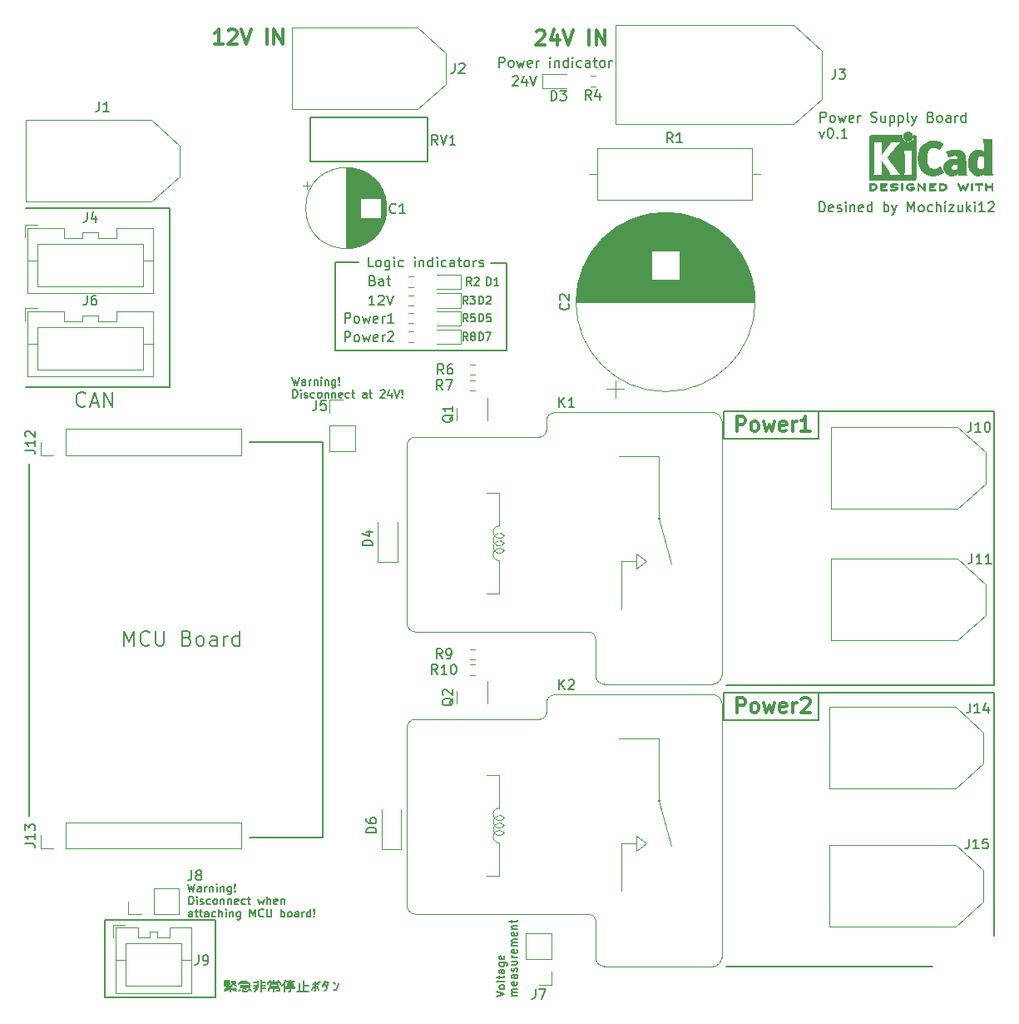
<source format=gto>
%TF.GenerationSoftware,KiCad,Pcbnew,7.0.9*%
%TF.CreationDate,2024-11-04T23:33:06+09:00*%
%TF.ProjectId,schematic_PWRcutoff,73636865-6d61-4746-9963-5f5057526375,rev?*%
%TF.SameCoordinates,PX4b571c0PY86d97c0*%
%TF.FileFunction,Legend,Top*%
%TF.FilePolarity,Positive*%
%FSLAX46Y46*%
G04 Gerber Fmt 4.6, Leading zero omitted, Abs format (unit mm)*
G04 Created by KiCad (PCBNEW 7.0.9) date 2024-11-04 23:33:06*
%MOMM*%
%LPD*%
G01*
G04 APERTURE LIST*
%ADD10C,0.300000*%
%ADD11C,0.200000*%
%ADD12C,0.150000*%
%ADD13C,0.010000*%
%ADD14C,0.120000*%
G04 APERTURE END LIST*
D10*
X52683082Y98556315D02*
X52754510Y98627743D01*
X52754510Y98627743D02*
X52897368Y98699172D01*
X52897368Y98699172D02*
X53254510Y98699172D01*
X53254510Y98699172D02*
X53397368Y98627743D01*
X53397368Y98627743D02*
X53468796Y98556315D01*
X53468796Y98556315D02*
X53540225Y98413458D01*
X53540225Y98413458D02*
X53540225Y98270600D01*
X53540225Y98270600D02*
X53468796Y98056315D01*
X53468796Y98056315D02*
X52611653Y97199172D01*
X52611653Y97199172D02*
X53540225Y97199172D01*
X54825939Y98199172D02*
X54825939Y97199172D01*
X54468796Y98770600D02*
X54111653Y97699172D01*
X54111653Y97699172D02*
X55040224Y97699172D01*
X55397367Y98699172D02*
X55897367Y97199172D01*
X55897367Y97199172D02*
X56397367Y98699172D01*
X58040223Y97199172D02*
X58040223Y98699172D01*
X58754509Y97199172D02*
X58754509Y98699172D01*
X58754509Y98699172D02*
X59611652Y97199172D01*
X59611652Y97199172D02*
X59611652Y98699172D01*
X20740225Y97299172D02*
X19883082Y97299172D01*
X20311653Y97299172D02*
X20311653Y98799172D01*
X20311653Y98799172D02*
X20168796Y98584886D01*
X20168796Y98584886D02*
X20025939Y98442029D01*
X20025939Y98442029D02*
X19883082Y98370600D01*
X21311653Y98656315D02*
X21383081Y98727743D01*
X21383081Y98727743D02*
X21525939Y98799172D01*
X21525939Y98799172D02*
X21883081Y98799172D01*
X21883081Y98799172D02*
X22025939Y98727743D01*
X22025939Y98727743D02*
X22097367Y98656315D01*
X22097367Y98656315D02*
X22168796Y98513458D01*
X22168796Y98513458D02*
X22168796Y98370600D01*
X22168796Y98370600D02*
X22097367Y98156315D01*
X22097367Y98156315D02*
X21240224Y97299172D01*
X21240224Y97299172D02*
X22168796Y97299172D01*
X22597367Y98799172D02*
X23097367Y97299172D01*
X23097367Y97299172D02*
X23597367Y98799172D01*
X25240223Y97299172D02*
X25240223Y98799172D01*
X25954509Y97299172D02*
X25954509Y98799172D01*
X25954509Y98799172D02*
X26811652Y97299172D01*
X26811652Y97299172D02*
X26811652Y98799172D01*
D11*
X81469673Y80232781D02*
X81469673Y81232781D01*
X81469673Y81232781D02*
X81707768Y81232781D01*
X81707768Y81232781D02*
X81850625Y81185162D01*
X81850625Y81185162D02*
X81945863Y81089924D01*
X81945863Y81089924D02*
X81993482Y80994686D01*
X81993482Y80994686D02*
X82041101Y80804210D01*
X82041101Y80804210D02*
X82041101Y80661353D01*
X82041101Y80661353D02*
X81993482Y80470877D01*
X81993482Y80470877D02*
X81945863Y80375639D01*
X81945863Y80375639D02*
X81850625Y80280400D01*
X81850625Y80280400D02*
X81707768Y80232781D01*
X81707768Y80232781D02*
X81469673Y80232781D01*
X82850625Y80280400D02*
X82755387Y80232781D01*
X82755387Y80232781D02*
X82564911Y80232781D01*
X82564911Y80232781D02*
X82469673Y80280400D01*
X82469673Y80280400D02*
X82422054Y80375639D01*
X82422054Y80375639D02*
X82422054Y80756591D01*
X82422054Y80756591D02*
X82469673Y80851829D01*
X82469673Y80851829D02*
X82564911Y80899448D01*
X82564911Y80899448D02*
X82755387Y80899448D01*
X82755387Y80899448D02*
X82850625Y80851829D01*
X82850625Y80851829D02*
X82898244Y80756591D01*
X82898244Y80756591D02*
X82898244Y80661353D01*
X82898244Y80661353D02*
X82422054Y80566115D01*
X83279197Y80280400D02*
X83374435Y80232781D01*
X83374435Y80232781D02*
X83564911Y80232781D01*
X83564911Y80232781D02*
X83660149Y80280400D01*
X83660149Y80280400D02*
X83707768Y80375639D01*
X83707768Y80375639D02*
X83707768Y80423258D01*
X83707768Y80423258D02*
X83660149Y80518496D01*
X83660149Y80518496D02*
X83564911Y80566115D01*
X83564911Y80566115D02*
X83422054Y80566115D01*
X83422054Y80566115D02*
X83326816Y80613734D01*
X83326816Y80613734D02*
X83279197Y80708972D01*
X83279197Y80708972D02*
X83279197Y80756591D01*
X83279197Y80756591D02*
X83326816Y80851829D01*
X83326816Y80851829D02*
X83422054Y80899448D01*
X83422054Y80899448D02*
X83564911Y80899448D01*
X83564911Y80899448D02*
X83660149Y80851829D01*
X84136340Y80232781D02*
X84136340Y80899448D01*
X84136340Y81232781D02*
X84088721Y81185162D01*
X84088721Y81185162D02*
X84136340Y81137543D01*
X84136340Y81137543D02*
X84183959Y81185162D01*
X84183959Y81185162D02*
X84136340Y81232781D01*
X84136340Y81232781D02*
X84136340Y81137543D01*
X84612530Y80899448D02*
X84612530Y80232781D01*
X84612530Y80804210D02*
X84660149Y80851829D01*
X84660149Y80851829D02*
X84755387Y80899448D01*
X84755387Y80899448D02*
X84898244Y80899448D01*
X84898244Y80899448D02*
X84993482Y80851829D01*
X84993482Y80851829D02*
X85041101Y80756591D01*
X85041101Y80756591D02*
X85041101Y80232781D01*
X85898244Y80280400D02*
X85803006Y80232781D01*
X85803006Y80232781D02*
X85612530Y80232781D01*
X85612530Y80232781D02*
X85517292Y80280400D01*
X85517292Y80280400D02*
X85469673Y80375639D01*
X85469673Y80375639D02*
X85469673Y80756591D01*
X85469673Y80756591D02*
X85517292Y80851829D01*
X85517292Y80851829D02*
X85612530Y80899448D01*
X85612530Y80899448D02*
X85803006Y80899448D01*
X85803006Y80899448D02*
X85898244Y80851829D01*
X85898244Y80851829D02*
X85945863Y80756591D01*
X85945863Y80756591D02*
X85945863Y80661353D01*
X85945863Y80661353D02*
X85469673Y80566115D01*
X86803006Y80232781D02*
X86803006Y81232781D01*
X86803006Y80280400D02*
X86707768Y80232781D01*
X86707768Y80232781D02*
X86517292Y80232781D01*
X86517292Y80232781D02*
X86422054Y80280400D01*
X86422054Y80280400D02*
X86374435Y80328020D01*
X86374435Y80328020D02*
X86326816Y80423258D01*
X86326816Y80423258D02*
X86326816Y80708972D01*
X86326816Y80708972D02*
X86374435Y80804210D01*
X86374435Y80804210D02*
X86422054Y80851829D01*
X86422054Y80851829D02*
X86517292Y80899448D01*
X86517292Y80899448D02*
X86707768Y80899448D01*
X86707768Y80899448D02*
X86803006Y80851829D01*
X88041102Y80232781D02*
X88041102Y81232781D01*
X88041102Y80851829D02*
X88136340Y80899448D01*
X88136340Y80899448D02*
X88326816Y80899448D01*
X88326816Y80899448D02*
X88422054Y80851829D01*
X88422054Y80851829D02*
X88469673Y80804210D01*
X88469673Y80804210D02*
X88517292Y80708972D01*
X88517292Y80708972D02*
X88517292Y80423258D01*
X88517292Y80423258D02*
X88469673Y80328020D01*
X88469673Y80328020D02*
X88422054Y80280400D01*
X88422054Y80280400D02*
X88326816Y80232781D01*
X88326816Y80232781D02*
X88136340Y80232781D01*
X88136340Y80232781D02*
X88041102Y80280400D01*
X88850626Y80899448D02*
X89088721Y80232781D01*
X89326816Y80899448D02*
X89088721Y80232781D01*
X89088721Y80232781D02*
X88993483Y79994686D01*
X88993483Y79994686D02*
X88945864Y79947067D01*
X88945864Y79947067D02*
X88850626Y79899448D01*
X90469674Y80232781D02*
X90469674Y81232781D01*
X90469674Y81232781D02*
X90803007Y80518496D01*
X90803007Y80518496D02*
X91136340Y81232781D01*
X91136340Y81232781D02*
X91136340Y80232781D01*
X91755388Y80232781D02*
X91660150Y80280400D01*
X91660150Y80280400D02*
X91612531Y80328020D01*
X91612531Y80328020D02*
X91564912Y80423258D01*
X91564912Y80423258D02*
X91564912Y80708972D01*
X91564912Y80708972D02*
X91612531Y80804210D01*
X91612531Y80804210D02*
X91660150Y80851829D01*
X91660150Y80851829D02*
X91755388Y80899448D01*
X91755388Y80899448D02*
X91898245Y80899448D01*
X91898245Y80899448D02*
X91993483Y80851829D01*
X91993483Y80851829D02*
X92041102Y80804210D01*
X92041102Y80804210D02*
X92088721Y80708972D01*
X92088721Y80708972D02*
X92088721Y80423258D01*
X92088721Y80423258D02*
X92041102Y80328020D01*
X92041102Y80328020D02*
X91993483Y80280400D01*
X91993483Y80280400D02*
X91898245Y80232781D01*
X91898245Y80232781D02*
X91755388Y80232781D01*
X92945864Y80280400D02*
X92850626Y80232781D01*
X92850626Y80232781D02*
X92660150Y80232781D01*
X92660150Y80232781D02*
X92564912Y80280400D01*
X92564912Y80280400D02*
X92517293Y80328020D01*
X92517293Y80328020D02*
X92469674Y80423258D01*
X92469674Y80423258D02*
X92469674Y80708972D01*
X92469674Y80708972D02*
X92517293Y80804210D01*
X92517293Y80804210D02*
X92564912Y80851829D01*
X92564912Y80851829D02*
X92660150Y80899448D01*
X92660150Y80899448D02*
X92850626Y80899448D01*
X92850626Y80899448D02*
X92945864Y80851829D01*
X93374436Y80232781D02*
X93374436Y81232781D01*
X93803007Y80232781D02*
X93803007Y80756591D01*
X93803007Y80756591D02*
X93755388Y80851829D01*
X93755388Y80851829D02*
X93660150Y80899448D01*
X93660150Y80899448D02*
X93517293Y80899448D01*
X93517293Y80899448D02*
X93422055Y80851829D01*
X93422055Y80851829D02*
X93374436Y80804210D01*
X94279198Y80232781D02*
X94279198Y80899448D01*
X94279198Y81232781D02*
X94231579Y81185162D01*
X94231579Y81185162D02*
X94279198Y81137543D01*
X94279198Y81137543D02*
X94326817Y81185162D01*
X94326817Y81185162D02*
X94279198Y81232781D01*
X94279198Y81232781D02*
X94279198Y81137543D01*
X94660150Y80899448D02*
X95183959Y80899448D01*
X95183959Y80899448D02*
X94660150Y80232781D01*
X94660150Y80232781D02*
X95183959Y80232781D01*
X95993483Y80899448D02*
X95993483Y80232781D01*
X95564912Y80899448D02*
X95564912Y80375639D01*
X95564912Y80375639D02*
X95612531Y80280400D01*
X95612531Y80280400D02*
X95707769Y80232781D01*
X95707769Y80232781D02*
X95850626Y80232781D01*
X95850626Y80232781D02*
X95945864Y80280400D01*
X95945864Y80280400D02*
X95993483Y80328020D01*
X96469674Y80232781D02*
X96469674Y81232781D01*
X96564912Y80613734D02*
X96850626Y80232781D01*
X96850626Y80899448D02*
X96469674Y80518496D01*
X97279198Y80232781D02*
X97279198Y80899448D01*
X97279198Y81232781D02*
X97231579Y81185162D01*
X97231579Y81185162D02*
X97279198Y81137543D01*
X97279198Y81137543D02*
X97326817Y81185162D01*
X97326817Y81185162D02*
X97279198Y81232781D01*
X97279198Y81232781D02*
X97279198Y81137543D01*
X98279197Y80232781D02*
X97707769Y80232781D01*
X97993483Y80232781D02*
X97993483Y81232781D01*
X97993483Y81232781D02*
X97898245Y81089924D01*
X97898245Y81089924D02*
X97803007Y80994686D01*
X97803007Y80994686D02*
X97707769Y80947067D01*
X98660150Y81137543D02*
X98707769Y81185162D01*
X98707769Y81185162D02*
X98803007Y81232781D01*
X98803007Y81232781D02*
X99041102Y81232781D01*
X99041102Y81232781D02*
X99136340Y81185162D01*
X99136340Y81185162D02*
X99183959Y81137543D01*
X99183959Y81137543D02*
X99231578Y81042305D01*
X99231578Y81042305D02*
X99231578Y80947067D01*
X99231578Y80947067D02*
X99183959Y80804210D01*
X99183959Y80804210D02*
X98612531Y80232781D01*
X98612531Y80232781D02*
X99231578Y80232781D01*
X81569673Y89342781D02*
X81569673Y90342781D01*
X81569673Y90342781D02*
X81950625Y90342781D01*
X81950625Y90342781D02*
X82045863Y90295162D01*
X82045863Y90295162D02*
X82093482Y90247543D01*
X82093482Y90247543D02*
X82141101Y90152305D01*
X82141101Y90152305D02*
X82141101Y90009448D01*
X82141101Y90009448D02*
X82093482Y89914210D01*
X82093482Y89914210D02*
X82045863Y89866591D01*
X82045863Y89866591D02*
X81950625Y89818972D01*
X81950625Y89818972D02*
X81569673Y89818972D01*
X82712530Y89342781D02*
X82617292Y89390400D01*
X82617292Y89390400D02*
X82569673Y89438020D01*
X82569673Y89438020D02*
X82522054Y89533258D01*
X82522054Y89533258D02*
X82522054Y89818972D01*
X82522054Y89818972D02*
X82569673Y89914210D01*
X82569673Y89914210D02*
X82617292Y89961829D01*
X82617292Y89961829D02*
X82712530Y90009448D01*
X82712530Y90009448D02*
X82855387Y90009448D01*
X82855387Y90009448D02*
X82950625Y89961829D01*
X82950625Y89961829D02*
X82998244Y89914210D01*
X82998244Y89914210D02*
X83045863Y89818972D01*
X83045863Y89818972D02*
X83045863Y89533258D01*
X83045863Y89533258D02*
X82998244Y89438020D01*
X82998244Y89438020D02*
X82950625Y89390400D01*
X82950625Y89390400D02*
X82855387Y89342781D01*
X82855387Y89342781D02*
X82712530Y89342781D01*
X83379197Y90009448D02*
X83569673Y89342781D01*
X83569673Y89342781D02*
X83760149Y89818972D01*
X83760149Y89818972D02*
X83950625Y89342781D01*
X83950625Y89342781D02*
X84141101Y90009448D01*
X84903006Y89390400D02*
X84807768Y89342781D01*
X84807768Y89342781D02*
X84617292Y89342781D01*
X84617292Y89342781D02*
X84522054Y89390400D01*
X84522054Y89390400D02*
X84474435Y89485639D01*
X84474435Y89485639D02*
X84474435Y89866591D01*
X84474435Y89866591D02*
X84522054Y89961829D01*
X84522054Y89961829D02*
X84617292Y90009448D01*
X84617292Y90009448D02*
X84807768Y90009448D01*
X84807768Y90009448D02*
X84903006Y89961829D01*
X84903006Y89961829D02*
X84950625Y89866591D01*
X84950625Y89866591D02*
X84950625Y89771353D01*
X84950625Y89771353D02*
X84474435Y89676115D01*
X85379197Y89342781D02*
X85379197Y90009448D01*
X85379197Y89818972D02*
X85426816Y89914210D01*
X85426816Y89914210D02*
X85474435Y89961829D01*
X85474435Y89961829D02*
X85569673Y90009448D01*
X85569673Y90009448D02*
X85664911Y90009448D01*
X86712531Y89390400D02*
X86855388Y89342781D01*
X86855388Y89342781D02*
X87093483Y89342781D01*
X87093483Y89342781D02*
X87188721Y89390400D01*
X87188721Y89390400D02*
X87236340Y89438020D01*
X87236340Y89438020D02*
X87283959Y89533258D01*
X87283959Y89533258D02*
X87283959Y89628496D01*
X87283959Y89628496D02*
X87236340Y89723734D01*
X87236340Y89723734D02*
X87188721Y89771353D01*
X87188721Y89771353D02*
X87093483Y89818972D01*
X87093483Y89818972D02*
X86903007Y89866591D01*
X86903007Y89866591D02*
X86807769Y89914210D01*
X86807769Y89914210D02*
X86760150Y89961829D01*
X86760150Y89961829D02*
X86712531Y90057067D01*
X86712531Y90057067D02*
X86712531Y90152305D01*
X86712531Y90152305D02*
X86760150Y90247543D01*
X86760150Y90247543D02*
X86807769Y90295162D01*
X86807769Y90295162D02*
X86903007Y90342781D01*
X86903007Y90342781D02*
X87141102Y90342781D01*
X87141102Y90342781D02*
X87283959Y90295162D01*
X88141102Y90009448D02*
X88141102Y89342781D01*
X87712531Y90009448D02*
X87712531Y89485639D01*
X87712531Y89485639D02*
X87760150Y89390400D01*
X87760150Y89390400D02*
X87855388Y89342781D01*
X87855388Y89342781D02*
X87998245Y89342781D01*
X87998245Y89342781D02*
X88093483Y89390400D01*
X88093483Y89390400D02*
X88141102Y89438020D01*
X88617293Y90009448D02*
X88617293Y89009448D01*
X88617293Y89961829D02*
X88712531Y90009448D01*
X88712531Y90009448D02*
X88903007Y90009448D01*
X88903007Y90009448D02*
X88998245Y89961829D01*
X88998245Y89961829D02*
X89045864Y89914210D01*
X89045864Y89914210D02*
X89093483Y89818972D01*
X89093483Y89818972D02*
X89093483Y89533258D01*
X89093483Y89533258D02*
X89045864Y89438020D01*
X89045864Y89438020D02*
X88998245Y89390400D01*
X88998245Y89390400D02*
X88903007Y89342781D01*
X88903007Y89342781D02*
X88712531Y89342781D01*
X88712531Y89342781D02*
X88617293Y89390400D01*
X89522055Y90009448D02*
X89522055Y89009448D01*
X89522055Y89961829D02*
X89617293Y90009448D01*
X89617293Y90009448D02*
X89807769Y90009448D01*
X89807769Y90009448D02*
X89903007Y89961829D01*
X89903007Y89961829D02*
X89950626Y89914210D01*
X89950626Y89914210D02*
X89998245Y89818972D01*
X89998245Y89818972D02*
X89998245Y89533258D01*
X89998245Y89533258D02*
X89950626Y89438020D01*
X89950626Y89438020D02*
X89903007Y89390400D01*
X89903007Y89390400D02*
X89807769Y89342781D01*
X89807769Y89342781D02*
X89617293Y89342781D01*
X89617293Y89342781D02*
X89522055Y89390400D01*
X90569674Y89342781D02*
X90474436Y89390400D01*
X90474436Y89390400D02*
X90426817Y89485639D01*
X90426817Y89485639D02*
X90426817Y90342781D01*
X90855389Y90009448D02*
X91093484Y89342781D01*
X91331579Y90009448D02*
X91093484Y89342781D01*
X91093484Y89342781D02*
X90998246Y89104686D01*
X90998246Y89104686D02*
X90950627Y89057067D01*
X90950627Y89057067D02*
X90855389Y89009448D01*
X92807770Y89866591D02*
X92950627Y89818972D01*
X92950627Y89818972D02*
X92998246Y89771353D01*
X92998246Y89771353D02*
X93045865Y89676115D01*
X93045865Y89676115D02*
X93045865Y89533258D01*
X93045865Y89533258D02*
X92998246Y89438020D01*
X92998246Y89438020D02*
X92950627Y89390400D01*
X92950627Y89390400D02*
X92855389Y89342781D01*
X92855389Y89342781D02*
X92474437Y89342781D01*
X92474437Y89342781D02*
X92474437Y90342781D01*
X92474437Y90342781D02*
X92807770Y90342781D01*
X92807770Y90342781D02*
X92903008Y90295162D01*
X92903008Y90295162D02*
X92950627Y90247543D01*
X92950627Y90247543D02*
X92998246Y90152305D01*
X92998246Y90152305D02*
X92998246Y90057067D01*
X92998246Y90057067D02*
X92950627Y89961829D01*
X92950627Y89961829D02*
X92903008Y89914210D01*
X92903008Y89914210D02*
X92807770Y89866591D01*
X92807770Y89866591D02*
X92474437Y89866591D01*
X93617294Y89342781D02*
X93522056Y89390400D01*
X93522056Y89390400D02*
X93474437Y89438020D01*
X93474437Y89438020D02*
X93426818Y89533258D01*
X93426818Y89533258D02*
X93426818Y89818972D01*
X93426818Y89818972D02*
X93474437Y89914210D01*
X93474437Y89914210D02*
X93522056Y89961829D01*
X93522056Y89961829D02*
X93617294Y90009448D01*
X93617294Y90009448D02*
X93760151Y90009448D01*
X93760151Y90009448D02*
X93855389Y89961829D01*
X93855389Y89961829D02*
X93903008Y89914210D01*
X93903008Y89914210D02*
X93950627Y89818972D01*
X93950627Y89818972D02*
X93950627Y89533258D01*
X93950627Y89533258D02*
X93903008Y89438020D01*
X93903008Y89438020D02*
X93855389Y89390400D01*
X93855389Y89390400D02*
X93760151Y89342781D01*
X93760151Y89342781D02*
X93617294Y89342781D01*
X94807770Y89342781D02*
X94807770Y89866591D01*
X94807770Y89866591D02*
X94760151Y89961829D01*
X94760151Y89961829D02*
X94664913Y90009448D01*
X94664913Y90009448D02*
X94474437Y90009448D01*
X94474437Y90009448D02*
X94379199Y89961829D01*
X94807770Y89390400D02*
X94712532Y89342781D01*
X94712532Y89342781D02*
X94474437Y89342781D01*
X94474437Y89342781D02*
X94379199Y89390400D01*
X94379199Y89390400D02*
X94331580Y89485639D01*
X94331580Y89485639D02*
X94331580Y89580877D01*
X94331580Y89580877D02*
X94379199Y89676115D01*
X94379199Y89676115D02*
X94474437Y89723734D01*
X94474437Y89723734D02*
X94712532Y89723734D01*
X94712532Y89723734D02*
X94807770Y89771353D01*
X95283961Y89342781D02*
X95283961Y90009448D01*
X95283961Y89818972D02*
X95331580Y89914210D01*
X95331580Y89914210D02*
X95379199Y89961829D01*
X95379199Y89961829D02*
X95474437Y90009448D01*
X95474437Y90009448D02*
X95569675Y90009448D01*
X96331580Y89342781D02*
X96331580Y90342781D01*
X96331580Y89390400D02*
X96236342Y89342781D01*
X96236342Y89342781D02*
X96045866Y89342781D01*
X96045866Y89342781D02*
X95950628Y89390400D01*
X95950628Y89390400D02*
X95903009Y89438020D01*
X95903009Y89438020D02*
X95855390Y89533258D01*
X95855390Y89533258D02*
X95855390Y89818972D01*
X95855390Y89818972D02*
X95903009Y89914210D01*
X95903009Y89914210D02*
X95950628Y89961829D01*
X95950628Y89961829D02*
X96045866Y90009448D01*
X96045866Y90009448D02*
X96236342Y90009448D01*
X96236342Y90009448D02*
X96331580Y89961829D01*
X81474435Y88399448D02*
X81712530Y87732781D01*
X81712530Y87732781D02*
X81950625Y88399448D01*
X82522054Y88732781D02*
X82617292Y88732781D01*
X82617292Y88732781D02*
X82712530Y88685162D01*
X82712530Y88685162D02*
X82760149Y88637543D01*
X82760149Y88637543D02*
X82807768Y88542305D01*
X82807768Y88542305D02*
X82855387Y88351829D01*
X82855387Y88351829D02*
X82855387Y88113734D01*
X82855387Y88113734D02*
X82807768Y87923258D01*
X82807768Y87923258D02*
X82760149Y87828020D01*
X82760149Y87828020D02*
X82712530Y87780400D01*
X82712530Y87780400D02*
X82617292Y87732781D01*
X82617292Y87732781D02*
X82522054Y87732781D01*
X82522054Y87732781D02*
X82426816Y87780400D01*
X82426816Y87780400D02*
X82379197Y87828020D01*
X82379197Y87828020D02*
X82331578Y87923258D01*
X82331578Y87923258D02*
X82283959Y88113734D01*
X82283959Y88113734D02*
X82283959Y88351829D01*
X82283959Y88351829D02*
X82331578Y88542305D01*
X82331578Y88542305D02*
X82379197Y88637543D01*
X82379197Y88637543D02*
X82426816Y88685162D01*
X82426816Y88685162D02*
X82522054Y88732781D01*
X83283959Y87828020D02*
X83331578Y87780400D01*
X83331578Y87780400D02*
X83283959Y87732781D01*
X83283959Y87732781D02*
X83236340Y87780400D01*
X83236340Y87780400D02*
X83283959Y87828020D01*
X83283959Y87828020D02*
X83283959Y87732781D01*
X84283958Y87732781D02*
X83712530Y87732781D01*
X83998244Y87732781D02*
X83998244Y88732781D01*
X83998244Y88732781D02*
X83903006Y88589924D01*
X83903006Y88589924D02*
X83807768Y88494686D01*
X83807768Y88494686D02*
X83712530Y88447067D01*
X48603695Y407769D02*
X49403695Y674436D01*
X49403695Y674436D02*
X48603695Y941102D01*
X49403695Y1322054D02*
X49365600Y1245864D01*
X49365600Y1245864D02*
X49327504Y1207769D01*
X49327504Y1207769D02*
X49251314Y1169673D01*
X49251314Y1169673D02*
X49022742Y1169673D01*
X49022742Y1169673D02*
X48946552Y1207769D01*
X48946552Y1207769D02*
X48908457Y1245864D01*
X48908457Y1245864D02*
X48870361Y1322054D01*
X48870361Y1322054D02*
X48870361Y1436340D01*
X48870361Y1436340D02*
X48908457Y1512531D01*
X48908457Y1512531D02*
X48946552Y1550626D01*
X48946552Y1550626D02*
X49022742Y1588721D01*
X49022742Y1588721D02*
X49251314Y1588721D01*
X49251314Y1588721D02*
X49327504Y1550626D01*
X49327504Y1550626D02*
X49365600Y1512531D01*
X49365600Y1512531D02*
X49403695Y1436340D01*
X49403695Y1436340D02*
X49403695Y1322054D01*
X49403695Y2045864D02*
X49365600Y1969674D01*
X49365600Y1969674D02*
X49289409Y1931579D01*
X49289409Y1931579D02*
X48603695Y1931579D01*
X48870361Y2236341D02*
X48870361Y2541103D01*
X48603695Y2350627D02*
X49289409Y2350627D01*
X49289409Y2350627D02*
X49365600Y2388722D01*
X49365600Y2388722D02*
X49403695Y2464912D01*
X49403695Y2464912D02*
X49403695Y2541103D01*
X49403695Y3150627D02*
X48984647Y3150627D01*
X48984647Y3150627D02*
X48908457Y3112532D01*
X48908457Y3112532D02*
X48870361Y3036341D01*
X48870361Y3036341D02*
X48870361Y2883960D01*
X48870361Y2883960D02*
X48908457Y2807770D01*
X49365600Y3150627D02*
X49403695Y3074436D01*
X49403695Y3074436D02*
X49403695Y2883960D01*
X49403695Y2883960D02*
X49365600Y2807770D01*
X49365600Y2807770D02*
X49289409Y2769674D01*
X49289409Y2769674D02*
X49213219Y2769674D01*
X49213219Y2769674D02*
X49137028Y2807770D01*
X49137028Y2807770D02*
X49098933Y2883960D01*
X49098933Y2883960D02*
X49098933Y3074436D01*
X49098933Y3074436D02*
X49060838Y3150627D01*
X48870361Y3874437D02*
X49517980Y3874437D01*
X49517980Y3874437D02*
X49594171Y3836342D01*
X49594171Y3836342D02*
X49632266Y3798246D01*
X49632266Y3798246D02*
X49670361Y3722056D01*
X49670361Y3722056D02*
X49670361Y3607770D01*
X49670361Y3607770D02*
X49632266Y3531580D01*
X49365600Y3874437D02*
X49403695Y3798246D01*
X49403695Y3798246D02*
X49403695Y3645865D01*
X49403695Y3645865D02*
X49365600Y3569675D01*
X49365600Y3569675D02*
X49327504Y3531580D01*
X49327504Y3531580D02*
X49251314Y3493484D01*
X49251314Y3493484D02*
X49022742Y3493484D01*
X49022742Y3493484D02*
X48946552Y3531580D01*
X48946552Y3531580D02*
X48908457Y3569675D01*
X48908457Y3569675D02*
X48870361Y3645865D01*
X48870361Y3645865D02*
X48870361Y3798246D01*
X48870361Y3798246D02*
X48908457Y3874437D01*
X49365600Y4560152D02*
X49403695Y4483961D01*
X49403695Y4483961D02*
X49403695Y4331580D01*
X49403695Y4331580D02*
X49365600Y4255390D01*
X49365600Y4255390D02*
X49289409Y4217294D01*
X49289409Y4217294D02*
X48984647Y4217294D01*
X48984647Y4217294D02*
X48908457Y4255390D01*
X48908457Y4255390D02*
X48870361Y4331580D01*
X48870361Y4331580D02*
X48870361Y4483961D01*
X48870361Y4483961D02*
X48908457Y4560152D01*
X48908457Y4560152D02*
X48984647Y4598247D01*
X48984647Y4598247D02*
X49060838Y4598247D01*
X49060838Y4598247D02*
X49137028Y4217294D01*
X50691695Y522055D02*
X50158361Y522055D01*
X50234552Y522055D02*
X50196457Y560150D01*
X50196457Y560150D02*
X50158361Y636340D01*
X50158361Y636340D02*
X50158361Y750626D01*
X50158361Y750626D02*
X50196457Y826817D01*
X50196457Y826817D02*
X50272647Y864912D01*
X50272647Y864912D02*
X50691695Y864912D01*
X50272647Y864912D02*
X50196457Y903007D01*
X50196457Y903007D02*
X50158361Y979198D01*
X50158361Y979198D02*
X50158361Y1093483D01*
X50158361Y1093483D02*
X50196457Y1169674D01*
X50196457Y1169674D02*
X50272647Y1207769D01*
X50272647Y1207769D02*
X50691695Y1207769D01*
X50653600Y1893484D02*
X50691695Y1817293D01*
X50691695Y1817293D02*
X50691695Y1664912D01*
X50691695Y1664912D02*
X50653600Y1588722D01*
X50653600Y1588722D02*
X50577409Y1550626D01*
X50577409Y1550626D02*
X50272647Y1550626D01*
X50272647Y1550626D02*
X50196457Y1588722D01*
X50196457Y1588722D02*
X50158361Y1664912D01*
X50158361Y1664912D02*
X50158361Y1817293D01*
X50158361Y1817293D02*
X50196457Y1893484D01*
X50196457Y1893484D02*
X50272647Y1931579D01*
X50272647Y1931579D02*
X50348838Y1931579D01*
X50348838Y1931579D02*
X50425028Y1550626D01*
X50691695Y2617293D02*
X50272647Y2617293D01*
X50272647Y2617293D02*
X50196457Y2579198D01*
X50196457Y2579198D02*
X50158361Y2503007D01*
X50158361Y2503007D02*
X50158361Y2350626D01*
X50158361Y2350626D02*
X50196457Y2274436D01*
X50653600Y2617293D02*
X50691695Y2541102D01*
X50691695Y2541102D02*
X50691695Y2350626D01*
X50691695Y2350626D02*
X50653600Y2274436D01*
X50653600Y2274436D02*
X50577409Y2236340D01*
X50577409Y2236340D02*
X50501219Y2236340D01*
X50501219Y2236340D02*
X50425028Y2274436D01*
X50425028Y2274436D02*
X50386933Y2350626D01*
X50386933Y2350626D02*
X50386933Y2541102D01*
X50386933Y2541102D02*
X50348838Y2617293D01*
X50653600Y2960150D02*
X50691695Y3036341D01*
X50691695Y3036341D02*
X50691695Y3188722D01*
X50691695Y3188722D02*
X50653600Y3264912D01*
X50653600Y3264912D02*
X50577409Y3303008D01*
X50577409Y3303008D02*
X50539314Y3303008D01*
X50539314Y3303008D02*
X50463123Y3264912D01*
X50463123Y3264912D02*
X50425028Y3188722D01*
X50425028Y3188722D02*
X50425028Y3074436D01*
X50425028Y3074436D02*
X50386933Y2998246D01*
X50386933Y2998246D02*
X50310742Y2960150D01*
X50310742Y2960150D02*
X50272647Y2960150D01*
X50272647Y2960150D02*
X50196457Y2998246D01*
X50196457Y2998246D02*
X50158361Y3074436D01*
X50158361Y3074436D02*
X50158361Y3188722D01*
X50158361Y3188722D02*
X50196457Y3264912D01*
X50158361Y3988722D02*
X50691695Y3988722D01*
X50158361Y3645865D02*
X50577409Y3645865D01*
X50577409Y3645865D02*
X50653600Y3683960D01*
X50653600Y3683960D02*
X50691695Y3760150D01*
X50691695Y3760150D02*
X50691695Y3874436D01*
X50691695Y3874436D02*
X50653600Y3950627D01*
X50653600Y3950627D02*
X50615504Y3988722D01*
X50691695Y4369675D02*
X50158361Y4369675D01*
X50310742Y4369675D02*
X50234552Y4407770D01*
X50234552Y4407770D02*
X50196457Y4445865D01*
X50196457Y4445865D02*
X50158361Y4522056D01*
X50158361Y4522056D02*
X50158361Y4598246D01*
X50653600Y5169675D02*
X50691695Y5093484D01*
X50691695Y5093484D02*
X50691695Y4941103D01*
X50691695Y4941103D02*
X50653600Y4864913D01*
X50653600Y4864913D02*
X50577409Y4826817D01*
X50577409Y4826817D02*
X50272647Y4826817D01*
X50272647Y4826817D02*
X50196457Y4864913D01*
X50196457Y4864913D02*
X50158361Y4941103D01*
X50158361Y4941103D02*
X50158361Y5093484D01*
X50158361Y5093484D02*
X50196457Y5169675D01*
X50196457Y5169675D02*
X50272647Y5207770D01*
X50272647Y5207770D02*
X50348838Y5207770D01*
X50348838Y5207770D02*
X50425028Y4826817D01*
X50691695Y5550627D02*
X50158361Y5550627D01*
X50234552Y5550627D02*
X50196457Y5588722D01*
X50196457Y5588722D02*
X50158361Y5664912D01*
X50158361Y5664912D02*
X50158361Y5779198D01*
X50158361Y5779198D02*
X50196457Y5855389D01*
X50196457Y5855389D02*
X50272647Y5893484D01*
X50272647Y5893484D02*
X50691695Y5893484D01*
X50272647Y5893484D02*
X50196457Y5931579D01*
X50196457Y5931579D02*
X50158361Y6007770D01*
X50158361Y6007770D02*
X50158361Y6122055D01*
X50158361Y6122055D02*
X50196457Y6198246D01*
X50196457Y6198246D02*
X50272647Y6236341D01*
X50272647Y6236341D02*
X50691695Y6236341D01*
X50653600Y6922056D02*
X50691695Y6845865D01*
X50691695Y6845865D02*
X50691695Y6693484D01*
X50691695Y6693484D02*
X50653600Y6617294D01*
X50653600Y6617294D02*
X50577409Y6579198D01*
X50577409Y6579198D02*
X50272647Y6579198D01*
X50272647Y6579198D02*
X50196457Y6617294D01*
X50196457Y6617294D02*
X50158361Y6693484D01*
X50158361Y6693484D02*
X50158361Y6845865D01*
X50158361Y6845865D02*
X50196457Y6922056D01*
X50196457Y6922056D02*
X50272647Y6960151D01*
X50272647Y6960151D02*
X50348838Y6960151D01*
X50348838Y6960151D02*
X50425028Y6579198D01*
X50158361Y7303008D02*
X50691695Y7303008D01*
X50234552Y7303008D02*
X50196457Y7341103D01*
X50196457Y7341103D02*
X50158361Y7417293D01*
X50158361Y7417293D02*
X50158361Y7531579D01*
X50158361Y7531579D02*
X50196457Y7607770D01*
X50196457Y7607770D02*
X50272647Y7645865D01*
X50272647Y7645865D02*
X50691695Y7645865D01*
X50158361Y7912532D02*
X50158361Y8217294D01*
X49891695Y8026818D02*
X50577409Y8026818D01*
X50577409Y8026818D02*
X50653600Y8064913D01*
X50653600Y8064913D02*
X50691695Y8141103D01*
X50691695Y8141103D02*
X50691695Y8217294D01*
X30900000Y16600000D02*
X23500000Y16600000D01*
X30900000Y56800000D02*
X23500000Y56800000D01*
X10688720Y36093972D02*
X10688720Y37593972D01*
X10688720Y37593972D02*
X11188720Y36522543D01*
X11188720Y36522543D02*
X11688720Y37593972D01*
X11688720Y37593972D02*
X11688720Y36093972D01*
X13260149Y36236829D02*
X13188721Y36165400D01*
X13188721Y36165400D02*
X12974435Y36093972D01*
X12974435Y36093972D02*
X12831578Y36093972D01*
X12831578Y36093972D02*
X12617292Y36165400D01*
X12617292Y36165400D02*
X12474435Y36308258D01*
X12474435Y36308258D02*
X12403006Y36451115D01*
X12403006Y36451115D02*
X12331578Y36736829D01*
X12331578Y36736829D02*
X12331578Y36951115D01*
X12331578Y36951115D02*
X12403006Y37236829D01*
X12403006Y37236829D02*
X12474435Y37379686D01*
X12474435Y37379686D02*
X12617292Y37522543D01*
X12617292Y37522543D02*
X12831578Y37593972D01*
X12831578Y37593972D02*
X12974435Y37593972D01*
X12974435Y37593972D02*
X13188721Y37522543D01*
X13188721Y37522543D02*
X13260149Y37451115D01*
X13903006Y37593972D02*
X13903006Y36379686D01*
X13903006Y36379686D02*
X13974435Y36236829D01*
X13974435Y36236829D02*
X14045864Y36165400D01*
X14045864Y36165400D02*
X14188721Y36093972D01*
X14188721Y36093972D02*
X14474435Y36093972D01*
X14474435Y36093972D02*
X14617292Y36165400D01*
X14617292Y36165400D02*
X14688721Y36236829D01*
X14688721Y36236829D02*
X14760149Y36379686D01*
X14760149Y36379686D02*
X14760149Y37593972D01*
X17117292Y36879686D02*
X17331578Y36808258D01*
X17331578Y36808258D02*
X17403007Y36736829D01*
X17403007Y36736829D02*
X17474435Y36593972D01*
X17474435Y36593972D02*
X17474435Y36379686D01*
X17474435Y36379686D02*
X17403007Y36236829D01*
X17403007Y36236829D02*
X17331578Y36165400D01*
X17331578Y36165400D02*
X17188721Y36093972D01*
X17188721Y36093972D02*
X16617292Y36093972D01*
X16617292Y36093972D02*
X16617292Y37593972D01*
X16617292Y37593972D02*
X17117292Y37593972D01*
X17117292Y37593972D02*
X17260150Y37522543D01*
X17260150Y37522543D02*
X17331578Y37451115D01*
X17331578Y37451115D02*
X17403007Y37308258D01*
X17403007Y37308258D02*
X17403007Y37165400D01*
X17403007Y37165400D02*
X17331578Y37022543D01*
X17331578Y37022543D02*
X17260150Y36951115D01*
X17260150Y36951115D02*
X17117292Y36879686D01*
X17117292Y36879686D02*
X16617292Y36879686D01*
X18331578Y36093972D02*
X18188721Y36165400D01*
X18188721Y36165400D02*
X18117292Y36236829D01*
X18117292Y36236829D02*
X18045864Y36379686D01*
X18045864Y36379686D02*
X18045864Y36808258D01*
X18045864Y36808258D02*
X18117292Y36951115D01*
X18117292Y36951115D02*
X18188721Y37022543D01*
X18188721Y37022543D02*
X18331578Y37093972D01*
X18331578Y37093972D02*
X18545864Y37093972D01*
X18545864Y37093972D02*
X18688721Y37022543D01*
X18688721Y37022543D02*
X18760150Y36951115D01*
X18760150Y36951115D02*
X18831578Y36808258D01*
X18831578Y36808258D02*
X18831578Y36379686D01*
X18831578Y36379686D02*
X18760150Y36236829D01*
X18760150Y36236829D02*
X18688721Y36165400D01*
X18688721Y36165400D02*
X18545864Y36093972D01*
X18545864Y36093972D02*
X18331578Y36093972D01*
X20117293Y36093972D02*
X20117293Y36879686D01*
X20117293Y36879686D02*
X20045864Y37022543D01*
X20045864Y37022543D02*
X19903007Y37093972D01*
X19903007Y37093972D02*
X19617293Y37093972D01*
X19617293Y37093972D02*
X19474435Y37022543D01*
X20117293Y36165400D02*
X19974435Y36093972D01*
X19974435Y36093972D02*
X19617293Y36093972D01*
X19617293Y36093972D02*
X19474435Y36165400D01*
X19474435Y36165400D02*
X19403007Y36308258D01*
X19403007Y36308258D02*
X19403007Y36451115D01*
X19403007Y36451115D02*
X19474435Y36593972D01*
X19474435Y36593972D02*
X19617293Y36665400D01*
X19617293Y36665400D02*
X19974435Y36665400D01*
X19974435Y36665400D02*
X20117293Y36736829D01*
X20831578Y36093972D02*
X20831578Y37093972D01*
X20831578Y36808258D02*
X20903007Y36951115D01*
X20903007Y36951115D02*
X20974436Y37022543D01*
X20974436Y37022543D02*
X21117293Y37093972D01*
X21117293Y37093972D02*
X21260150Y37093972D01*
X22403007Y36093972D02*
X22403007Y37593972D01*
X22403007Y36165400D02*
X22260149Y36093972D01*
X22260149Y36093972D02*
X21974435Y36093972D01*
X21974435Y36093972D02*
X21831578Y36165400D01*
X21831578Y36165400D02*
X21760149Y36236829D01*
X21760149Y36236829D02*
X21688721Y36379686D01*
X21688721Y36379686D02*
X21688721Y36808258D01*
X21688721Y36808258D02*
X21760149Y36951115D01*
X21760149Y36951115D02*
X21831578Y37022543D01*
X21831578Y37022543D02*
X21974435Y37093972D01*
X21974435Y37093972D02*
X22260149Y37093972D01*
X22260149Y37093972D02*
X22403007Y37022543D01*
X30900000Y56800000D02*
X30900000Y16600000D01*
X1000000Y54600000D02*
X1000000Y18800000D01*
D12*
X17212969Y11881705D02*
X17403445Y11081705D01*
X17403445Y11081705D02*
X17555826Y11653134D01*
X17555826Y11653134D02*
X17708207Y11081705D01*
X17708207Y11081705D02*
X17898684Y11881705D01*
X18546303Y11081705D02*
X18546303Y11500753D01*
X18546303Y11500753D02*
X18508208Y11576943D01*
X18508208Y11576943D02*
X18432017Y11615039D01*
X18432017Y11615039D02*
X18279636Y11615039D01*
X18279636Y11615039D02*
X18203446Y11576943D01*
X18546303Y11119800D02*
X18470112Y11081705D01*
X18470112Y11081705D02*
X18279636Y11081705D01*
X18279636Y11081705D02*
X18203446Y11119800D01*
X18203446Y11119800D02*
X18165350Y11195991D01*
X18165350Y11195991D02*
X18165350Y11272181D01*
X18165350Y11272181D02*
X18203446Y11348372D01*
X18203446Y11348372D02*
X18279636Y11386467D01*
X18279636Y11386467D02*
X18470112Y11386467D01*
X18470112Y11386467D02*
X18546303Y11424562D01*
X18927256Y11081705D02*
X18927256Y11615039D01*
X18927256Y11462658D02*
X18965351Y11538848D01*
X18965351Y11538848D02*
X19003446Y11576943D01*
X19003446Y11576943D02*
X19079637Y11615039D01*
X19079637Y11615039D02*
X19155827Y11615039D01*
X19422494Y11615039D02*
X19422494Y11081705D01*
X19422494Y11538848D02*
X19460589Y11576943D01*
X19460589Y11576943D02*
X19536779Y11615039D01*
X19536779Y11615039D02*
X19651065Y11615039D01*
X19651065Y11615039D02*
X19727256Y11576943D01*
X19727256Y11576943D02*
X19765351Y11500753D01*
X19765351Y11500753D02*
X19765351Y11081705D01*
X20146304Y11081705D02*
X20146304Y11615039D01*
X20146304Y11881705D02*
X20108208Y11843610D01*
X20108208Y11843610D02*
X20146304Y11805515D01*
X20146304Y11805515D02*
X20184399Y11843610D01*
X20184399Y11843610D02*
X20146304Y11881705D01*
X20146304Y11881705D02*
X20146304Y11805515D01*
X20527256Y11615039D02*
X20527256Y11081705D01*
X20527256Y11538848D02*
X20565351Y11576943D01*
X20565351Y11576943D02*
X20641541Y11615039D01*
X20641541Y11615039D02*
X20755827Y11615039D01*
X20755827Y11615039D02*
X20832018Y11576943D01*
X20832018Y11576943D02*
X20870113Y11500753D01*
X20870113Y11500753D02*
X20870113Y11081705D01*
X21593923Y11615039D02*
X21593923Y10967420D01*
X21593923Y10967420D02*
X21555828Y10891229D01*
X21555828Y10891229D02*
X21517732Y10853134D01*
X21517732Y10853134D02*
X21441542Y10815039D01*
X21441542Y10815039D02*
X21327256Y10815039D01*
X21327256Y10815039D02*
X21251066Y10853134D01*
X21593923Y11119800D02*
X21517732Y11081705D01*
X21517732Y11081705D02*
X21365351Y11081705D01*
X21365351Y11081705D02*
X21289161Y11119800D01*
X21289161Y11119800D02*
X21251066Y11157896D01*
X21251066Y11157896D02*
X21212970Y11234086D01*
X21212970Y11234086D02*
X21212970Y11462658D01*
X21212970Y11462658D02*
X21251066Y11538848D01*
X21251066Y11538848D02*
X21289161Y11576943D01*
X21289161Y11576943D02*
X21365351Y11615039D01*
X21365351Y11615039D02*
X21517732Y11615039D01*
X21517732Y11615039D02*
X21593923Y11576943D01*
X21974876Y11157896D02*
X22012971Y11119800D01*
X22012971Y11119800D02*
X21974876Y11081705D01*
X21974876Y11081705D02*
X21936780Y11119800D01*
X21936780Y11119800D02*
X21974876Y11157896D01*
X21974876Y11157896D02*
X21974876Y11081705D01*
X21974876Y11386467D02*
X21936780Y11843610D01*
X21936780Y11843610D02*
X21974876Y11881705D01*
X21974876Y11881705D02*
X22012971Y11843610D01*
X22012971Y11843610D02*
X21974876Y11386467D01*
X21974876Y11386467D02*
X21974876Y11881705D01*
X17289160Y9793705D02*
X17289160Y10593705D01*
X17289160Y10593705D02*
X17479636Y10593705D01*
X17479636Y10593705D02*
X17593922Y10555610D01*
X17593922Y10555610D02*
X17670112Y10479420D01*
X17670112Y10479420D02*
X17708207Y10403229D01*
X17708207Y10403229D02*
X17746303Y10250848D01*
X17746303Y10250848D02*
X17746303Y10136562D01*
X17746303Y10136562D02*
X17708207Y9984181D01*
X17708207Y9984181D02*
X17670112Y9907991D01*
X17670112Y9907991D02*
X17593922Y9831800D01*
X17593922Y9831800D02*
X17479636Y9793705D01*
X17479636Y9793705D02*
X17289160Y9793705D01*
X18089160Y9793705D02*
X18089160Y10327039D01*
X18089160Y10593705D02*
X18051064Y10555610D01*
X18051064Y10555610D02*
X18089160Y10517515D01*
X18089160Y10517515D02*
X18127255Y10555610D01*
X18127255Y10555610D02*
X18089160Y10593705D01*
X18089160Y10593705D02*
X18089160Y10517515D01*
X18432016Y9831800D02*
X18508207Y9793705D01*
X18508207Y9793705D02*
X18660588Y9793705D01*
X18660588Y9793705D02*
X18736778Y9831800D01*
X18736778Y9831800D02*
X18774874Y9907991D01*
X18774874Y9907991D02*
X18774874Y9946086D01*
X18774874Y9946086D02*
X18736778Y10022277D01*
X18736778Y10022277D02*
X18660588Y10060372D01*
X18660588Y10060372D02*
X18546302Y10060372D01*
X18546302Y10060372D02*
X18470112Y10098467D01*
X18470112Y10098467D02*
X18432016Y10174658D01*
X18432016Y10174658D02*
X18432016Y10212753D01*
X18432016Y10212753D02*
X18470112Y10288943D01*
X18470112Y10288943D02*
X18546302Y10327039D01*
X18546302Y10327039D02*
X18660588Y10327039D01*
X18660588Y10327039D02*
X18736778Y10288943D01*
X19460588Y9831800D02*
X19384397Y9793705D01*
X19384397Y9793705D02*
X19232016Y9793705D01*
X19232016Y9793705D02*
X19155826Y9831800D01*
X19155826Y9831800D02*
X19117731Y9869896D01*
X19117731Y9869896D02*
X19079635Y9946086D01*
X19079635Y9946086D02*
X19079635Y10174658D01*
X19079635Y10174658D02*
X19117731Y10250848D01*
X19117731Y10250848D02*
X19155826Y10288943D01*
X19155826Y10288943D02*
X19232016Y10327039D01*
X19232016Y10327039D02*
X19384397Y10327039D01*
X19384397Y10327039D02*
X19460588Y10288943D01*
X19917730Y9793705D02*
X19841540Y9831800D01*
X19841540Y9831800D02*
X19803445Y9869896D01*
X19803445Y9869896D02*
X19765349Y9946086D01*
X19765349Y9946086D02*
X19765349Y10174658D01*
X19765349Y10174658D02*
X19803445Y10250848D01*
X19803445Y10250848D02*
X19841540Y10288943D01*
X19841540Y10288943D02*
X19917730Y10327039D01*
X19917730Y10327039D02*
X20032016Y10327039D01*
X20032016Y10327039D02*
X20108207Y10288943D01*
X20108207Y10288943D02*
X20146302Y10250848D01*
X20146302Y10250848D02*
X20184397Y10174658D01*
X20184397Y10174658D02*
X20184397Y9946086D01*
X20184397Y9946086D02*
X20146302Y9869896D01*
X20146302Y9869896D02*
X20108207Y9831800D01*
X20108207Y9831800D02*
X20032016Y9793705D01*
X20032016Y9793705D02*
X19917730Y9793705D01*
X20527255Y10327039D02*
X20527255Y9793705D01*
X20527255Y10250848D02*
X20565350Y10288943D01*
X20565350Y10288943D02*
X20641540Y10327039D01*
X20641540Y10327039D02*
X20755826Y10327039D01*
X20755826Y10327039D02*
X20832017Y10288943D01*
X20832017Y10288943D02*
X20870112Y10212753D01*
X20870112Y10212753D02*
X20870112Y9793705D01*
X21251065Y10327039D02*
X21251065Y9793705D01*
X21251065Y10250848D02*
X21289160Y10288943D01*
X21289160Y10288943D02*
X21365350Y10327039D01*
X21365350Y10327039D02*
X21479636Y10327039D01*
X21479636Y10327039D02*
X21555827Y10288943D01*
X21555827Y10288943D02*
X21593922Y10212753D01*
X21593922Y10212753D02*
X21593922Y9793705D01*
X22279637Y9831800D02*
X22203446Y9793705D01*
X22203446Y9793705D02*
X22051065Y9793705D01*
X22051065Y9793705D02*
X21974875Y9831800D01*
X21974875Y9831800D02*
X21936779Y9907991D01*
X21936779Y9907991D02*
X21936779Y10212753D01*
X21936779Y10212753D02*
X21974875Y10288943D01*
X21974875Y10288943D02*
X22051065Y10327039D01*
X22051065Y10327039D02*
X22203446Y10327039D01*
X22203446Y10327039D02*
X22279637Y10288943D01*
X22279637Y10288943D02*
X22317732Y10212753D01*
X22317732Y10212753D02*
X22317732Y10136562D01*
X22317732Y10136562D02*
X21936779Y10060372D01*
X23003446Y9831800D02*
X22927255Y9793705D01*
X22927255Y9793705D02*
X22774874Y9793705D01*
X22774874Y9793705D02*
X22698684Y9831800D01*
X22698684Y9831800D02*
X22660589Y9869896D01*
X22660589Y9869896D02*
X22622493Y9946086D01*
X22622493Y9946086D02*
X22622493Y10174658D01*
X22622493Y10174658D02*
X22660589Y10250848D01*
X22660589Y10250848D02*
X22698684Y10288943D01*
X22698684Y10288943D02*
X22774874Y10327039D01*
X22774874Y10327039D02*
X22927255Y10327039D01*
X22927255Y10327039D02*
X23003446Y10288943D01*
X23232017Y10327039D02*
X23536779Y10327039D01*
X23346303Y10593705D02*
X23346303Y9907991D01*
X23346303Y9907991D02*
X23384398Y9831800D01*
X23384398Y9831800D02*
X23460588Y9793705D01*
X23460588Y9793705D02*
X23536779Y9793705D01*
X24336779Y10327039D02*
X24489160Y9793705D01*
X24489160Y9793705D02*
X24641541Y10174658D01*
X24641541Y10174658D02*
X24793922Y9793705D01*
X24793922Y9793705D02*
X24946303Y10327039D01*
X25251065Y9793705D02*
X25251065Y10593705D01*
X25593922Y9793705D02*
X25593922Y10212753D01*
X25593922Y10212753D02*
X25555827Y10288943D01*
X25555827Y10288943D02*
X25479636Y10327039D01*
X25479636Y10327039D02*
X25365350Y10327039D01*
X25365350Y10327039D02*
X25289160Y10288943D01*
X25289160Y10288943D02*
X25251065Y10250848D01*
X26279637Y9831800D02*
X26203446Y9793705D01*
X26203446Y9793705D02*
X26051065Y9793705D01*
X26051065Y9793705D02*
X25974875Y9831800D01*
X25974875Y9831800D02*
X25936779Y9907991D01*
X25936779Y9907991D02*
X25936779Y10212753D01*
X25936779Y10212753D02*
X25974875Y10288943D01*
X25974875Y10288943D02*
X26051065Y10327039D01*
X26051065Y10327039D02*
X26203446Y10327039D01*
X26203446Y10327039D02*
X26279637Y10288943D01*
X26279637Y10288943D02*
X26317732Y10212753D01*
X26317732Y10212753D02*
X26317732Y10136562D01*
X26317732Y10136562D02*
X25936779Y10060372D01*
X26660589Y10327039D02*
X26660589Y9793705D01*
X26660589Y10250848D02*
X26698684Y10288943D01*
X26698684Y10288943D02*
X26774874Y10327039D01*
X26774874Y10327039D02*
X26889160Y10327039D01*
X26889160Y10327039D02*
X26965351Y10288943D01*
X26965351Y10288943D02*
X27003446Y10212753D01*
X27003446Y10212753D02*
X27003446Y9793705D01*
X17632017Y8505705D02*
X17632017Y8924753D01*
X17632017Y8924753D02*
X17593922Y9000943D01*
X17593922Y9000943D02*
X17517731Y9039039D01*
X17517731Y9039039D02*
X17365350Y9039039D01*
X17365350Y9039039D02*
X17289160Y9000943D01*
X17632017Y8543800D02*
X17555826Y8505705D01*
X17555826Y8505705D02*
X17365350Y8505705D01*
X17365350Y8505705D02*
X17289160Y8543800D01*
X17289160Y8543800D02*
X17251064Y8619991D01*
X17251064Y8619991D02*
X17251064Y8696181D01*
X17251064Y8696181D02*
X17289160Y8772372D01*
X17289160Y8772372D02*
X17365350Y8810467D01*
X17365350Y8810467D02*
X17555826Y8810467D01*
X17555826Y8810467D02*
X17632017Y8848562D01*
X17898684Y9039039D02*
X18203446Y9039039D01*
X18012970Y9305705D02*
X18012970Y8619991D01*
X18012970Y8619991D02*
X18051065Y8543800D01*
X18051065Y8543800D02*
X18127255Y8505705D01*
X18127255Y8505705D02*
X18203446Y8505705D01*
X18355827Y9039039D02*
X18660589Y9039039D01*
X18470113Y9305705D02*
X18470113Y8619991D01*
X18470113Y8619991D02*
X18508208Y8543800D01*
X18508208Y8543800D02*
X18584398Y8505705D01*
X18584398Y8505705D02*
X18660589Y8505705D01*
X19270113Y8505705D02*
X19270113Y8924753D01*
X19270113Y8924753D02*
X19232018Y9000943D01*
X19232018Y9000943D02*
X19155827Y9039039D01*
X19155827Y9039039D02*
X19003446Y9039039D01*
X19003446Y9039039D02*
X18927256Y9000943D01*
X19270113Y8543800D02*
X19193922Y8505705D01*
X19193922Y8505705D02*
X19003446Y8505705D01*
X19003446Y8505705D02*
X18927256Y8543800D01*
X18927256Y8543800D02*
X18889160Y8619991D01*
X18889160Y8619991D02*
X18889160Y8696181D01*
X18889160Y8696181D02*
X18927256Y8772372D01*
X18927256Y8772372D02*
X19003446Y8810467D01*
X19003446Y8810467D02*
X19193922Y8810467D01*
X19193922Y8810467D02*
X19270113Y8848562D01*
X19993923Y8543800D02*
X19917732Y8505705D01*
X19917732Y8505705D02*
X19765351Y8505705D01*
X19765351Y8505705D02*
X19689161Y8543800D01*
X19689161Y8543800D02*
X19651066Y8581896D01*
X19651066Y8581896D02*
X19612970Y8658086D01*
X19612970Y8658086D02*
X19612970Y8886658D01*
X19612970Y8886658D02*
X19651066Y8962848D01*
X19651066Y8962848D02*
X19689161Y9000943D01*
X19689161Y9000943D02*
X19765351Y9039039D01*
X19765351Y9039039D02*
X19917732Y9039039D01*
X19917732Y9039039D02*
X19993923Y9000943D01*
X20336780Y8505705D02*
X20336780Y9305705D01*
X20679637Y8505705D02*
X20679637Y8924753D01*
X20679637Y8924753D02*
X20641542Y9000943D01*
X20641542Y9000943D02*
X20565351Y9039039D01*
X20565351Y9039039D02*
X20451065Y9039039D01*
X20451065Y9039039D02*
X20374875Y9000943D01*
X20374875Y9000943D02*
X20336780Y8962848D01*
X21060590Y8505705D02*
X21060590Y9039039D01*
X21060590Y9305705D02*
X21022494Y9267610D01*
X21022494Y9267610D02*
X21060590Y9229515D01*
X21060590Y9229515D02*
X21098685Y9267610D01*
X21098685Y9267610D02*
X21060590Y9305705D01*
X21060590Y9305705D02*
X21060590Y9229515D01*
X21441542Y9039039D02*
X21441542Y8505705D01*
X21441542Y8962848D02*
X21479637Y9000943D01*
X21479637Y9000943D02*
X21555827Y9039039D01*
X21555827Y9039039D02*
X21670113Y9039039D01*
X21670113Y9039039D02*
X21746304Y9000943D01*
X21746304Y9000943D02*
X21784399Y8924753D01*
X21784399Y8924753D02*
X21784399Y8505705D01*
X22508209Y9039039D02*
X22508209Y8391420D01*
X22508209Y8391420D02*
X22470114Y8315229D01*
X22470114Y8315229D02*
X22432018Y8277134D01*
X22432018Y8277134D02*
X22355828Y8239039D01*
X22355828Y8239039D02*
X22241542Y8239039D01*
X22241542Y8239039D02*
X22165352Y8277134D01*
X22508209Y8543800D02*
X22432018Y8505705D01*
X22432018Y8505705D02*
X22279637Y8505705D01*
X22279637Y8505705D02*
X22203447Y8543800D01*
X22203447Y8543800D02*
X22165352Y8581896D01*
X22165352Y8581896D02*
X22127256Y8658086D01*
X22127256Y8658086D02*
X22127256Y8886658D01*
X22127256Y8886658D02*
X22165352Y8962848D01*
X22165352Y8962848D02*
X22203447Y9000943D01*
X22203447Y9000943D02*
X22279637Y9039039D01*
X22279637Y9039039D02*
X22432018Y9039039D01*
X22432018Y9039039D02*
X22508209Y9000943D01*
X23498686Y8505705D02*
X23498686Y9305705D01*
X23498686Y9305705D02*
X23765352Y8734277D01*
X23765352Y8734277D02*
X24032019Y9305705D01*
X24032019Y9305705D02*
X24032019Y8505705D01*
X24870115Y8581896D02*
X24832019Y8543800D01*
X24832019Y8543800D02*
X24717734Y8505705D01*
X24717734Y8505705D02*
X24641543Y8505705D01*
X24641543Y8505705D02*
X24527257Y8543800D01*
X24527257Y8543800D02*
X24451067Y8619991D01*
X24451067Y8619991D02*
X24412972Y8696181D01*
X24412972Y8696181D02*
X24374876Y8848562D01*
X24374876Y8848562D02*
X24374876Y8962848D01*
X24374876Y8962848D02*
X24412972Y9115229D01*
X24412972Y9115229D02*
X24451067Y9191420D01*
X24451067Y9191420D02*
X24527257Y9267610D01*
X24527257Y9267610D02*
X24641543Y9305705D01*
X24641543Y9305705D02*
X24717734Y9305705D01*
X24717734Y9305705D02*
X24832019Y9267610D01*
X24832019Y9267610D02*
X24870115Y9229515D01*
X25212972Y9305705D02*
X25212972Y8658086D01*
X25212972Y8658086D02*
X25251067Y8581896D01*
X25251067Y8581896D02*
X25289162Y8543800D01*
X25289162Y8543800D02*
X25365353Y8505705D01*
X25365353Y8505705D02*
X25517734Y8505705D01*
X25517734Y8505705D02*
X25593924Y8543800D01*
X25593924Y8543800D02*
X25632019Y8581896D01*
X25632019Y8581896D02*
X25670115Y8658086D01*
X25670115Y8658086D02*
X25670115Y9305705D01*
X26660591Y8505705D02*
X26660591Y9305705D01*
X26660591Y9000943D02*
X26736781Y9039039D01*
X26736781Y9039039D02*
X26889162Y9039039D01*
X26889162Y9039039D02*
X26965353Y9000943D01*
X26965353Y9000943D02*
X27003448Y8962848D01*
X27003448Y8962848D02*
X27041543Y8886658D01*
X27041543Y8886658D02*
X27041543Y8658086D01*
X27041543Y8658086D02*
X27003448Y8581896D01*
X27003448Y8581896D02*
X26965353Y8543800D01*
X26965353Y8543800D02*
X26889162Y8505705D01*
X26889162Y8505705D02*
X26736781Y8505705D01*
X26736781Y8505705D02*
X26660591Y8543800D01*
X27498686Y8505705D02*
X27422496Y8543800D01*
X27422496Y8543800D02*
X27384401Y8581896D01*
X27384401Y8581896D02*
X27346305Y8658086D01*
X27346305Y8658086D02*
X27346305Y8886658D01*
X27346305Y8886658D02*
X27384401Y8962848D01*
X27384401Y8962848D02*
X27422496Y9000943D01*
X27422496Y9000943D02*
X27498686Y9039039D01*
X27498686Y9039039D02*
X27612972Y9039039D01*
X27612972Y9039039D02*
X27689163Y9000943D01*
X27689163Y9000943D02*
X27727258Y8962848D01*
X27727258Y8962848D02*
X27765353Y8886658D01*
X27765353Y8886658D02*
X27765353Y8658086D01*
X27765353Y8658086D02*
X27727258Y8581896D01*
X27727258Y8581896D02*
X27689163Y8543800D01*
X27689163Y8543800D02*
X27612972Y8505705D01*
X27612972Y8505705D02*
X27498686Y8505705D01*
X28451068Y8505705D02*
X28451068Y8924753D01*
X28451068Y8924753D02*
X28412973Y9000943D01*
X28412973Y9000943D02*
X28336782Y9039039D01*
X28336782Y9039039D02*
X28184401Y9039039D01*
X28184401Y9039039D02*
X28108211Y9000943D01*
X28451068Y8543800D02*
X28374877Y8505705D01*
X28374877Y8505705D02*
X28184401Y8505705D01*
X28184401Y8505705D02*
X28108211Y8543800D01*
X28108211Y8543800D02*
X28070115Y8619991D01*
X28070115Y8619991D02*
X28070115Y8696181D01*
X28070115Y8696181D02*
X28108211Y8772372D01*
X28108211Y8772372D02*
X28184401Y8810467D01*
X28184401Y8810467D02*
X28374877Y8810467D01*
X28374877Y8810467D02*
X28451068Y8848562D01*
X28832021Y8505705D02*
X28832021Y9039039D01*
X28832021Y8886658D02*
X28870116Y8962848D01*
X28870116Y8962848D02*
X28908211Y9000943D01*
X28908211Y9000943D02*
X28984402Y9039039D01*
X28984402Y9039039D02*
X29060592Y9039039D01*
X29670116Y8505705D02*
X29670116Y9305705D01*
X29670116Y8543800D02*
X29593925Y8505705D01*
X29593925Y8505705D02*
X29441544Y8505705D01*
X29441544Y8505705D02*
X29365354Y8543800D01*
X29365354Y8543800D02*
X29327259Y8581896D01*
X29327259Y8581896D02*
X29289163Y8658086D01*
X29289163Y8658086D02*
X29289163Y8886658D01*
X29289163Y8886658D02*
X29327259Y8962848D01*
X29327259Y8962848D02*
X29365354Y9000943D01*
X29365354Y9000943D02*
X29441544Y9039039D01*
X29441544Y9039039D02*
X29593925Y9039039D01*
X29593925Y9039039D02*
X29670116Y9000943D01*
X30051069Y8581896D02*
X30089164Y8543800D01*
X30089164Y8543800D02*
X30051069Y8505705D01*
X30051069Y8505705D02*
X30012973Y8543800D01*
X30012973Y8543800D02*
X30051069Y8581896D01*
X30051069Y8581896D02*
X30051069Y8505705D01*
X30051069Y8810467D02*
X30012973Y9267610D01*
X30012973Y9267610D02*
X30051069Y9305705D01*
X30051069Y9305705D02*
X30089164Y9267610D01*
X30089164Y9267610D02*
X30051069Y8810467D01*
X30051069Y8810467D02*
X30051069Y9305705D01*
X20941541Y2025420D02*
X21465350Y2025420D01*
X20941541Y1692086D02*
X21465350Y1692086D01*
X20941541Y1549229D02*
X21465350Y1549229D01*
X20893922Y1215896D02*
X22036779Y1215896D01*
X20941541Y2025420D02*
X20941541Y1549229D01*
X21227255Y1977800D02*
X21227255Y1882562D01*
X21227255Y1692086D02*
X21227255Y1549229D01*
X20941541Y1882562D02*
X21465350Y1882562D01*
X21465350Y1882562D02*
X21465350Y1692086D01*
X21512969Y1215896D02*
X21512969Y930181D01*
X21370112Y1453991D02*
X21179636Y1406372D01*
X21655826Y1834943D02*
X21893922Y1596848D01*
X21893922Y1596848D02*
X22132017Y1501610D01*
X21941541Y1263515D02*
X22084398Y1120658D01*
X21751064Y1120658D02*
X22084398Y977800D01*
X21084398Y1406372D02*
X21370112Y1263515D01*
X21560588Y1977800D02*
X22036779Y1977800D01*
X22036779Y1977800D02*
X21989160Y1787324D01*
X21989160Y1787324D02*
X21798684Y1644467D01*
X21798684Y1644467D02*
X21560588Y1549229D01*
X21703445Y1453991D02*
X21227255Y1215896D01*
X21274874Y1120658D02*
X20893922Y977800D01*
X22560588Y1549229D02*
X23417731Y1549229D01*
X22512969Y1358753D02*
X23417731Y1358753D01*
X22751064Y930181D02*
X23227254Y930181D01*
X22751064Y1215896D02*
X22751064Y930181D01*
X22512969Y1739705D02*
X23417731Y1739705D01*
X23417731Y1739705D02*
X23417731Y1358753D01*
X22846302Y1263515D02*
X23084397Y1168277D01*
X23370112Y1215896D02*
X23608207Y977800D01*
X22560588Y1120658D02*
X22370112Y977800D01*
X23274874Y1073039D02*
X23227254Y930181D01*
X22703445Y2025420D02*
X22370112Y1692086D01*
X22655826Y1930181D02*
X23179635Y1930181D01*
X23179635Y1930181D02*
X23084397Y1739705D01*
X23893921Y1834943D02*
X24274873Y1834943D01*
X24608206Y1834943D02*
X25084397Y1834943D01*
X24608206Y1549229D02*
X25036778Y1549229D01*
X24608206Y1263515D02*
X25084397Y1263515D01*
X24608206Y2073039D02*
X24608206Y930181D01*
X24274873Y2025420D02*
X24274873Y1453991D01*
X24274873Y1453991D02*
X24227254Y1168277D01*
X24227254Y1168277D02*
X23989159Y930181D01*
X23846302Y1263515D02*
X24322492Y1311134D01*
X23893921Y1549229D02*
X24274873Y1549229D01*
X25560587Y1453991D02*
X26322492Y1453991D01*
X26179634Y977800D02*
X26465349Y977800D01*
X25322492Y1834943D02*
X25322492Y1644467D01*
X25417730Y1263515D02*
X25417730Y977800D01*
X25560587Y1692086D02*
X25560587Y1453991D01*
X25941539Y2073039D02*
X25941539Y1834943D01*
X25941539Y1453991D02*
X25941539Y930181D01*
X25560587Y1692086D02*
X26322492Y1692086D01*
X26322492Y1692086D02*
X26322492Y1453991D01*
X25417730Y1263515D02*
X26465349Y1263515D01*
X26465349Y1263515D02*
X26465349Y977800D01*
X25322492Y1834943D02*
X26560587Y1834943D01*
X26560587Y1834943D02*
X26560587Y1644467D01*
X25465349Y2025420D02*
X25608206Y1930181D01*
X26417730Y2025420D02*
X26274873Y1930181D01*
X27179634Y1930181D02*
X28036777Y1930181D01*
X27322491Y1596848D02*
X27893920Y1596848D01*
X27274872Y1263515D02*
X27941539Y1263515D01*
X27417729Y930181D02*
X27608205Y930181D01*
X27036777Y1834943D02*
X27036777Y930181D01*
X27179634Y1453991D02*
X27179634Y1263515D01*
X27322491Y1787324D02*
X27322491Y1596848D01*
X27608205Y2073039D02*
X27608205Y1930181D01*
X27608205Y1263515D02*
X27608205Y930181D01*
X27322491Y1787324D02*
X27893920Y1787324D01*
X27893920Y1787324D02*
X27893920Y1596848D01*
X27179634Y1453991D02*
X28036777Y1453991D01*
X28036777Y1453991D02*
X28036777Y1263515D01*
X26989158Y1739705D02*
X26798682Y1549229D01*
X27132015Y2073039D02*
X26989158Y1692086D01*
X28941538Y1549229D02*
X29465348Y1549229D01*
X28274872Y930181D02*
X29512967Y930181D01*
X28512967Y1739705D02*
X28512967Y930181D01*
X28941538Y2025420D02*
X28941538Y930181D01*
X29893919Y1692086D02*
X30465347Y1692086D01*
X30179633Y1977800D02*
X30179633Y977800D01*
X30179633Y977800D02*
X30036776Y1025420D01*
X30322490Y1501610D02*
X30465347Y1120658D01*
X29989157Y1501610D02*
X29941538Y1358753D01*
X29941538Y1358753D02*
X29893919Y1263515D01*
X29893919Y1263515D02*
X29846300Y1120658D01*
X30417728Y1882562D02*
X30512966Y1787324D01*
X30560585Y1930181D02*
X30655824Y1834943D01*
X31084395Y1644467D02*
X31322490Y1358753D01*
X31132014Y2025420D02*
X31084395Y1834943D01*
X31084395Y1834943D02*
X31036776Y1644467D01*
X31036776Y1644467D02*
X30941538Y1453991D01*
X31132014Y1834943D02*
X31465347Y1834943D01*
X31465347Y1834943D02*
X31417728Y1644467D01*
X31417728Y1644467D02*
X31370109Y1453991D01*
X31370109Y1453991D02*
X31322490Y1263515D01*
X31322490Y1263515D02*
X31227252Y1120658D01*
X31227252Y1120658D02*
X31084395Y977800D01*
X31989157Y1834943D02*
X32179633Y1644467D01*
X31989157Y1073039D02*
X32227252Y1120658D01*
X32227252Y1120658D02*
X32370109Y1263515D01*
X32370109Y1263515D02*
X32465347Y1406372D01*
X32465347Y1406372D02*
X32560585Y1739705D01*
X20000000Y300000D02*
X8700000Y300000D01*
X20000000Y8200000D02*
X20000000Y300000D01*
X8700000Y8200000D02*
X20000000Y8200000D01*
X8700000Y300000D02*
X8700000Y8200000D01*
D11*
X6745863Y60536829D02*
X6674435Y60465400D01*
X6674435Y60465400D02*
X6460149Y60393972D01*
X6460149Y60393972D02*
X6317292Y60393972D01*
X6317292Y60393972D02*
X6103006Y60465400D01*
X6103006Y60465400D02*
X5960149Y60608258D01*
X5960149Y60608258D02*
X5888720Y60751115D01*
X5888720Y60751115D02*
X5817292Y61036829D01*
X5817292Y61036829D02*
X5817292Y61251115D01*
X5817292Y61251115D02*
X5888720Y61536829D01*
X5888720Y61536829D02*
X5960149Y61679686D01*
X5960149Y61679686D02*
X6103006Y61822543D01*
X6103006Y61822543D02*
X6317292Y61893972D01*
X6317292Y61893972D02*
X6460149Y61893972D01*
X6460149Y61893972D02*
X6674435Y61822543D01*
X6674435Y61822543D02*
X6745863Y61751115D01*
X7317292Y60822543D02*
X8031578Y60822543D01*
X7174435Y60393972D02*
X7674435Y61893972D01*
X7674435Y61893972D02*
X8174435Y60393972D01*
X8674434Y60393972D02*
X8674434Y61893972D01*
X8674434Y61893972D02*
X9531577Y60393972D01*
X9531577Y60393972D02*
X9531577Y61893972D01*
D12*
X15300000Y62400000D02*
X700000Y62400000D01*
X15300000Y80600000D02*
X15300000Y62400000D01*
X700000Y80600000D02*
X15300000Y80600000D01*
D11*
X71700000Y31300000D02*
X81400000Y31300000D01*
X81400000Y28500000D01*
X71700000Y28500000D01*
X71700000Y31300000D01*
X71700000Y31300000D02*
X99200000Y31300000D01*
X93000000Y3500000D02*
X72000000Y3500000D01*
X99200000Y31300000D02*
X99200000Y6600000D01*
D10*
X73054510Y29299172D02*
X73054510Y30799172D01*
X73054510Y30799172D02*
X73625939Y30799172D01*
X73625939Y30799172D02*
X73768796Y30727743D01*
X73768796Y30727743D02*
X73840225Y30656315D01*
X73840225Y30656315D02*
X73911653Y30513458D01*
X73911653Y30513458D02*
X73911653Y30299172D01*
X73911653Y30299172D02*
X73840225Y30156315D01*
X73840225Y30156315D02*
X73768796Y30084886D01*
X73768796Y30084886D02*
X73625939Y30013458D01*
X73625939Y30013458D02*
X73054510Y30013458D01*
X74768796Y29299172D02*
X74625939Y29370600D01*
X74625939Y29370600D02*
X74554510Y29442029D01*
X74554510Y29442029D02*
X74483082Y29584886D01*
X74483082Y29584886D02*
X74483082Y30013458D01*
X74483082Y30013458D02*
X74554510Y30156315D01*
X74554510Y30156315D02*
X74625939Y30227743D01*
X74625939Y30227743D02*
X74768796Y30299172D01*
X74768796Y30299172D02*
X74983082Y30299172D01*
X74983082Y30299172D02*
X75125939Y30227743D01*
X75125939Y30227743D02*
X75197368Y30156315D01*
X75197368Y30156315D02*
X75268796Y30013458D01*
X75268796Y30013458D02*
X75268796Y29584886D01*
X75268796Y29584886D02*
X75197368Y29442029D01*
X75197368Y29442029D02*
X75125939Y29370600D01*
X75125939Y29370600D02*
X74983082Y29299172D01*
X74983082Y29299172D02*
X74768796Y29299172D01*
X75768796Y30299172D02*
X76054511Y29299172D01*
X76054511Y29299172D02*
X76340225Y30013458D01*
X76340225Y30013458D02*
X76625939Y29299172D01*
X76625939Y29299172D02*
X76911653Y30299172D01*
X78054511Y29370600D02*
X77911654Y29299172D01*
X77911654Y29299172D02*
X77625940Y29299172D01*
X77625940Y29299172D02*
X77483082Y29370600D01*
X77483082Y29370600D02*
X77411654Y29513458D01*
X77411654Y29513458D02*
X77411654Y30084886D01*
X77411654Y30084886D02*
X77483082Y30227743D01*
X77483082Y30227743D02*
X77625940Y30299172D01*
X77625940Y30299172D02*
X77911654Y30299172D01*
X77911654Y30299172D02*
X78054511Y30227743D01*
X78054511Y30227743D02*
X78125940Y30084886D01*
X78125940Y30084886D02*
X78125940Y29942029D01*
X78125940Y29942029D02*
X77411654Y29799172D01*
X78768796Y29299172D02*
X78768796Y30299172D01*
X78768796Y30013458D02*
X78840225Y30156315D01*
X78840225Y30156315D02*
X78911654Y30227743D01*
X78911654Y30227743D02*
X79054511Y30299172D01*
X79054511Y30299172D02*
X79197368Y30299172D01*
X79625939Y30656315D02*
X79697367Y30727743D01*
X79697367Y30727743D02*
X79840225Y30799172D01*
X79840225Y30799172D02*
X80197367Y30799172D01*
X80197367Y30799172D02*
X80340225Y30727743D01*
X80340225Y30727743D02*
X80411653Y30656315D01*
X80411653Y30656315D02*
X80483082Y30513458D01*
X80483082Y30513458D02*
X80483082Y30370600D01*
X80483082Y30370600D02*
X80411653Y30156315D01*
X80411653Y30156315D02*
X79554510Y29299172D01*
X79554510Y29299172D02*
X80483082Y29299172D01*
D11*
X71700000Y59900000D02*
X81400000Y59900000D01*
X81400000Y57100000D01*
X71700000Y57100000D01*
X71700000Y59900000D01*
D10*
X73054510Y57899172D02*
X73054510Y59399172D01*
X73054510Y59399172D02*
X73625939Y59399172D01*
X73625939Y59399172D02*
X73768796Y59327743D01*
X73768796Y59327743D02*
X73840225Y59256315D01*
X73840225Y59256315D02*
X73911653Y59113458D01*
X73911653Y59113458D02*
X73911653Y58899172D01*
X73911653Y58899172D02*
X73840225Y58756315D01*
X73840225Y58756315D02*
X73768796Y58684886D01*
X73768796Y58684886D02*
X73625939Y58613458D01*
X73625939Y58613458D02*
X73054510Y58613458D01*
X74768796Y57899172D02*
X74625939Y57970600D01*
X74625939Y57970600D02*
X74554510Y58042029D01*
X74554510Y58042029D02*
X74483082Y58184886D01*
X74483082Y58184886D02*
X74483082Y58613458D01*
X74483082Y58613458D02*
X74554510Y58756315D01*
X74554510Y58756315D02*
X74625939Y58827743D01*
X74625939Y58827743D02*
X74768796Y58899172D01*
X74768796Y58899172D02*
X74983082Y58899172D01*
X74983082Y58899172D02*
X75125939Y58827743D01*
X75125939Y58827743D02*
X75197368Y58756315D01*
X75197368Y58756315D02*
X75268796Y58613458D01*
X75268796Y58613458D02*
X75268796Y58184886D01*
X75268796Y58184886D02*
X75197368Y58042029D01*
X75197368Y58042029D02*
X75125939Y57970600D01*
X75125939Y57970600D02*
X74983082Y57899172D01*
X74983082Y57899172D02*
X74768796Y57899172D01*
X75768796Y58899172D02*
X76054511Y57899172D01*
X76054511Y57899172D02*
X76340225Y58613458D01*
X76340225Y58613458D02*
X76625939Y57899172D01*
X76625939Y57899172D02*
X76911653Y58899172D01*
X78054511Y57970600D02*
X77911654Y57899172D01*
X77911654Y57899172D02*
X77625940Y57899172D01*
X77625940Y57899172D02*
X77483082Y57970600D01*
X77483082Y57970600D02*
X77411654Y58113458D01*
X77411654Y58113458D02*
X77411654Y58684886D01*
X77411654Y58684886D02*
X77483082Y58827743D01*
X77483082Y58827743D02*
X77625940Y58899172D01*
X77625940Y58899172D02*
X77911654Y58899172D01*
X77911654Y58899172D02*
X78054511Y58827743D01*
X78054511Y58827743D02*
X78125940Y58684886D01*
X78125940Y58684886D02*
X78125940Y58542029D01*
X78125940Y58542029D02*
X77411654Y58399172D01*
X78768796Y57899172D02*
X78768796Y58899172D01*
X78768796Y58613458D02*
X78840225Y58756315D01*
X78840225Y58756315D02*
X78911654Y58827743D01*
X78911654Y58827743D02*
X79054511Y58899172D01*
X79054511Y58899172D02*
X79197368Y58899172D01*
X80483082Y57899172D02*
X79625939Y57899172D01*
X80054510Y57899172D02*
X80054510Y59399172D01*
X80054510Y59399172D02*
X79911653Y59184886D01*
X79911653Y59184886D02*
X79768796Y59042029D01*
X79768796Y59042029D02*
X79625939Y58970600D01*
D11*
X99200000Y32100000D02*
X72000000Y32100000D01*
X99200000Y59900000D02*
X99200000Y32100000D01*
X71700000Y59900000D02*
X99200000Y59900000D01*
X48869673Y94932781D02*
X48869673Y95932781D01*
X48869673Y95932781D02*
X49250625Y95932781D01*
X49250625Y95932781D02*
X49345863Y95885162D01*
X49345863Y95885162D02*
X49393482Y95837543D01*
X49393482Y95837543D02*
X49441101Y95742305D01*
X49441101Y95742305D02*
X49441101Y95599448D01*
X49441101Y95599448D02*
X49393482Y95504210D01*
X49393482Y95504210D02*
X49345863Y95456591D01*
X49345863Y95456591D02*
X49250625Y95408972D01*
X49250625Y95408972D02*
X48869673Y95408972D01*
X50012530Y94932781D02*
X49917292Y94980400D01*
X49917292Y94980400D02*
X49869673Y95028020D01*
X49869673Y95028020D02*
X49822054Y95123258D01*
X49822054Y95123258D02*
X49822054Y95408972D01*
X49822054Y95408972D02*
X49869673Y95504210D01*
X49869673Y95504210D02*
X49917292Y95551829D01*
X49917292Y95551829D02*
X50012530Y95599448D01*
X50012530Y95599448D02*
X50155387Y95599448D01*
X50155387Y95599448D02*
X50250625Y95551829D01*
X50250625Y95551829D02*
X50298244Y95504210D01*
X50298244Y95504210D02*
X50345863Y95408972D01*
X50345863Y95408972D02*
X50345863Y95123258D01*
X50345863Y95123258D02*
X50298244Y95028020D01*
X50298244Y95028020D02*
X50250625Y94980400D01*
X50250625Y94980400D02*
X50155387Y94932781D01*
X50155387Y94932781D02*
X50012530Y94932781D01*
X50679197Y95599448D02*
X50869673Y94932781D01*
X50869673Y94932781D02*
X51060149Y95408972D01*
X51060149Y95408972D02*
X51250625Y94932781D01*
X51250625Y94932781D02*
X51441101Y95599448D01*
X52203006Y94980400D02*
X52107768Y94932781D01*
X52107768Y94932781D02*
X51917292Y94932781D01*
X51917292Y94932781D02*
X51822054Y94980400D01*
X51822054Y94980400D02*
X51774435Y95075639D01*
X51774435Y95075639D02*
X51774435Y95456591D01*
X51774435Y95456591D02*
X51822054Y95551829D01*
X51822054Y95551829D02*
X51917292Y95599448D01*
X51917292Y95599448D02*
X52107768Y95599448D01*
X52107768Y95599448D02*
X52203006Y95551829D01*
X52203006Y95551829D02*
X52250625Y95456591D01*
X52250625Y95456591D02*
X52250625Y95361353D01*
X52250625Y95361353D02*
X51774435Y95266115D01*
X52679197Y94932781D02*
X52679197Y95599448D01*
X52679197Y95408972D02*
X52726816Y95504210D01*
X52726816Y95504210D02*
X52774435Y95551829D01*
X52774435Y95551829D02*
X52869673Y95599448D01*
X52869673Y95599448D02*
X52964911Y95599448D01*
X54060150Y94932781D02*
X54060150Y95599448D01*
X54060150Y95932781D02*
X54012531Y95885162D01*
X54012531Y95885162D02*
X54060150Y95837543D01*
X54060150Y95837543D02*
X54107769Y95885162D01*
X54107769Y95885162D02*
X54060150Y95932781D01*
X54060150Y95932781D02*
X54060150Y95837543D01*
X54536340Y95599448D02*
X54536340Y94932781D01*
X54536340Y95504210D02*
X54583959Y95551829D01*
X54583959Y95551829D02*
X54679197Y95599448D01*
X54679197Y95599448D02*
X54822054Y95599448D01*
X54822054Y95599448D02*
X54917292Y95551829D01*
X54917292Y95551829D02*
X54964911Y95456591D01*
X54964911Y95456591D02*
X54964911Y94932781D01*
X55869673Y94932781D02*
X55869673Y95932781D01*
X55869673Y94980400D02*
X55774435Y94932781D01*
X55774435Y94932781D02*
X55583959Y94932781D01*
X55583959Y94932781D02*
X55488721Y94980400D01*
X55488721Y94980400D02*
X55441102Y95028020D01*
X55441102Y95028020D02*
X55393483Y95123258D01*
X55393483Y95123258D02*
X55393483Y95408972D01*
X55393483Y95408972D02*
X55441102Y95504210D01*
X55441102Y95504210D02*
X55488721Y95551829D01*
X55488721Y95551829D02*
X55583959Y95599448D01*
X55583959Y95599448D02*
X55774435Y95599448D01*
X55774435Y95599448D02*
X55869673Y95551829D01*
X56345864Y94932781D02*
X56345864Y95599448D01*
X56345864Y95932781D02*
X56298245Y95885162D01*
X56298245Y95885162D02*
X56345864Y95837543D01*
X56345864Y95837543D02*
X56393483Y95885162D01*
X56393483Y95885162D02*
X56345864Y95932781D01*
X56345864Y95932781D02*
X56345864Y95837543D01*
X57250625Y94980400D02*
X57155387Y94932781D01*
X57155387Y94932781D02*
X56964911Y94932781D01*
X56964911Y94932781D02*
X56869673Y94980400D01*
X56869673Y94980400D02*
X56822054Y95028020D01*
X56822054Y95028020D02*
X56774435Y95123258D01*
X56774435Y95123258D02*
X56774435Y95408972D01*
X56774435Y95408972D02*
X56822054Y95504210D01*
X56822054Y95504210D02*
X56869673Y95551829D01*
X56869673Y95551829D02*
X56964911Y95599448D01*
X56964911Y95599448D02*
X57155387Y95599448D01*
X57155387Y95599448D02*
X57250625Y95551829D01*
X58107768Y94932781D02*
X58107768Y95456591D01*
X58107768Y95456591D02*
X58060149Y95551829D01*
X58060149Y95551829D02*
X57964911Y95599448D01*
X57964911Y95599448D02*
X57774435Y95599448D01*
X57774435Y95599448D02*
X57679197Y95551829D01*
X58107768Y94980400D02*
X58012530Y94932781D01*
X58012530Y94932781D02*
X57774435Y94932781D01*
X57774435Y94932781D02*
X57679197Y94980400D01*
X57679197Y94980400D02*
X57631578Y95075639D01*
X57631578Y95075639D02*
X57631578Y95170877D01*
X57631578Y95170877D02*
X57679197Y95266115D01*
X57679197Y95266115D02*
X57774435Y95313734D01*
X57774435Y95313734D02*
X58012530Y95313734D01*
X58012530Y95313734D02*
X58107768Y95361353D01*
X58441102Y95599448D02*
X58822054Y95599448D01*
X58583959Y95932781D02*
X58583959Y95075639D01*
X58583959Y95075639D02*
X58631578Y94980400D01*
X58631578Y94980400D02*
X58726816Y94932781D01*
X58726816Y94932781D02*
X58822054Y94932781D01*
X59298245Y94932781D02*
X59203007Y94980400D01*
X59203007Y94980400D02*
X59155388Y95028020D01*
X59155388Y95028020D02*
X59107769Y95123258D01*
X59107769Y95123258D02*
X59107769Y95408972D01*
X59107769Y95408972D02*
X59155388Y95504210D01*
X59155388Y95504210D02*
X59203007Y95551829D01*
X59203007Y95551829D02*
X59298245Y95599448D01*
X59298245Y95599448D02*
X59441102Y95599448D01*
X59441102Y95599448D02*
X59536340Y95551829D01*
X59536340Y95551829D02*
X59583959Y95504210D01*
X59583959Y95504210D02*
X59631578Y95408972D01*
X59631578Y95408972D02*
X59631578Y95123258D01*
X59631578Y95123258D02*
X59583959Y95028020D01*
X59583959Y95028020D02*
X59536340Y94980400D01*
X59536340Y94980400D02*
X59441102Y94932781D01*
X59441102Y94932781D02*
X59298245Y94932781D01*
X60060150Y94932781D02*
X60060150Y95599448D01*
X60060150Y95408972D02*
X60107769Y95504210D01*
X60107769Y95504210D02*
X60155388Y95551829D01*
X60155388Y95551829D02*
X60250626Y95599448D01*
X60250626Y95599448D02*
X60345864Y95599448D01*
X50222054Y93937543D02*
X50269673Y93985162D01*
X50269673Y93985162D02*
X50364911Y94032781D01*
X50364911Y94032781D02*
X50603006Y94032781D01*
X50603006Y94032781D02*
X50698244Y93985162D01*
X50698244Y93985162D02*
X50745863Y93937543D01*
X50745863Y93937543D02*
X50793482Y93842305D01*
X50793482Y93842305D02*
X50793482Y93747067D01*
X50793482Y93747067D02*
X50745863Y93604210D01*
X50745863Y93604210D02*
X50174435Y93032781D01*
X50174435Y93032781D02*
X50793482Y93032781D01*
X51650625Y93699448D02*
X51650625Y93032781D01*
X51412530Y94080400D02*
X51174435Y93366115D01*
X51174435Y93366115D02*
X51793482Y93366115D01*
X52031578Y94032781D02*
X52364911Y93032781D01*
X52364911Y93032781D02*
X52698244Y94032781D01*
D12*
X27812969Y63393705D02*
X28003445Y62593705D01*
X28003445Y62593705D02*
X28155826Y63165134D01*
X28155826Y63165134D02*
X28308207Y62593705D01*
X28308207Y62593705D02*
X28498684Y63393705D01*
X29146303Y62593705D02*
X29146303Y63012753D01*
X29146303Y63012753D02*
X29108208Y63088943D01*
X29108208Y63088943D02*
X29032017Y63127039D01*
X29032017Y63127039D02*
X28879636Y63127039D01*
X28879636Y63127039D02*
X28803446Y63088943D01*
X29146303Y62631800D02*
X29070112Y62593705D01*
X29070112Y62593705D02*
X28879636Y62593705D01*
X28879636Y62593705D02*
X28803446Y62631800D01*
X28803446Y62631800D02*
X28765350Y62707991D01*
X28765350Y62707991D02*
X28765350Y62784181D01*
X28765350Y62784181D02*
X28803446Y62860372D01*
X28803446Y62860372D02*
X28879636Y62898467D01*
X28879636Y62898467D02*
X29070112Y62898467D01*
X29070112Y62898467D02*
X29146303Y62936562D01*
X29527256Y62593705D02*
X29527256Y63127039D01*
X29527256Y62974658D02*
X29565351Y63050848D01*
X29565351Y63050848D02*
X29603446Y63088943D01*
X29603446Y63088943D02*
X29679637Y63127039D01*
X29679637Y63127039D02*
X29755827Y63127039D01*
X30022494Y63127039D02*
X30022494Y62593705D01*
X30022494Y63050848D02*
X30060589Y63088943D01*
X30060589Y63088943D02*
X30136779Y63127039D01*
X30136779Y63127039D02*
X30251065Y63127039D01*
X30251065Y63127039D02*
X30327256Y63088943D01*
X30327256Y63088943D02*
X30365351Y63012753D01*
X30365351Y63012753D02*
X30365351Y62593705D01*
X30746304Y62593705D02*
X30746304Y63127039D01*
X30746304Y63393705D02*
X30708208Y63355610D01*
X30708208Y63355610D02*
X30746304Y63317515D01*
X30746304Y63317515D02*
X30784399Y63355610D01*
X30784399Y63355610D02*
X30746304Y63393705D01*
X30746304Y63393705D02*
X30746304Y63317515D01*
X31127256Y63127039D02*
X31127256Y62593705D01*
X31127256Y63050848D02*
X31165351Y63088943D01*
X31165351Y63088943D02*
X31241541Y63127039D01*
X31241541Y63127039D02*
X31355827Y63127039D01*
X31355827Y63127039D02*
X31432018Y63088943D01*
X31432018Y63088943D02*
X31470113Y63012753D01*
X31470113Y63012753D02*
X31470113Y62593705D01*
X32193923Y63127039D02*
X32193923Y62479420D01*
X32193923Y62479420D02*
X32155828Y62403229D01*
X32155828Y62403229D02*
X32117732Y62365134D01*
X32117732Y62365134D02*
X32041542Y62327039D01*
X32041542Y62327039D02*
X31927256Y62327039D01*
X31927256Y62327039D02*
X31851066Y62365134D01*
X32193923Y62631800D02*
X32117732Y62593705D01*
X32117732Y62593705D02*
X31965351Y62593705D01*
X31965351Y62593705D02*
X31889161Y62631800D01*
X31889161Y62631800D02*
X31851066Y62669896D01*
X31851066Y62669896D02*
X31812970Y62746086D01*
X31812970Y62746086D02*
X31812970Y62974658D01*
X31812970Y62974658D02*
X31851066Y63050848D01*
X31851066Y63050848D02*
X31889161Y63088943D01*
X31889161Y63088943D02*
X31965351Y63127039D01*
X31965351Y63127039D02*
X32117732Y63127039D01*
X32117732Y63127039D02*
X32193923Y63088943D01*
X32574876Y62669896D02*
X32612971Y62631800D01*
X32612971Y62631800D02*
X32574876Y62593705D01*
X32574876Y62593705D02*
X32536780Y62631800D01*
X32536780Y62631800D02*
X32574876Y62669896D01*
X32574876Y62669896D02*
X32574876Y62593705D01*
X32574876Y62898467D02*
X32536780Y63355610D01*
X32536780Y63355610D02*
X32574876Y63393705D01*
X32574876Y63393705D02*
X32612971Y63355610D01*
X32612971Y63355610D02*
X32574876Y62898467D01*
X32574876Y62898467D02*
X32574876Y63393705D01*
X27889160Y61305705D02*
X27889160Y62105705D01*
X27889160Y62105705D02*
X28079636Y62105705D01*
X28079636Y62105705D02*
X28193922Y62067610D01*
X28193922Y62067610D02*
X28270112Y61991420D01*
X28270112Y61991420D02*
X28308207Y61915229D01*
X28308207Y61915229D02*
X28346303Y61762848D01*
X28346303Y61762848D02*
X28346303Y61648562D01*
X28346303Y61648562D02*
X28308207Y61496181D01*
X28308207Y61496181D02*
X28270112Y61419991D01*
X28270112Y61419991D02*
X28193922Y61343800D01*
X28193922Y61343800D02*
X28079636Y61305705D01*
X28079636Y61305705D02*
X27889160Y61305705D01*
X28689160Y61305705D02*
X28689160Y61839039D01*
X28689160Y62105705D02*
X28651064Y62067610D01*
X28651064Y62067610D02*
X28689160Y62029515D01*
X28689160Y62029515D02*
X28727255Y62067610D01*
X28727255Y62067610D02*
X28689160Y62105705D01*
X28689160Y62105705D02*
X28689160Y62029515D01*
X29032016Y61343800D02*
X29108207Y61305705D01*
X29108207Y61305705D02*
X29260588Y61305705D01*
X29260588Y61305705D02*
X29336778Y61343800D01*
X29336778Y61343800D02*
X29374874Y61419991D01*
X29374874Y61419991D02*
X29374874Y61458086D01*
X29374874Y61458086D02*
X29336778Y61534277D01*
X29336778Y61534277D02*
X29260588Y61572372D01*
X29260588Y61572372D02*
X29146302Y61572372D01*
X29146302Y61572372D02*
X29070112Y61610467D01*
X29070112Y61610467D02*
X29032016Y61686658D01*
X29032016Y61686658D02*
X29032016Y61724753D01*
X29032016Y61724753D02*
X29070112Y61800943D01*
X29070112Y61800943D02*
X29146302Y61839039D01*
X29146302Y61839039D02*
X29260588Y61839039D01*
X29260588Y61839039D02*
X29336778Y61800943D01*
X30060588Y61343800D02*
X29984397Y61305705D01*
X29984397Y61305705D02*
X29832016Y61305705D01*
X29832016Y61305705D02*
X29755826Y61343800D01*
X29755826Y61343800D02*
X29717731Y61381896D01*
X29717731Y61381896D02*
X29679635Y61458086D01*
X29679635Y61458086D02*
X29679635Y61686658D01*
X29679635Y61686658D02*
X29717731Y61762848D01*
X29717731Y61762848D02*
X29755826Y61800943D01*
X29755826Y61800943D02*
X29832016Y61839039D01*
X29832016Y61839039D02*
X29984397Y61839039D01*
X29984397Y61839039D02*
X30060588Y61800943D01*
X30517730Y61305705D02*
X30441540Y61343800D01*
X30441540Y61343800D02*
X30403445Y61381896D01*
X30403445Y61381896D02*
X30365349Y61458086D01*
X30365349Y61458086D02*
X30365349Y61686658D01*
X30365349Y61686658D02*
X30403445Y61762848D01*
X30403445Y61762848D02*
X30441540Y61800943D01*
X30441540Y61800943D02*
X30517730Y61839039D01*
X30517730Y61839039D02*
X30632016Y61839039D01*
X30632016Y61839039D02*
X30708207Y61800943D01*
X30708207Y61800943D02*
X30746302Y61762848D01*
X30746302Y61762848D02*
X30784397Y61686658D01*
X30784397Y61686658D02*
X30784397Y61458086D01*
X30784397Y61458086D02*
X30746302Y61381896D01*
X30746302Y61381896D02*
X30708207Y61343800D01*
X30708207Y61343800D02*
X30632016Y61305705D01*
X30632016Y61305705D02*
X30517730Y61305705D01*
X31127255Y61839039D02*
X31127255Y61305705D01*
X31127255Y61762848D02*
X31165350Y61800943D01*
X31165350Y61800943D02*
X31241540Y61839039D01*
X31241540Y61839039D02*
X31355826Y61839039D01*
X31355826Y61839039D02*
X31432017Y61800943D01*
X31432017Y61800943D02*
X31470112Y61724753D01*
X31470112Y61724753D02*
X31470112Y61305705D01*
X31851065Y61839039D02*
X31851065Y61305705D01*
X31851065Y61762848D02*
X31889160Y61800943D01*
X31889160Y61800943D02*
X31965350Y61839039D01*
X31965350Y61839039D02*
X32079636Y61839039D01*
X32079636Y61839039D02*
X32155827Y61800943D01*
X32155827Y61800943D02*
X32193922Y61724753D01*
X32193922Y61724753D02*
X32193922Y61305705D01*
X32879637Y61343800D02*
X32803446Y61305705D01*
X32803446Y61305705D02*
X32651065Y61305705D01*
X32651065Y61305705D02*
X32574875Y61343800D01*
X32574875Y61343800D02*
X32536779Y61419991D01*
X32536779Y61419991D02*
X32536779Y61724753D01*
X32536779Y61724753D02*
X32574875Y61800943D01*
X32574875Y61800943D02*
X32651065Y61839039D01*
X32651065Y61839039D02*
X32803446Y61839039D01*
X32803446Y61839039D02*
X32879637Y61800943D01*
X32879637Y61800943D02*
X32917732Y61724753D01*
X32917732Y61724753D02*
X32917732Y61648562D01*
X32917732Y61648562D02*
X32536779Y61572372D01*
X33603446Y61343800D02*
X33527255Y61305705D01*
X33527255Y61305705D02*
X33374874Y61305705D01*
X33374874Y61305705D02*
X33298684Y61343800D01*
X33298684Y61343800D02*
X33260589Y61381896D01*
X33260589Y61381896D02*
X33222493Y61458086D01*
X33222493Y61458086D02*
X33222493Y61686658D01*
X33222493Y61686658D02*
X33260589Y61762848D01*
X33260589Y61762848D02*
X33298684Y61800943D01*
X33298684Y61800943D02*
X33374874Y61839039D01*
X33374874Y61839039D02*
X33527255Y61839039D01*
X33527255Y61839039D02*
X33603446Y61800943D01*
X33832017Y61839039D02*
X34136779Y61839039D01*
X33946303Y62105705D02*
X33946303Y61419991D01*
X33946303Y61419991D02*
X33984398Y61343800D01*
X33984398Y61343800D02*
X34060588Y61305705D01*
X34060588Y61305705D02*
X34136779Y61305705D01*
X35355827Y61305705D02*
X35355827Y61724753D01*
X35355827Y61724753D02*
X35317732Y61800943D01*
X35317732Y61800943D02*
X35241541Y61839039D01*
X35241541Y61839039D02*
X35089160Y61839039D01*
X35089160Y61839039D02*
X35012970Y61800943D01*
X35355827Y61343800D02*
X35279636Y61305705D01*
X35279636Y61305705D02*
X35089160Y61305705D01*
X35089160Y61305705D02*
X35012970Y61343800D01*
X35012970Y61343800D02*
X34974874Y61419991D01*
X34974874Y61419991D02*
X34974874Y61496181D01*
X34974874Y61496181D02*
X35012970Y61572372D01*
X35012970Y61572372D02*
X35089160Y61610467D01*
X35089160Y61610467D02*
X35279636Y61610467D01*
X35279636Y61610467D02*
X35355827Y61648562D01*
X35622494Y61839039D02*
X35927256Y61839039D01*
X35736780Y62105705D02*
X35736780Y61419991D01*
X35736780Y61419991D02*
X35774875Y61343800D01*
X35774875Y61343800D02*
X35851065Y61305705D01*
X35851065Y61305705D02*
X35927256Y61305705D01*
X36765351Y62029515D02*
X36803447Y62067610D01*
X36803447Y62067610D02*
X36879637Y62105705D01*
X36879637Y62105705D02*
X37070113Y62105705D01*
X37070113Y62105705D02*
X37146304Y62067610D01*
X37146304Y62067610D02*
X37184399Y62029515D01*
X37184399Y62029515D02*
X37222494Y61953324D01*
X37222494Y61953324D02*
X37222494Y61877134D01*
X37222494Y61877134D02*
X37184399Y61762848D01*
X37184399Y61762848D02*
X36727256Y61305705D01*
X36727256Y61305705D02*
X37222494Y61305705D01*
X37908209Y61839039D02*
X37908209Y61305705D01*
X37717733Y62143800D02*
X37527256Y61572372D01*
X37527256Y61572372D02*
X38022495Y61572372D01*
X38212971Y62105705D02*
X38479638Y61305705D01*
X38479638Y61305705D02*
X38746304Y62105705D01*
X39012971Y61381896D02*
X39051066Y61343800D01*
X39051066Y61343800D02*
X39012971Y61305705D01*
X39012971Y61305705D02*
X38974875Y61343800D01*
X38974875Y61343800D02*
X39012971Y61381896D01*
X39012971Y61381896D02*
X39012971Y61305705D01*
X39012971Y61610467D02*
X38974875Y62067610D01*
X38974875Y62067610D02*
X39012971Y62105705D01*
X39012971Y62105705D02*
X39051066Y62067610D01*
X39051066Y62067610D02*
X39012971Y61610467D01*
X39012971Y61610467D02*
X39012971Y62105705D01*
D11*
X36033363Y74632781D02*
X35557173Y74632781D01*
X35557173Y74632781D02*
X35557173Y75632781D01*
X36509554Y74632781D02*
X36414316Y74680400D01*
X36414316Y74680400D02*
X36366697Y74728020D01*
X36366697Y74728020D02*
X36319078Y74823258D01*
X36319078Y74823258D02*
X36319078Y75108972D01*
X36319078Y75108972D02*
X36366697Y75204210D01*
X36366697Y75204210D02*
X36414316Y75251829D01*
X36414316Y75251829D02*
X36509554Y75299448D01*
X36509554Y75299448D02*
X36652411Y75299448D01*
X36652411Y75299448D02*
X36747649Y75251829D01*
X36747649Y75251829D02*
X36795268Y75204210D01*
X36795268Y75204210D02*
X36842887Y75108972D01*
X36842887Y75108972D02*
X36842887Y74823258D01*
X36842887Y74823258D02*
X36795268Y74728020D01*
X36795268Y74728020D02*
X36747649Y74680400D01*
X36747649Y74680400D02*
X36652411Y74632781D01*
X36652411Y74632781D02*
X36509554Y74632781D01*
X37700030Y75299448D02*
X37700030Y74489924D01*
X37700030Y74489924D02*
X37652411Y74394686D01*
X37652411Y74394686D02*
X37604792Y74347067D01*
X37604792Y74347067D02*
X37509554Y74299448D01*
X37509554Y74299448D02*
X37366697Y74299448D01*
X37366697Y74299448D02*
X37271459Y74347067D01*
X37700030Y74680400D02*
X37604792Y74632781D01*
X37604792Y74632781D02*
X37414316Y74632781D01*
X37414316Y74632781D02*
X37319078Y74680400D01*
X37319078Y74680400D02*
X37271459Y74728020D01*
X37271459Y74728020D02*
X37223840Y74823258D01*
X37223840Y74823258D02*
X37223840Y75108972D01*
X37223840Y75108972D02*
X37271459Y75204210D01*
X37271459Y75204210D02*
X37319078Y75251829D01*
X37319078Y75251829D02*
X37414316Y75299448D01*
X37414316Y75299448D02*
X37604792Y75299448D01*
X37604792Y75299448D02*
X37700030Y75251829D01*
X38176221Y74632781D02*
X38176221Y75299448D01*
X38176221Y75632781D02*
X38128602Y75585162D01*
X38128602Y75585162D02*
X38176221Y75537543D01*
X38176221Y75537543D02*
X38223840Y75585162D01*
X38223840Y75585162D02*
X38176221Y75632781D01*
X38176221Y75632781D02*
X38176221Y75537543D01*
X39080982Y74680400D02*
X38985744Y74632781D01*
X38985744Y74632781D02*
X38795268Y74632781D01*
X38795268Y74632781D02*
X38700030Y74680400D01*
X38700030Y74680400D02*
X38652411Y74728020D01*
X38652411Y74728020D02*
X38604792Y74823258D01*
X38604792Y74823258D02*
X38604792Y75108972D01*
X38604792Y75108972D02*
X38652411Y75204210D01*
X38652411Y75204210D02*
X38700030Y75251829D01*
X38700030Y75251829D02*
X38795268Y75299448D01*
X38795268Y75299448D02*
X38985744Y75299448D01*
X38985744Y75299448D02*
X39080982Y75251829D01*
X40271459Y74632781D02*
X40271459Y75299448D01*
X40271459Y75632781D02*
X40223840Y75585162D01*
X40223840Y75585162D02*
X40271459Y75537543D01*
X40271459Y75537543D02*
X40319078Y75585162D01*
X40319078Y75585162D02*
X40271459Y75632781D01*
X40271459Y75632781D02*
X40271459Y75537543D01*
X40747649Y75299448D02*
X40747649Y74632781D01*
X40747649Y75204210D02*
X40795268Y75251829D01*
X40795268Y75251829D02*
X40890506Y75299448D01*
X40890506Y75299448D02*
X41033363Y75299448D01*
X41033363Y75299448D02*
X41128601Y75251829D01*
X41128601Y75251829D02*
X41176220Y75156591D01*
X41176220Y75156591D02*
X41176220Y74632781D01*
X42080982Y74632781D02*
X42080982Y75632781D01*
X42080982Y74680400D02*
X41985744Y74632781D01*
X41985744Y74632781D02*
X41795268Y74632781D01*
X41795268Y74632781D02*
X41700030Y74680400D01*
X41700030Y74680400D02*
X41652411Y74728020D01*
X41652411Y74728020D02*
X41604792Y74823258D01*
X41604792Y74823258D02*
X41604792Y75108972D01*
X41604792Y75108972D02*
X41652411Y75204210D01*
X41652411Y75204210D02*
X41700030Y75251829D01*
X41700030Y75251829D02*
X41795268Y75299448D01*
X41795268Y75299448D02*
X41985744Y75299448D01*
X41985744Y75299448D02*
X42080982Y75251829D01*
X42557173Y74632781D02*
X42557173Y75299448D01*
X42557173Y75632781D02*
X42509554Y75585162D01*
X42509554Y75585162D02*
X42557173Y75537543D01*
X42557173Y75537543D02*
X42604792Y75585162D01*
X42604792Y75585162D02*
X42557173Y75632781D01*
X42557173Y75632781D02*
X42557173Y75537543D01*
X43461934Y74680400D02*
X43366696Y74632781D01*
X43366696Y74632781D02*
X43176220Y74632781D01*
X43176220Y74632781D02*
X43080982Y74680400D01*
X43080982Y74680400D02*
X43033363Y74728020D01*
X43033363Y74728020D02*
X42985744Y74823258D01*
X42985744Y74823258D02*
X42985744Y75108972D01*
X42985744Y75108972D02*
X43033363Y75204210D01*
X43033363Y75204210D02*
X43080982Y75251829D01*
X43080982Y75251829D02*
X43176220Y75299448D01*
X43176220Y75299448D02*
X43366696Y75299448D01*
X43366696Y75299448D02*
X43461934Y75251829D01*
X44319077Y74632781D02*
X44319077Y75156591D01*
X44319077Y75156591D02*
X44271458Y75251829D01*
X44271458Y75251829D02*
X44176220Y75299448D01*
X44176220Y75299448D02*
X43985744Y75299448D01*
X43985744Y75299448D02*
X43890506Y75251829D01*
X44319077Y74680400D02*
X44223839Y74632781D01*
X44223839Y74632781D02*
X43985744Y74632781D01*
X43985744Y74632781D02*
X43890506Y74680400D01*
X43890506Y74680400D02*
X43842887Y74775639D01*
X43842887Y74775639D02*
X43842887Y74870877D01*
X43842887Y74870877D02*
X43890506Y74966115D01*
X43890506Y74966115D02*
X43985744Y75013734D01*
X43985744Y75013734D02*
X44223839Y75013734D01*
X44223839Y75013734D02*
X44319077Y75061353D01*
X44652411Y75299448D02*
X45033363Y75299448D01*
X44795268Y75632781D02*
X44795268Y74775639D01*
X44795268Y74775639D02*
X44842887Y74680400D01*
X44842887Y74680400D02*
X44938125Y74632781D01*
X44938125Y74632781D02*
X45033363Y74632781D01*
X45509554Y74632781D02*
X45414316Y74680400D01*
X45414316Y74680400D02*
X45366697Y74728020D01*
X45366697Y74728020D02*
X45319078Y74823258D01*
X45319078Y74823258D02*
X45319078Y75108972D01*
X45319078Y75108972D02*
X45366697Y75204210D01*
X45366697Y75204210D02*
X45414316Y75251829D01*
X45414316Y75251829D02*
X45509554Y75299448D01*
X45509554Y75299448D02*
X45652411Y75299448D01*
X45652411Y75299448D02*
X45747649Y75251829D01*
X45747649Y75251829D02*
X45795268Y75204210D01*
X45795268Y75204210D02*
X45842887Y75108972D01*
X45842887Y75108972D02*
X45842887Y74823258D01*
X45842887Y74823258D02*
X45795268Y74728020D01*
X45795268Y74728020D02*
X45747649Y74680400D01*
X45747649Y74680400D02*
X45652411Y74632781D01*
X45652411Y74632781D02*
X45509554Y74632781D01*
X46271459Y74632781D02*
X46271459Y75299448D01*
X46271459Y75108972D02*
X46319078Y75204210D01*
X46319078Y75204210D02*
X46366697Y75251829D01*
X46366697Y75251829D02*
X46461935Y75299448D01*
X46461935Y75299448D02*
X46557173Y75299448D01*
X46842888Y74680400D02*
X46938126Y74632781D01*
X46938126Y74632781D02*
X47128602Y74632781D01*
X47128602Y74632781D02*
X47223840Y74680400D01*
X47223840Y74680400D02*
X47271459Y74775639D01*
X47271459Y74775639D02*
X47271459Y74823258D01*
X47271459Y74823258D02*
X47223840Y74918496D01*
X47223840Y74918496D02*
X47128602Y74966115D01*
X47128602Y74966115D02*
X46985745Y74966115D01*
X46985745Y74966115D02*
X46890507Y75013734D01*
X46890507Y75013734D02*
X46842888Y75108972D01*
X46842888Y75108972D02*
X46842888Y75156591D01*
X46842888Y75156591D02*
X46890507Y75251829D01*
X46890507Y75251829D02*
X46985745Y75299448D01*
X46985745Y75299448D02*
X47128602Y75299448D01*
X47128602Y75299448D02*
X47223840Y75251829D01*
D12*
X49587500Y75000000D02*
X47987500Y75000000D01*
X49587500Y66100000D02*
X49587500Y75000000D01*
X32187500Y66100000D02*
X49587500Y66100000D01*
X32204849Y75100000D02*
X32187500Y66100000D01*
X34587500Y75100000D02*
X32204849Y75100000D01*
D11*
X33157173Y67032781D02*
X33157173Y68032781D01*
X33157173Y68032781D02*
X33538125Y68032781D01*
X33538125Y68032781D02*
X33633363Y67985162D01*
X33633363Y67985162D02*
X33680982Y67937543D01*
X33680982Y67937543D02*
X33728601Y67842305D01*
X33728601Y67842305D02*
X33728601Y67699448D01*
X33728601Y67699448D02*
X33680982Y67604210D01*
X33680982Y67604210D02*
X33633363Y67556591D01*
X33633363Y67556591D02*
X33538125Y67508972D01*
X33538125Y67508972D02*
X33157173Y67508972D01*
X34300030Y67032781D02*
X34204792Y67080400D01*
X34204792Y67080400D02*
X34157173Y67128020D01*
X34157173Y67128020D02*
X34109554Y67223258D01*
X34109554Y67223258D02*
X34109554Y67508972D01*
X34109554Y67508972D02*
X34157173Y67604210D01*
X34157173Y67604210D02*
X34204792Y67651829D01*
X34204792Y67651829D02*
X34300030Y67699448D01*
X34300030Y67699448D02*
X34442887Y67699448D01*
X34442887Y67699448D02*
X34538125Y67651829D01*
X34538125Y67651829D02*
X34585744Y67604210D01*
X34585744Y67604210D02*
X34633363Y67508972D01*
X34633363Y67508972D02*
X34633363Y67223258D01*
X34633363Y67223258D02*
X34585744Y67128020D01*
X34585744Y67128020D02*
X34538125Y67080400D01*
X34538125Y67080400D02*
X34442887Y67032781D01*
X34442887Y67032781D02*
X34300030Y67032781D01*
X34966697Y67699448D02*
X35157173Y67032781D01*
X35157173Y67032781D02*
X35347649Y67508972D01*
X35347649Y67508972D02*
X35538125Y67032781D01*
X35538125Y67032781D02*
X35728601Y67699448D01*
X36490506Y67080400D02*
X36395268Y67032781D01*
X36395268Y67032781D02*
X36204792Y67032781D01*
X36204792Y67032781D02*
X36109554Y67080400D01*
X36109554Y67080400D02*
X36061935Y67175639D01*
X36061935Y67175639D02*
X36061935Y67556591D01*
X36061935Y67556591D02*
X36109554Y67651829D01*
X36109554Y67651829D02*
X36204792Y67699448D01*
X36204792Y67699448D02*
X36395268Y67699448D01*
X36395268Y67699448D02*
X36490506Y67651829D01*
X36490506Y67651829D02*
X36538125Y67556591D01*
X36538125Y67556591D02*
X36538125Y67461353D01*
X36538125Y67461353D02*
X36061935Y67366115D01*
X36966697Y67032781D02*
X36966697Y67699448D01*
X36966697Y67508972D02*
X37014316Y67604210D01*
X37014316Y67604210D02*
X37061935Y67651829D01*
X37061935Y67651829D02*
X37157173Y67699448D01*
X37157173Y67699448D02*
X37252411Y67699448D01*
X37538126Y67937543D02*
X37585745Y67985162D01*
X37585745Y67985162D02*
X37680983Y68032781D01*
X37680983Y68032781D02*
X37919078Y68032781D01*
X37919078Y68032781D02*
X38014316Y67985162D01*
X38014316Y67985162D02*
X38061935Y67937543D01*
X38061935Y67937543D02*
X38109554Y67842305D01*
X38109554Y67842305D02*
X38109554Y67747067D01*
X38109554Y67747067D02*
X38061935Y67604210D01*
X38061935Y67604210D02*
X37490507Y67032781D01*
X37490507Y67032781D02*
X38109554Y67032781D01*
X33157173Y68932781D02*
X33157173Y69932781D01*
X33157173Y69932781D02*
X33538125Y69932781D01*
X33538125Y69932781D02*
X33633363Y69885162D01*
X33633363Y69885162D02*
X33680982Y69837543D01*
X33680982Y69837543D02*
X33728601Y69742305D01*
X33728601Y69742305D02*
X33728601Y69599448D01*
X33728601Y69599448D02*
X33680982Y69504210D01*
X33680982Y69504210D02*
X33633363Y69456591D01*
X33633363Y69456591D02*
X33538125Y69408972D01*
X33538125Y69408972D02*
X33157173Y69408972D01*
X34300030Y68932781D02*
X34204792Y68980400D01*
X34204792Y68980400D02*
X34157173Y69028020D01*
X34157173Y69028020D02*
X34109554Y69123258D01*
X34109554Y69123258D02*
X34109554Y69408972D01*
X34109554Y69408972D02*
X34157173Y69504210D01*
X34157173Y69504210D02*
X34204792Y69551829D01*
X34204792Y69551829D02*
X34300030Y69599448D01*
X34300030Y69599448D02*
X34442887Y69599448D01*
X34442887Y69599448D02*
X34538125Y69551829D01*
X34538125Y69551829D02*
X34585744Y69504210D01*
X34585744Y69504210D02*
X34633363Y69408972D01*
X34633363Y69408972D02*
X34633363Y69123258D01*
X34633363Y69123258D02*
X34585744Y69028020D01*
X34585744Y69028020D02*
X34538125Y68980400D01*
X34538125Y68980400D02*
X34442887Y68932781D01*
X34442887Y68932781D02*
X34300030Y68932781D01*
X34966697Y69599448D02*
X35157173Y68932781D01*
X35157173Y68932781D02*
X35347649Y69408972D01*
X35347649Y69408972D02*
X35538125Y68932781D01*
X35538125Y68932781D02*
X35728601Y69599448D01*
X36490506Y68980400D02*
X36395268Y68932781D01*
X36395268Y68932781D02*
X36204792Y68932781D01*
X36204792Y68932781D02*
X36109554Y68980400D01*
X36109554Y68980400D02*
X36061935Y69075639D01*
X36061935Y69075639D02*
X36061935Y69456591D01*
X36061935Y69456591D02*
X36109554Y69551829D01*
X36109554Y69551829D02*
X36204792Y69599448D01*
X36204792Y69599448D02*
X36395268Y69599448D01*
X36395268Y69599448D02*
X36490506Y69551829D01*
X36490506Y69551829D02*
X36538125Y69456591D01*
X36538125Y69456591D02*
X36538125Y69361353D01*
X36538125Y69361353D02*
X36061935Y69266115D01*
X36966697Y68932781D02*
X36966697Y69599448D01*
X36966697Y69408972D02*
X37014316Y69504210D01*
X37014316Y69504210D02*
X37061935Y69551829D01*
X37061935Y69551829D02*
X37157173Y69599448D01*
X37157173Y69599448D02*
X37252411Y69599448D01*
X38109554Y68932781D02*
X37538126Y68932781D01*
X37823840Y68932781D02*
X37823840Y69932781D01*
X37823840Y69932781D02*
X37728602Y69789924D01*
X37728602Y69789924D02*
X37633364Y69694686D01*
X37633364Y69694686D02*
X37538126Y69647067D01*
X36180982Y70732781D02*
X35609554Y70732781D01*
X35895268Y70732781D02*
X35895268Y71732781D01*
X35895268Y71732781D02*
X35800030Y71589924D01*
X35800030Y71589924D02*
X35704792Y71494686D01*
X35704792Y71494686D02*
X35609554Y71447067D01*
X36561935Y71637543D02*
X36609554Y71685162D01*
X36609554Y71685162D02*
X36704792Y71732781D01*
X36704792Y71732781D02*
X36942887Y71732781D01*
X36942887Y71732781D02*
X37038125Y71685162D01*
X37038125Y71685162D02*
X37085744Y71637543D01*
X37085744Y71637543D02*
X37133363Y71542305D01*
X37133363Y71542305D02*
X37133363Y71447067D01*
X37133363Y71447067D02*
X37085744Y71304210D01*
X37085744Y71304210D02*
X36514316Y70732781D01*
X36514316Y70732781D02*
X37133363Y70732781D01*
X37419078Y71732781D02*
X37752411Y70732781D01*
X37752411Y70732781D02*
X38085744Y71732781D01*
X35990506Y73256591D02*
X36133363Y73208972D01*
X36133363Y73208972D02*
X36180982Y73161353D01*
X36180982Y73161353D02*
X36228601Y73066115D01*
X36228601Y73066115D02*
X36228601Y72923258D01*
X36228601Y72923258D02*
X36180982Y72828020D01*
X36180982Y72828020D02*
X36133363Y72780400D01*
X36133363Y72780400D02*
X36038125Y72732781D01*
X36038125Y72732781D02*
X35657173Y72732781D01*
X35657173Y72732781D02*
X35657173Y73732781D01*
X35657173Y73732781D02*
X35990506Y73732781D01*
X35990506Y73732781D02*
X36085744Y73685162D01*
X36085744Y73685162D02*
X36133363Y73637543D01*
X36133363Y73637543D02*
X36180982Y73542305D01*
X36180982Y73542305D02*
X36180982Y73447067D01*
X36180982Y73447067D02*
X36133363Y73351829D01*
X36133363Y73351829D02*
X36085744Y73304210D01*
X36085744Y73304210D02*
X35990506Y73256591D01*
X35990506Y73256591D02*
X35657173Y73256591D01*
X37085744Y72732781D02*
X37085744Y73256591D01*
X37085744Y73256591D02*
X37038125Y73351829D01*
X37038125Y73351829D02*
X36942887Y73399448D01*
X36942887Y73399448D02*
X36752411Y73399448D01*
X36752411Y73399448D02*
X36657173Y73351829D01*
X37085744Y72780400D02*
X36990506Y72732781D01*
X36990506Y72732781D02*
X36752411Y72732781D01*
X36752411Y72732781D02*
X36657173Y72780400D01*
X36657173Y72780400D02*
X36609554Y72875639D01*
X36609554Y72875639D02*
X36609554Y72970877D01*
X36609554Y72970877D02*
X36657173Y73066115D01*
X36657173Y73066115D02*
X36752411Y73113734D01*
X36752411Y73113734D02*
X36990506Y73113734D01*
X36990506Y73113734D02*
X37085744Y73161353D01*
X37419078Y73399448D02*
X37800030Y73399448D01*
X37561935Y73732781D02*
X37561935Y72875639D01*
X37561935Y72875639D02*
X37609554Y72780400D01*
X37609554Y72780400D02*
X37704792Y72732781D01*
X37704792Y72732781D02*
X37800030Y72732781D01*
D12*
X42604761Y87045181D02*
X42271428Y87521372D01*
X42033333Y87045181D02*
X42033333Y88045181D01*
X42033333Y88045181D02*
X42414285Y88045181D01*
X42414285Y88045181D02*
X42509523Y87997562D01*
X42509523Y87997562D02*
X42557142Y87949943D01*
X42557142Y87949943D02*
X42604761Y87854705D01*
X42604761Y87854705D02*
X42604761Y87711848D01*
X42604761Y87711848D02*
X42557142Y87616610D01*
X42557142Y87616610D02*
X42509523Y87568991D01*
X42509523Y87568991D02*
X42414285Y87521372D01*
X42414285Y87521372D02*
X42033333Y87521372D01*
X42890476Y88045181D02*
X43223809Y87045181D01*
X43223809Y87045181D02*
X43557142Y88045181D01*
X44414285Y87045181D02*
X43842857Y87045181D01*
X44128571Y87045181D02*
X44128571Y88045181D01*
X44128571Y88045181D02*
X44033333Y87902324D01*
X44033333Y87902324D02*
X43938095Y87807086D01*
X43938095Y87807086D02*
X43842857Y87759467D01*
X52566666Y1175181D02*
X52566666Y460896D01*
X52566666Y460896D02*
X52519047Y318039D01*
X52519047Y318039D02*
X52423809Y222800D01*
X52423809Y222800D02*
X52280952Y175181D01*
X52280952Y175181D02*
X52185714Y175181D01*
X52947619Y1175181D02*
X53614285Y1175181D01*
X53614285Y1175181D02*
X53185714Y175181D01*
X55909580Y70883334D02*
X55957200Y70835715D01*
X55957200Y70835715D02*
X56004819Y70692858D01*
X56004819Y70692858D02*
X56004819Y70597620D01*
X56004819Y70597620D02*
X55957200Y70454763D01*
X55957200Y70454763D02*
X55861961Y70359525D01*
X55861961Y70359525D02*
X55766723Y70311906D01*
X55766723Y70311906D02*
X55576247Y70264287D01*
X55576247Y70264287D02*
X55433390Y70264287D01*
X55433390Y70264287D02*
X55242914Y70311906D01*
X55242914Y70311906D02*
X55147676Y70359525D01*
X55147676Y70359525D02*
X55052438Y70454763D01*
X55052438Y70454763D02*
X55004819Y70597620D01*
X55004819Y70597620D02*
X55004819Y70692858D01*
X55004819Y70692858D02*
X55052438Y70835715D01*
X55052438Y70835715D02*
X55100057Y70883334D01*
X55100057Y71264287D02*
X55052438Y71311906D01*
X55052438Y71311906D02*
X55004819Y71407144D01*
X55004819Y71407144D02*
X55004819Y71645239D01*
X55004819Y71645239D02*
X55052438Y71740477D01*
X55052438Y71740477D02*
X55100057Y71788096D01*
X55100057Y71788096D02*
X55195295Y71835715D01*
X55195295Y71835715D02*
X55290533Y71835715D01*
X55290533Y71835715D02*
X55433390Y71788096D01*
X55433390Y71788096D02*
X56004819Y71216668D01*
X56004819Y71216668D02*
X56004819Y71835715D01*
X38333333Y80140420D02*
X38285714Y80092800D01*
X38285714Y80092800D02*
X38142857Y80045181D01*
X38142857Y80045181D02*
X38047619Y80045181D01*
X38047619Y80045181D02*
X37904762Y80092800D01*
X37904762Y80092800D02*
X37809524Y80188039D01*
X37809524Y80188039D02*
X37761905Y80283277D01*
X37761905Y80283277D02*
X37714286Y80473753D01*
X37714286Y80473753D02*
X37714286Y80616610D01*
X37714286Y80616610D02*
X37761905Y80807086D01*
X37761905Y80807086D02*
X37809524Y80902324D01*
X37809524Y80902324D02*
X37904762Y80997562D01*
X37904762Y80997562D02*
X38047619Y81045181D01*
X38047619Y81045181D02*
X38142857Y81045181D01*
X38142857Y81045181D02*
X38285714Y80997562D01*
X38285714Y80997562D02*
X38333333Y80949943D01*
X39285714Y80045181D02*
X38714286Y80045181D01*
X39000000Y80045181D02*
X39000000Y81045181D01*
X39000000Y81045181D02*
X38904762Y80902324D01*
X38904762Y80902324D02*
X38809524Y80807086D01*
X38809524Y80807086D02*
X38714286Y80759467D01*
X35954819Y46261906D02*
X34954819Y46261906D01*
X34954819Y46261906D02*
X34954819Y46500001D01*
X34954819Y46500001D02*
X35002438Y46642858D01*
X35002438Y46642858D02*
X35097676Y46738096D01*
X35097676Y46738096D02*
X35192914Y46785715D01*
X35192914Y46785715D02*
X35383390Y46833334D01*
X35383390Y46833334D02*
X35526247Y46833334D01*
X35526247Y46833334D02*
X35716723Y46785715D01*
X35716723Y46785715D02*
X35811961Y46738096D01*
X35811961Y46738096D02*
X35907200Y46642858D01*
X35907200Y46642858D02*
X35954819Y46500001D01*
X35954819Y46500001D02*
X35954819Y46261906D01*
X35288152Y47690477D02*
X35954819Y47690477D01*
X34907200Y47452382D02*
X35621485Y47214287D01*
X35621485Y47214287D02*
X35621485Y47833334D01*
X36354819Y17061906D02*
X35354819Y17061906D01*
X35354819Y17061906D02*
X35354819Y17300001D01*
X35354819Y17300001D02*
X35402438Y17442858D01*
X35402438Y17442858D02*
X35497676Y17538096D01*
X35497676Y17538096D02*
X35592914Y17585715D01*
X35592914Y17585715D02*
X35783390Y17633334D01*
X35783390Y17633334D02*
X35926247Y17633334D01*
X35926247Y17633334D02*
X36116723Y17585715D01*
X36116723Y17585715D02*
X36211961Y17538096D01*
X36211961Y17538096D02*
X36307200Y17442858D01*
X36307200Y17442858D02*
X36354819Y17300001D01*
X36354819Y17300001D02*
X36354819Y17061906D01*
X35354819Y18490477D02*
X35354819Y18300001D01*
X35354819Y18300001D02*
X35402438Y18204763D01*
X35402438Y18204763D02*
X35450057Y18157144D01*
X35450057Y18157144D02*
X35592914Y18061906D01*
X35592914Y18061906D02*
X35783390Y18014287D01*
X35783390Y18014287D02*
X36164342Y18014287D01*
X36164342Y18014287D02*
X36259580Y18061906D01*
X36259580Y18061906D02*
X36307200Y18109525D01*
X36307200Y18109525D02*
X36354819Y18204763D01*
X36354819Y18204763D02*
X36354819Y18395239D01*
X36354819Y18395239D02*
X36307200Y18490477D01*
X36307200Y18490477D02*
X36259580Y18538096D01*
X36259580Y18538096D02*
X36164342Y18585715D01*
X36164342Y18585715D02*
X35926247Y18585715D01*
X35926247Y18585715D02*
X35831009Y18538096D01*
X35831009Y18538096D02*
X35783390Y18490477D01*
X35783390Y18490477D02*
X35735771Y18395239D01*
X35735771Y18395239D02*
X35735771Y18204763D01*
X35735771Y18204763D02*
X35783390Y18109525D01*
X35783390Y18109525D02*
X35831009Y18061906D01*
X35831009Y18061906D02*
X35926247Y18014287D01*
X46797024Y67137705D02*
X46797024Y67937705D01*
X46797024Y67937705D02*
X46987500Y67937705D01*
X46987500Y67937705D02*
X47101786Y67899610D01*
X47101786Y67899610D02*
X47177976Y67823420D01*
X47177976Y67823420D02*
X47216071Y67747229D01*
X47216071Y67747229D02*
X47254167Y67594848D01*
X47254167Y67594848D02*
X47254167Y67480562D01*
X47254167Y67480562D02*
X47216071Y67328181D01*
X47216071Y67328181D02*
X47177976Y67251991D01*
X47177976Y67251991D02*
X47101786Y67175800D01*
X47101786Y67175800D02*
X46987500Y67137705D01*
X46987500Y67137705D02*
X46797024Y67137705D01*
X47520833Y67937705D02*
X48054167Y67937705D01*
X48054167Y67937705D02*
X47711309Y67137705D01*
X54161905Y91545181D02*
X54161905Y92545181D01*
X54161905Y92545181D02*
X54400000Y92545181D01*
X54400000Y92545181D02*
X54542857Y92497562D01*
X54542857Y92497562D02*
X54638095Y92402324D01*
X54638095Y92402324D02*
X54685714Y92307086D01*
X54685714Y92307086D02*
X54733333Y92116610D01*
X54733333Y92116610D02*
X54733333Y91973753D01*
X54733333Y91973753D02*
X54685714Y91783277D01*
X54685714Y91783277D02*
X54638095Y91688039D01*
X54638095Y91688039D02*
X54542857Y91592800D01*
X54542857Y91592800D02*
X54400000Y91545181D01*
X54400000Y91545181D02*
X54161905Y91545181D01*
X55066667Y92545181D02*
X55685714Y92545181D01*
X55685714Y92545181D02*
X55352381Y92164229D01*
X55352381Y92164229D02*
X55495238Y92164229D01*
X55495238Y92164229D02*
X55590476Y92116610D01*
X55590476Y92116610D02*
X55638095Y92068991D01*
X55638095Y92068991D02*
X55685714Y91973753D01*
X55685714Y91973753D02*
X55685714Y91735658D01*
X55685714Y91735658D02*
X55638095Y91640420D01*
X55638095Y91640420D02*
X55590476Y91592800D01*
X55590476Y91592800D02*
X55495238Y91545181D01*
X55495238Y91545181D02*
X55209524Y91545181D01*
X55209524Y91545181D02*
X55114286Y91592800D01*
X55114286Y91592800D02*
X55066667Y91640420D01*
X44366666Y95345181D02*
X44366666Y94630896D01*
X44366666Y94630896D02*
X44319047Y94488039D01*
X44319047Y94488039D02*
X44223809Y94392800D01*
X44223809Y94392800D02*
X44080952Y94345181D01*
X44080952Y94345181D02*
X43985714Y94345181D01*
X44795238Y95249943D02*
X44842857Y95297562D01*
X44842857Y95297562D02*
X44938095Y95345181D01*
X44938095Y95345181D02*
X45176190Y95345181D01*
X45176190Y95345181D02*
X45271428Y95297562D01*
X45271428Y95297562D02*
X45319047Y95249943D01*
X45319047Y95249943D02*
X45366666Y95154705D01*
X45366666Y95154705D02*
X45366666Y95059467D01*
X45366666Y95059467D02*
X45319047Y94916610D01*
X45319047Y94916610D02*
X44747619Y94345181D01*
X44747619Y94345181D02*
X45366666Y94345181D01*
X83066666Y94745181D02*
X83066666Y94030896D01*
X83066666Y94030896D02*
X83019047Y93888039D01*
X83019047Y93888039D02*
X82923809Y93792800D01*
X82923809Y93792800D02*
X82780952Y93745181D01*
X82780952Y93745181D02*
X82685714Y93745181D01*
X83447619Y94745181D02*
X84066666Y94745181D01*
X84066666Y94745181D02*
X83733333Y94364229D01*
X83733333Y94364229D02*
X83876190Y94364229D01*
X83876190Y94364229D02*
X83971428Y94316610D01*
X83971428Y94316610D02*
X84019047Y94268991D01*
X84019047Y94268991D02*
X84066666Y94173753D01*
X84066666Y94173753D02*
X84066666Y93935658D01*
X84066666Y93935658D02*
X84019047Y93840420D01*
X84019047Y93840420D02*
X83971428Y93792800D01*
X83971428Y93792800D02*
X83876190Y93745181D01*
X83876190Y93745181D02*
X83590476Y93745181D01*
X83590476Y93745181D02*
X83495238Y93792800D01*
X83495238Y93792800D02*
X83447619Y93840420D01*
X17566666Y13245181D02*
X17566666Y12530896D01*
X17566666Y12530896D02*
X17519047Y12388039D01*
X17519047Y12388039D02*
X17423809Y12292800D01*
X17423809Y12292800D02*
X17280952Y12245181D01*
X17280952Y12245181D02*
X17185714Y12245181D01*
X18185714Y12816610D02*
X18090476Y12864229D01*
X18090476Y12864229D02*
X18042857Y12911848D01*
X18042857Y12911848D02*
X17995238Y13007086D01*
X17995238Y13007086D02*
X17995238Y13054705D01*
X17995238Y13054705D02*
X18042857Y13149943D01*
X18042857Y13149943D02*
X18090476Y13197562D01*
X18090476Y13197562D02*
X18185714Y13245181D01*
X18185714Y13245181D02*
X18376190Y13245181D01*
X18376190Y13245181D02*
X18471428Y13197562D01*
X18471428Y13197562D02*
X18519047Y13149943D01*
X18519047Y13149943D02*
X18566666Y13054705D01*
X18566666Y13054705D02*
X18566666Y13007086D01*
X18566666Y13007086D02*
X18519047Y12911848D01*
X18519047Y12911848D02*
X18471428Y12864229D01*
X18471428Y12864229D02*
X18376190Y12816610D01*
X18376190Y12816610D02*
X18185714Y12816610D01*
X18185714Y12816610D02*
X18090476Y12768991D01*
X18090476Y12768991D02*
X18042857Y12721372D01*
X18042857Y12721372D02*
X17995238Y12626134D01*
X17995238Y12626134D02*
X17995238Y12435658D01*
X17995238Y12435658D02*
X18042857Y12340420D01*
X18042857Y12340420D02*
X18090476Y12292800D01*
X18090476Y12292800D02*
X18185714Y12245181D01*
X18185714Y12245181D02*
X18376190Y12245181D01*
X18376190Y12245181D02*
X18471428Y12292800D01*
X18471428Y12292800D02*
X18519047Y12340420D01*
X18519047Y12340420D02*
X18566666Y12435658D01*
X18566666Y12435658D02*
X18566666Y12626134D01*
X18566666Y12626134D02*
X18519047Y12721372D01*
X18519047Y12721372D02*
X18471428Y12768991D01*
X18471428Y12768991D02*
X18376190Y12816610D01*
X18266666Y4645181D02*
X18266666Y3930896D01*
X18266666Y3930896D02*
X18219047Y3788039D01*
X18219047Y3788039D02*
X18123809Y3692800D01*
X18123809Y3692800D02*
X17980952Y3645181D01*
X17980952Y3645181D02*
X17885714Y3645181D01*
X18790476Y3645181D02*
X18980952Y3645181D01*
X18980952Y3645181D02*
X19076190Y3692800D01*
X19076190Y3692800D02*
X19123809Y3740420D01*
X19123809Y3740420D02*
X19219047Y3883277D01*
X19219047Y3883277D02*
X19266666Y4073753D01*
X19266666Y4073753D02*
X19266666Y4454705D01*
X19266666Y4454705D02*
X19219047Y4549943D01*
X19219047Y4549943D02*
X19171428Y4597562D01*
X19171428Y4597562D02*
X19076190Y4645181D01*
X19076190Y4645181D02*
X18885714Y4645181D01*
X18885714Y4645181D02*
X18790476Y4597562D01*
X18790476Y4597562D02*
X18742857Y4549943D01*
X18742857Y4549943D02*
X18695238Y4454705D01*
X18695238Y4454705D02*
X18695238Y4216610D01*
X18695238Y4216610D02*
X18742857Y4121372D01*
X18742857Y4121372D02*
X18790476Y4073753D01*
X18790476Y4073753D02*
X18885714Y4026134D01*
X18885714Y4026134D02*
X19076190Y4026134D01*
X19076190Y4026134D02*
X19171428Y4073753D01*
X19171428Y4073753D02*
X19219047Y4121372D01*
X19219047Y4121372D02*
X19266666Y4216610D01*
X96890476Y58845181D02*
X96890476Y58130896D01*
X96890476Y58130896D02*
X96842857Y57988039D01*
X96842857Y57988039D02*
X96747619Y57892800D01*
X96747619Y57892800D02*
X96604762Y57845181D01*
X96604762Y57845181D02*
X96509524Y57845181D01*
X97890476Y57845181D02*
X97319048Y57845181D01*
X97604762Y57845181D02*
X97604762Y58845181D01*
X97604762Y58845181D02*
X97509524Y58702324D01*
X97509524Y58702324D02*
X97414286Y58607086D01*
X97414286Y58607086D02*
X97319048Y58559467D01*
X98509524Y58845181D02*
X98604762Y58845181D01*
X98604762Y58845181D02*
X98700000Y58797562D01*
X98700000Y58797562D02*
X98747619Y58749943D01*
X98747619Y58749943D02*
X98795238Y58654705D01*
X98795238Y58654705D02*
X98842857Y58464229D01*
X98842857Y58464229D02*
X98842857Y58226134D01*
X98842857Y58226134D02*
X98795238Y58035658D01*
X98795238Y58035658D02*
X98747619Y57940420D01*
X98747619Y57940420D02*
X98700000Y57892800D01*
X98700000Y57892800D02*
X98604762Y57845181D01*
X98604762Y57845181D02*
X98509524Y57845181D01*
X98509524Y57845181D02*
X98414286Y57892800D01*
X98414286Y57892800D02*
X98366667Y57940420D01*
X98366667Y57940420D02*
X98319048Y58035658D01*
X98319048Y58035658D02*
X98271429Y58226134D01*
X98271429Y58226134D02*
X98271429Y58464229D01*
X98271429Y58464229D02*
X98319048Y58654705D01*
X98319048Y58654705D02*
X98366667Y58749943D01*
X98366667Y58749943D02*
X98414286Y58797562D01*
X98414286Y58797562D02*
X98509524Y58845181D01*
X96990476Y45445181D02*
X96990476Y44730896D01*
X96990476Y44730896D02*
X96942857Y44588039D01*
X96942857Y44588039D02*
X96847619Y44492800D01*
X96847619Y44492800D02*
X96704762Y44445181D01*
X96704762Y44445181D02*
X96609524Y44445181D01*
X97990476Y44445181D02*
X97419048Y44445181D01*
X97704762Y44445181D02*
X97704762Y45445181D01*
X97704762Y45445181D02*
X97609524Y45302324D01*
X97609524Y45302324D02*
X97514286Y45207086D01*
X97514286Y45207086D02*
X97419048Y45159467D01*
X98942857Y44445181D02*
X98371429Y44445181D01*
X98657143Y44445181D02*
X98657143Y45445181D01*
X98657143Y45445181D02*
X98561905Y45302324D01*
X98561905Y45302324D02*
X98466667Y45207086D01*
X98466667Y45207086D02*
X98371429Y45159467D01*
X96790476Y30245181D02*
X96790476Y29530896D01*
X96790476Y29530896D02*
X96742857Y29388039D01*
X96742857Y29388039D02*
X96647619Y29292800D01*
X96647619Y29292800D02*
X96504762Y29245181D01*
X96504762Y29245181D02*
X96409524Y29245181D01*
X97790476Y29245181D02*
X97219048Y29245181D01*
X97504762Y29245181D02*
X97504762Y30245181D01*
X97504762Y30245181D02*
X97409524Y30102324D01*
X97409524Y30102324D02*
X97314286Y30007086D01*
X97314286Y30007086D02*
X97219048Y29959467D01*
X98647619Y29911848D02*
X98647619Y29245181D01*
X98409524Y30292800D02*
X98171429Y29578515D01*
X98171429Y29578515D02*
X98790476Y29578515D01*
X96690476Y16445181D02*
X96690476Y15730896D01*
X96690476Y15730896D02*
X96642857Y15588039D01*
X96642857Y15588039D02*
X96547619Y15492800D01*
X96547619Y15492800D02*
X96404762Y15445181D01*
X96404762Y15445181D02*
X96309524Y15445181D01*
X97690476Y15445181D02*
X97119048Y15445181D01*
X97404762Y15445181D02*
X97404762Y16445181D01*
X97404762Y16445181D02*
X97309524Y16302324D01*
X97309524Y16302324D02*
X97214286Y16207086D01*
X97214286Y16207086D02*
X97119048Y16159467D01*
X98595238Y16445181D02*
X98119048Y16445181D01*
X98119048Y16445181D02*
X98071429Y15968991D01*
X98071429Y15968991D02*
X98119048Y16016610D01*
X98119048Y16016610D02*
X98214286Y16064229D01*
X98214286Y16064229D02*
X98452381Y16064229D01*
X98452381Y16064229D02*
X98547619Y16016610D01*
X98547619Y16016610D02*
X98595238Y15968991D01*
X98595238Y15968991D02*
X98642857Y15873753D01*
X98642857Y15873753D02*
X98642857Y15635658D01*
X98642857Y15635658D02*
X98595238Y15540420D01*
X98595238Y15540420D02*
X98547619Y15492800D01*
X98547619Y15492800D02*
X98452381Y15445181D01*
X98452381Y15445181D02*
X98214286Y15445181D01*
X98214286Y15445181D02*
X98119048Y15492800D01*
X98119048Y15492800D02*
X98071429Y15540420D01*
X6916666Y80195181D02*
X6916666Y79480896D01*
X6916666Y79480896D02*
X6869047Y79338039D01*
X6869047Y79338039D02*
X6773809Y79242800D01*
X6773809Y79242800D02*
X6630952Y79195181D01*
X6630952Y79195181D02*
X6535714Y79195181D01*
X7821428Y79861848D02*
X7821428Y79195181D01*
X7583333Y80242800D02*
X7345238Y79528515D01*
X7345238Y79528515D02*
X7964285Y79528515D01*
X6916666Y71745181D02*
X6916666Y71030896D01*
X6916666Y71030896D02*
X6869047Y70888039D01*
X6869047Y70888039D02*
X6773809Y70792800D01*
X6773809Y70792800D02*
X6630952Y70745181D01*
X6630952Y70745181D02*
X6535714Y70745181D01*
X7821428Y71745181D02*
X7630952Y71745181D01*
X7630952Y71745181D02*
X7535714Y71697562D01*
X7535714Y71697562D02*
X7488095Y71649943D01*
X7488095Y71649943D02*
X7392857Y71507086D01*
X7392857Y71507086D02*
X7345238Y71316610D01*
X7345238Y71316610D02*
X7345238Y70935658D01*
X7345238Y70935658D02*
X7392857Y70840420D01*
X7392857Y70840420D02*
X7440476Y70792800D01*
X7440476Y70792800D02*
X7535714Y70745181D01*
X7535714Y70745181D02*
X7726190Y70745181D01*
X7726190Y70745181D02*
X7821428Y70792800D01*
X7821428Y70792800D02*
X7869047Y70840420D01*
X7869047Y70840420D02*
X7916666Y70935658D01*
X7916666Y70935658D02*
X7916666Y71173753D01*
X7916666Y71173753D02*
X7869047Y71268991D01*
X7869047Y71268991D02*
X7821428Y71316610D01*
X7821428Y71316610D02*
X7726190Y71364229D01*
X7726190Y71364229D02*
X7535714Y71364229D01*
X7535714Y71364229D02*
X7440476Y71316610D01*
X7440476Y71316610D02*
X7392857Y71268991D01*
X7392857Y71268991D02*
X7345238Y71173753D01*
X624819Y15990477D02*
X1339104Y15990477D01*
X1339104Y15990477D02*
X1481961Y15942858D01*
X1481961Y15942858D02*
X1577200Y15847620D01*
X1577200Y15847620D02*
X1624819Y15704763D01*
X1624819Y15704763D02*
X1624819Y15609525D01*
X1624819Y16990477D02*
X1624819Y16419049D01*
X1624819Y16704763D02*
X624819Y16704763D01*
X624819Y16704763D02*
X767676Y16609525D01*
X767676Y16609525D02*
X862914Y16514287D01*
X862914Y16514287D02*
X910533Y16419049D01*
X624819Y17323811D02*
X624819Y17942858D01*
X624819Y17942858D02*
X1005771Y17609525D01*
X1005771Y17609525D02*
X1005771Y17752382D01*
X1005771Y17752382D02*
X1053390Y17847620D01*
X1053390Y17847620D02*
X1101009Y17895239D01*
X1101009Y17895239D02*
X1196247Y17942858D01*
X1196247Y17942858D02*
X1434342Y17942858D01*
X1434342Y17942858D02*
X1529580Y17895239D01*
X1529580Y17895239D02*
X1577200Y17847620D01*
X1577200Y17847620D02*
X1624819Y17752382D01*
X1624819Y17752382D02*
X1624819Y17466668D01*
X1624819Y17466668D02*
X1577200Y17371430D01*
X1577200Y17371430D02*
X1529580Y17323811D01*
X30266666Y61045181D02*
X30266666Y60330896D01*
X30266666Y60330896D02*
X30219047Y60188039D01*
X30219047Y60188039D02*
X30123809Y60092800D01*
X30123809Y60092800D02*
X29980952Y60045181D01*
X29980952Y60045181D02*
X29885714Y60045181D01*
X31219047Y61045181D02*
X30742857Y61045181D01*
X30742857Y61045181D02*
X30695238Y60568991D01*
X30695238Y60568991D02*
X30742857Y60616610D01*
X30742857Y60616610D02*
X30838095Y60664229D01*
X30838095Y60664229D02*
X31076190Y60664229D01*
X31076190Y60664229D02*
X31171428Y60616610D01*
X31171428Y60616610D02*
X31219047Y60568991D01*
X31219047Y60568991D02*
X31266666Y60473753D01*
X31266666Y60473753D02*
X31266666Y60235658D01*
X31266666Y60235658D02*
X31219047Y60140420D01*
X31219047Y60140420D02*
X31171428Y60092800D01*
X31171428Y60092800D02*
X31076190Y60045181D01*
X31076190Y60045181D02*
X30838095Y60045181D01*
X30838095Y60045181D02*
X30742857Y60092800D01*
X30742857Y60092800D02*
X30695238Y60140420D01*
X46797024Y69037705D02*
X46797024Y69837705D01*
X46797024Y69837705D02*
X46987500Y69837705D01*
X46987500Y69837705D02*
X47101786Y69799610D01*
X47101786Y69799610D02*
X47177976Y69723420D01*
X47177976Y69723420D02*
X47216071Y69647229D01*
X47216071Y69647229D02*
X47254167Y69494848D01*
X47254167Y69494848D02*
X47254167Y69380562D01*
X47254167Y69380562D02*
X47216071Y69228181D01*
X47216071Y69228181D02*
X47177976Y69151991D01*
X47177976Y69151991D02*
X47101786Y69075800D01*
X47101786Y69075800D02*
X46987500Y69037705D01*
X46987500Y69037705D02*
X46797024Y69037705D01*
X47977976Y69837705D02*
X47597024Y69837705D01*
X47597024Y69837705D02*
X47558928Y69456753D01*
X47558928Y69456753D02*
X47597024Y69494848D01*
X47597024Y69494848D02*
X47673214Y69532943D01*
X47673214Y69532943D02*
X47863690Y69532943D01*
X47863690Y69532943D02*
X47939881Y69494848D01*
X47939881Y69494848D02*
X47977976Y69456753D01*
X47977976Y69456753D02*
X48016071Y69380562D01*
X48016071Y69380562D02*
X48016071Y69190086D01*
X48016071Y69190086D02*
X47977976Y69113896D01*
X47977976Y69113896D02*
X47939881Y69075800D01*
X47939881Y69075800D02*
X47863690Y69037705D01*
X47863690Y69037705D02*
X47673214Y69037705D01*
X47673214Y69037705D02*
X47597024Y69075800D01*
X47597024Y69075800D02*
X47558928Y69113896D01*
X46054167Y72737705D02*
X45787500Y73118658D01*
X45597024Y72737705D02*
X45597024Y73537705D01*
X45597024Y73537705D02*
X45901786Y73537705D01*
X45901786Y73537705D02*
X45977976Y73499610D01*
X45977976Y73499610D02*
X46016071Y73461515D01*
X46016071Y73461515D02*
X46054167Y73385324D01*
X46054167Y73385324D02*
X46054167Y73271039D01*
X46054167Y73271039D02*
X46016071Y73194848D01*
X46016071Y73194848D02*
X45977976Y73156753D01*
X45977976Y73156753D02*
X45901786Y73118658D01*
X45901786Y73118658D02*
X45597024Y73118658D01*
X46358928Y73461515D02*
X46397024Y73499610D01*
X46397024Y73499610D02*
X46473214Y73537705D01*
X46473214Y73537705D02*
X46663690Y73537705D01*
X46663690Y73537705D02*
X46739881Y73499610D01*
X46739881Y73499610D02*
X46777976Y73461515D01*
X46777976Y73461515D02*
X46816071Y73385324D01*
X46816071Y73385324D02*
X46816071Y73309134D01*
X46816071Y73309134D02*
X46777976Y73194848D01*
X46777976Y73194848D02*
X46320833Y72737705D01*
X46320833Y72737705D02*
X46816071Y72737705D01*
X58233333Y91615181D02*
X57900000Y92091372D01*
X57661905Y91615181D02*
X57661905Y92615181D01*
X57661905Y92615181D02*
X58042857Y92615181D01*
X58042857Y92615181D02*
X58138095Y92567562D01*
X58138095Y92567562D02*
X58185714Y92519943D01*
X58185714Y92519943D02*
X58233333Y92424705D01*
X58233333Y92424705D02*
X58233333Y92281848D01*
X58233333Y92281848D02*
X58185714Y92186610D01*
X58185714Y92186610D02*
X58138095Y92138991D01*
X58138095Y92138991D02*
X58042857Y92091372D01*
X58042857Y92091372D02*
X57661905Y92091372D01*
X59090476Y92281848D02*
X59090476Y91615181D01*
X58852381Y92662800D02*
X58614286Y91948515D01*
X58614286Y91948515D02*
X59233333Y91948515D01*
X45654167Y70837705D02*
X45387500Y71218658D01*
X45197024Y70837705D02*
X45197024Y71637705D01*
X45197024Y71637705D02*
X45501786Y71637705D01*
X45501786Y71637705D02*
X45577976Y71599610D01*
X45577976Y71599610D02*
X45616071Y71561515D01*
X45616071Y71561515D02*
X45654167Y71485324D01*
X45654167Y71485324D02*
X45654167Y71371039D01*
X45654167Y71371039D02*
X45616071Y71294848D01*
X45616071Y71294848D02*
X45577976Y71256753D01*
X45577976Y71256753D02*
X45501786Y71218658D01*
X45501786Y71218658D02*
X45197024Y71218658D01*
X45920833Y71637705D02*
X46416071Y71637705D01*
X46416071Y71637705D02*
X46149405Y71332943D01*
X46149405Y71332943D02*
X46263690Y71332943D01*
X46263690Y71332943D02*
X46339881Y71294848D01*
X46339881Y71294848D02*
X46377976Y71256753D01*
X46377976Y71256753D02*
X46416071Y71180562D01*
X46416071Y71180562D02*
X46416071Y70990086D01*
X46416071Y70990086D02*
X46377976Y70913896D01*
X46377976Y70913896D02*
X46339881Y70875800D01*
X46339881Y70875800D02*
X46263690Y70837705D01*
X46263690Y70837705D02*
X46035119Y70837705D01*
X46035119Y70837705D02*
X45958928Y70875800D01*
X45958928Y70875800D02*
X45920833Y70913896D01*
X47597024Y72737705D02*
X47597024Y73537705D01*
X47597024Y73537705D02*
X47787500Y73537705D01*
X47787500Y73537705D02*
X47901786Y73499610D01*
X47901786Y73499610D02*
X47977976Y73423420D01*
X47977976Y73423420D02*
X48016071Y73347229D01*
X48016071Y73347229D02*
X48054167Y73194848D01*
X48054167Y73194848D02*
X48054167Y73080562D01*
X48054167Y73080562D02*
X48016071Y72928181D01*
X48016071Y72928181D02*
X47977976Y72851991D01*
X47977976Y72851991D02*
X47901786Y72775800D01*
X47901786Y72775800D02*
X47787500Y72737705D01*
X47787500Y72737705D02*
X47597024Y72737705D01*
X48816071Y72737705D02*
X48358928Y72737705D01*
X48587500Y72737705D02*
X48587500Y73537705D01*
X48587500Y73537705D02*
X48511309Y73423420D01*
X48511309Y73423420D02*
X48435119Y73347229D01*
X48435119Y73347229D02*
X48358928Y73309134D01*
X46797024Y70837705D02*
X46797024Y71637705D01*
X46797024Y71637705D02*
X46987500Y71637705D01*
X46987500Y71637705D02*
X47101786Y71599610D01*
X47101786Y71599610D02*
X47177976Y71523420D01*
X47177976Y71523420D02*
X47216071Y71447229D01*
X47216071Y71447229D02*
X47254167Y71294848D01*
X47254167Y71294848D02*
X47254167Y71180562D01*
X47254167Y71180562D02*
X47216071Y71028181D01*
X47216071Y71028181D02*
X47177976Y70951991D01*
X47177976Y70951991D02*
X47101786Y70875800D01*
X47101786Y70875800D02*
X46987500Y70837705D01*
X46987500Y70837705D02*
X46797024Y70837705D01*
X47558928Y71561515D02*
X47597024Y71599610D01*
X47597024Y71599610D02*
X47673214Y71637705D01*
X47673214Y71637705D02*
X47863690Y71637705D01*
X47863690Y71637705D02*
X47939881Y71599610D01*
X47939881Y71599610D02*
X47977976Y71561515D01*
X47977976Y71561515D02*
X48016071Y71485324D01*
X48016071Y71485324D02*
X48016071Y71409134D01*
X48016071Y71409134D02*
X47977976Y71294848D01*
X47977976Y71294848D02*
X47520833Y70837705D01*
X47520833Y70837705D02*
X48016071Y70837705D01*
X45654167Y67137705D02*
X45387500Y67518658D01*
X45197024Y67137705D02*
X45197024Y67937705D01*
X45197024Y67937705D02*
X45501786Y67937705D01*
X45501786Y67937705D02*
X45577976Y67899610D01*
X45577976Y67899610D02*
X45616071Y67861515D01*
X45616071Y67861515D02*
X45654167Y67785324D01*
X45654167Y67785324D02*
X45654167Y67671039D01*
X45654167Y67671039D02*
X45616071Y67594848D01*
X45616071Y67594848D02*
X45577976Y67556753D01*
X45577976Y67556753D02*
X45501786Y67518658D01*
X45501786Y67518658D02*
X45197024Y67518658D01*
X46111309Y67594848D02*
X46035119Y67632943D01*
X46035119Y67632943D02*
X45997024Y67671039D01*
X45997024Y67671039D02*
X45958928Y67747229D01*
X45958928Y67747229D02*
X45958928Y67785324D01*
X45958928Y67785324D02*
X45997024Y67861515D01*
X45997024Y67861515D02*
X46035119Y67899610D01*
X46035119Y67899610D02*
X46111309Y67937705D01*
X46111309Y67937705D02*
X46263690Y67937705D01*
X46263690Y67937705D02*
X46339881Y67899610D01*
X46339881Y67899610D02*
X46377976Y67861515D01*
X46377976Y67861515D02*
X46416071Y67785324D01*
X46416071Y67785324D02*
X46416071Y67747229D01*
X46416071Y67747229D02*
X46377976Y67671039D01*
X46377976Y67671039D02*
X46339881Y67632943D01*
X46339881Y67632943D02*
X46263690Y67594848D01*
X46263690Y67594848D02*
X46111309Y67594848D01*
X46111309Y67594848D02*
X46035119Y67556753D01*
X46035119Y67556753D02*
X45997024Y67518658D01*
X45997024Y67518658D02*
X45958928Y67442467D01*
X45958928Y67442467D02*
X45958928Y67290086D01*
X45958928Y67290086D02*
X45997024Y67213896D01*
X45997024Y67213896D02*
X46035119Y67175800D01*
X46035119Y67175800D02*
X46111309Y67137705D01*
X46111309Y67137705D02*
X46263690Y67137705D01*
X46263690Y67137705D02*
X46339881Y67175800D01*
X46339881Y67175800D02*
X46377976Y67213896D01*
X46377976Y67213896D02*
X46416071Y67290086D01*
X46416071Y67290086D02*
X46416071Y67442467D01*
X46416071Y67442467D02*
X46377976Y67518658D01*
X46377976Y67518658D02*
X46339881Y67556753D01*
X46339881Y67556753D02*
X46263690Y67594848D01*
X45654167Y69037705D02*
X45387500Y69418658D01*
X45197024Y69037705D02*
X45197024Y69837705D01*
X45197024Y69837705D02*
X45501786Y69837705D01*
X45501786Y69837705D02*
X45577976Y69799610D01*
X45577976Y69799610D02*
X45616071Y69761515D01*
X45616071Y69761515D02*
X45654167Y69685324D01*
X45654167Y69685324D02*
X45654167Y69571039D01*
X45654167Y69571039D02*
X45616071Y69494848D01*
X45616071Y69494848D02*
X45577976Y69456753D01*
X45577976Y69456753D02*
X45501786Y69418658D01*
X45501786Y69418658D02*
X45197024Y69418658D01*
X46377976Y69837705D02*
X45997024Y69837705D01*
X45997024Y69837705D02*
X45958928Y69456753D01*
X45958928Y69456753D02*
X45997024Y69494848D01*
X45997024Y69494848D02*
X46073214Y69532943D01*
X46073214Y69532943D02*
X46263690Y69532943D01*
X46263690Y69532943D02*
X46339881Y69494848D01*
X46339881Y69494848D02*
X46377976Y69456753D01*
X46377976Y69456753D02*
X46416071Y69380562D01*
X46416071Y69380562D02*
X46416071Y69190086D01*
X46416071Y69190086D02*
X46377976Y69113896D01*
X46377976Y69113896D02*
X46339881Y69075800D01*
X46339881Y69075800D02*
X46263690Y69037705D01*
X46263690Y69037705D02*
X46073214Y69037705D01*
X46073214Y69037705D02*
X45997024Y69075800D01*
X45997024Y69075800D02*
X45958928Y69113896D01*
X624819Y55990477D02*
X1339104Y55990477D01*
X1339104Y55990477D02*
X1481961Y55942858D01*
X1481961Y55942858D02*
X1577200Y55847620D01*
X1577200Y55847620D02*
X1624819Y55704763D01*
X1624819Y55704763D02*
X1624819Y55609525D01*
X1624819Y56990477D02*
X1624819Y56419049D01*
X1624819Y56704763D02*
X624819Y56704763D01*
X624819Y56704763D02*
X767676Y56609525D01*
X767676Y56609525D02*
X862914Y56514287D01*
X862914Y56514287D02*
X910533Y56419049D01*
X720057Y57371430D02*
X672438Y57419049D01*
X672438Y57419049D02*
X624819Y57514287D01*
X624819Y57514287D02*
X624819Y57752382D01*
X624819Y57752382D02*
X672438Y57847620D01*
X672438Y57847620D02*
X720057Y57895239D01*
X720057Y57895239D02*
X815295Y57942858D01*
X815295Y57942858D02*
X910533Y57942858D01*
X910533Y57942858D02*
X1053390Y57895239D01*
X1053390Y57895239D02*
X1624819Y57323811D01*
X1624819Y57323811D02*
X1624819Y57942858D01*
X8166666Y91445181D02*
X8166666Y90730896D01*
X8166666Y90730896D02*
X8119047Y90588039D01*
X8119047Y90588039D02*
X8023809Y90492800D01*
X8023809Y90492800D02*
X7880952Y90445181D01*
X7880952Y90445181D02*
X7785714Y90445181D01*
X9166666Y90445181D02*
X8595238Y90445181D01*
X8880952Y90445181D02*
X8880952Y91445181D01*
X8880952Y91445181D02*
X8785714Y91302324D01*
X8785714Y91302324D02*
X8690476Y91207086D01*
X8690476Y91207086D02*
X8595238Y91159467D01*
X54988505Y31645181D02*
X54988505Y32645181D01*
X55559933Y31645181D02*
X55131362Y32216610D01*
X55559933Y32645181D02*
X54988505Y32073753D01*
X55940886Y32549943D02*
X55988505Y32597562D01*
X55988505Y32597562D02*
X56083743Y32645181D01*
X56083743Y32645181D02*
X56321838Y32645181D01*
X56321838Y32645181D02*
X56417076Y32597562D01*
X56417076Y32597562D02*
X56464695Y32549943D01*
X56464695Y32549943D02*
X56512314Y32454705D01*
X56512314Y32454705D02*
X56512314Y32359467D01*
X56512314Y32359467D02*
X56464695Y32216610D01*
X56464695Y32216610D02*
X55893267Y31645181D01*
X55893267Y31645181D02*
X56512314Y31645181D01*
X42594642Y33182681D02*
X42261309Y33658872D01*
X42023214Y33182681D02*
X42023214Y34182681D01*
X42023214Y34182681D02*
X42404166Y34182681D01*
X42404166Y34182681D02*
X42499404Y34135062D01*
X42499404Y34135062D02*
X42547023Y34087443D01*
X42547023Y34087443D02*
X42594642Y33992205D01*
X42594642Y33992205D02*
X42594642Y33849348D01*
X42594642Y33849348D02*
X42547023Y33754110D01*
X42547023Y33754110D02*
X42499404Y33706491D01*
X42499404Y33706491D02*
X42404166Y33658872D01*
X42404166Y33658872D02*
X42023214Y33658872D01*
X43547023Y33182681D02*
X42975595Y33182681D01*
X43261309Y33182681D02*
X43261309Y34182681D01*
X43261309Y34182681D02*
X43166071Y34039824D01*
X43166071Y34039824D02*
X43070833Y33944586D01*
X43070833Y33944586D02*
X42975595Y33896967D01*
X44166071Y34182681D02*
X44261309Y34182681D01*
X44261309Y34182681D02*
X44356547Y34135062D01*
X44356547Y34135062D02*
X44404166Y34087443D01*
X44404166Y34087443D02*
X44451785Y33992205D01*
X44451785Y33992205D02*
X44499404Y33801729D01*
X44499404Y33801729D02*
X44499404Y33563634D01*
X44499404Y33563634D02*
X44451785Y33373158D01*
X44451785Y33373158D02*
X44404166Y33277920D01*
X44404166Y33277920D02*
X44356547Y33230300D01*
X44356547Y33230300D02*
X44261309Y33182681D01*
X44261309Y33182681D02*
X44166071Y33182681D01*
X44166071Y33182681D02*
X44070833Y33230300D01*
X44070833Y33230300D02*
X44023214Y33277920D01*
X44023214Y33277920D02*
X43975595Y33373158D01*
X43975595Y33373158D02*
X43927976Y33563634D01*
X43927976Y33563634D02*
X43927976Y33801729D01*
X43927976Y33801729D02*
X43975595Y33992205D01*
X43975595Y33992205D02*
X44023214Y34087443D01*
X44023214Y34087443D02*
X44070833Y34135062D01*
X44070833Y34135062D02*
X44166071Y34182681D01*
X43195833Y63720181D02*
X42862500Y64196372D01*
X42624405Y63720181D02*
X42624405Y64720181D01*
X42624405Y64720181D02*
X43005357Y64720181D01*
X43005357Y64720181D02*
X43100595Y64672562D01*
X43100595Y64672562D02*
X43148214Y64624943D01*
X43148214Y64624943D02*
X43195833Y64529705D01*
X43195833Y64529705D02*
X43195833Y64386848D01*
X43195833Y64386848D02*
X43148214Y64291610D01*
X43148214Y64291610D02*
X43100595Y64243991D01*
X43100595Y64243991D02*
X43005357Y64196372D01*
X43005357Y64196372D02*
X42624405Y64196372D01*
X44052976Y64720181D02*
X43862500Y64720181D01*
X43862500Y64720181D02*
X43767262Y64672562D01*
X43767262Y64672562D02*
X43719643Y64624943D01*
X43719643Y64624943D02*
X43624405Y64482086D01*
X43624405Y64482086D02*
X43576786Y64291610D01*
X43576786Y64291610D02*
X43576786Y63910658D01*
X43576786Y63910658D02*
X43624405Y63815420D01*
X43624405Y63815420D02*
X43672024Y63767800D01*
X43672024Y63767800D02*
X43767262Y63720181D01*
X43767262Y63720181D02*
X43957738Y63720181D01*
X43957738Y63720181D02*
X44052976Y63767800D01*
X44052976Y63767800D02*
X44100595Y63815420D01*
X44100595Y63815420D02*
X44148214Y63910658D01*
X44148214Y63910658D02*
X44148214Y64148753D01*
X44148214Y64148753D02*
X44100595Y64243991D01*
X44100595Y64243991D02*
X44052976Y64291610D01*
X44052976Y64291610D02*
X43957738Y64339229D01*
X43957738Y64339229D02*
X43767262Y64339229D01*
X43767262Y64339229D02*
X43672024Y64291610D01*
X43672024Y64291610D02*
X43624405Y64243991D01*
X43624405Y64243991D02*
X43576786Y64148753D01*
X44187557Y30742262D02*
X44139938Y30647024D01*
X44139938Y30647024D02*
X44044700Y30551786D01*
X44044700Y30551786D02*
X43901842Y30408929D01*
X43901842Y30408929D02*
X43854223Y30313691D01*
X43854223Y30313691D02*
X43854223Y30218453D01*
X44092319Y30266072D02*
X44044700Y30170834D01*
X44044700Y30170834D02*
X43949461Y30075596D01*
X43949461Y30075596D02*
X43758985Y30027977D01*
X43758985Y30027977D02*
X43425652Y30027977D01*
X43425652Y30027977D02*
X43235176Y30075596D01*
X43235176Y30075596D02*
X43139938Y30170834D01*
X43139938Y30170834D02*
X43092319Y30266072D01*
X43092319Y30266072D02*
X43092319Y30456548D01*
X43092319Y30456548D02*
X43139938Y30551786D01*
X43139938Y30551786D02*
X43235176Y30647024D01*
X43235176Y30647024D02*
X43425652Y30694643D01*
X43425652Y30694643D02*
X43758985Y30694643D01*
X43758985Y30694643D02*
X43949461Y30647024D01*
X43949461Y30647024D02*
X44044700Y30551786D01*
X44044700Y30551786D02*
X44092319Y30456548D01*
X44092319Y30456548D02*
X44092319Y30266072D01*
X43187557Y31075596D02*
X43139938Y31123215D01*
X43139938Y31123215D02*
X43092319Y31218453D01*
X43092319Y31218453D02*
X43092319Y31456548D01*
X43092319Y31456548D02*
X43139938Y31551786D01*
X43139938Y31551786D02*
X43187557Y31599405D01*
X43187557Y31599405D02*
X43282795Y31647024D01*
X43282795Y31647024D02*
X43378033Y31647024D01*
X43378033Y31647024D02*
X43520890Y31599405D01*
X43520890Y31599405D02*
X44092319Y31027977D01*
X44092319Y31027977D02*
X44092319Y31647024D01*
X54988505Y60345181D02*
X54988505Y61345181D01*
X55559933Y60345181D02*
X55131362Y60916610D01*
X55559933Y61345181D02*
X54988505Y60773753D01*
X56512314Y60345181D02*
X55940886Y60345181D01*
X56226600Y60345181D02*
X56226600Y61345181D01*
X56226600Y61345181D02*
X56131362Y61202324D01*
X56131362Y61202324D02*
X56036124Y61107086D01*
X56036124Y61107086D02*
X55940886Y61059467D01*
X44200057Y59579762D02*
X44152438Y59484524D01*
X44152438Y59484524D02*
X44057200Y59389286D01*
X44057200Y59389286D02*
X43914342Y59246429D01*
X43914342Y59246429D02*
X43866723Y59151191D01*
X43866723Y59151191D02*
X43866723Y59055953D01*
X44104819Y59103572D02*
X44057200Y59008334D01*
X44057200Y59008334D02*
X43961961Y58913096D01*
X43961961Y58913096D02*
X43771485Y58865477D01*
X43771485Y58865477D02*
X43438152Y58865477D01*
X43438152Y58865477D02*
X43247676Y58913096D01*
X43247676Y58913096D02*
X43152438Y59008334D01*
X43152438Y59008334D02*
X43104819Y59103572D01*
X43104819Y59103572D02*
X43104819Y59294048D01*
X43104819Y59294048D02*
X43152438Y59389286D01*
X43152438Y59389286D02*
X43247676Y59484524D01*
X43247676Y59484524D02*
X43438152Y59532143D01*
X43438152Y59532143D02*
X43771485Y59532143D01*
X43771485Y59532143D02*
X43961961Y59484524D01*
X43961961Y59484524D02*
X44057200Y59389286D01*
X44057200Y59389286D02*
X44104819Y59294048D01*
X44104819Y59294048D02*
X44104819Y59103572D01*
X44104819Y60484524D02*
X44104819Y59913096D01*
X44104819Y60198810D02*
X43104819Y60198810D01*
X43104819Y60198810D02*
X43247676Y60103572D01*
X43247676Y60103572D02*
X43342914Y60008334D01*
X43342914Y60008334D02*
X43390533Y59913096D01*
X43083333Y62120181D02*
X42750000Y62596372D01*
X42511905Y62120181D02*
X42511905Y63120181D01*
X42511905Y63120181D02*
X42892857Y63120181D01*
X42892857Y63120181D02*
X42988095Y63072562D01*
X42988095Y63072562D02*
X43035714Y63024943D01*
X43035714Y63024943D02*
X43083333Y62929705D01*
X43083333Y62929705D02*
X43083333Y62786848D01*
X43083333Y62786848D02*
X43035714Y62691610D01*
X43035714Y62691610D02*
X42988095Y62643991D01*
X42988095Y62643991D02*
X42892857Y62596372D01*
X42892857Y62596372D02*
X42511905Y62596372D01*
X43416667Y63120181D02*
X44083333Y63120181D01*
X44083333Y63120181D02*
X43654762Y62120181D01*
X43070833Y34782681D02*
X42737500Y35258872D01*
X42499405Y34782681D02*
X42499405Y35782681D01*
X42499405Y35782681D02*
X42880357Y35782681D01*
X42880357Y35782681D02*
X42975595Y35735062D01*
X42975595Y35735062D02*
X43023214Y35687443D01*
X43023214Y35687443D02*
X43070833Y35592205D01*
X43070833Y35592205D02*
X43070833Y35449348D01*
X43070833Y35449348D02*
X43023214Y35354110D01*
X43023214Y35354110D02*
X42975595Y35306491D01*
X42975595Y35306491D02*
X42880357Y35258872D01*
X42880357Y35258872D02*
X42499405Y35258872D01*
X43547024Y34782681D02*
X43737500Y34782681D01*
X43737500Y34782681D02*
X43832738Y34830300D01*
X43832738Y34830300D02*
X43880357Y34877920D01*
X43880357Y34877920D02*
X43975595Y35020777D01*
X43975595Y35020777D02*
X44023214Y35211253D01*
X44023214Y35211253D02*
X44023214Y35592205D01*
X44023214Y35592205D02*
X43975595Y35687443D01*
X43975595Y35687443D02*
X43927976Y35735062D01*
X43927976Y35735062D02*
X43832738Y35782681D01*
X43832738Y35782681D02*
X43642262Y35782681D01*
X43642262Y35782681D02*
X43547024Y35735062D01*
X43547024Y35735062D02*
X43499405Y35687443D01*
X43499405Y35687443D02*
X43451786Y35592205D01*
X43451786Y35592205D02*
X43451786Y35354110D01*
X43451786Y35354110D02*
X43499405Y35258872D01*
X43499405Y35258872D02*
X43547024Y35211253D01*
X43547024Y35211253D02*
X43642262Y35163634D01*
X43642262Y35163634D02*
X43832738Y35163634D01*
X43832738Y35163634D02*
X43927976Y35211253D01*
X43927976Y35211253D02*
X43975595Y35258872D01*
X43975595Y35258872D02*
X44023214Y35354110D01*
X66533333Y87265181D02*
X66200000Y87741372D01*
X65961905Y87265181D02*
X65961905Y88265181D01*
X65961905Y88265181D02*
X66342857Y88265181D01*
X66342857Y88265181D02*
X66438095Y88217562D01*
X66438095Y88217562D02*
X66485714Y88169943D01*
X66485714Y88169943D02*
X66533333Y88074705D01*
X66533333Y88074705D02*
X66533333Y87931848D01*
X66533333Y87931848D02*
X66485714Y87836610D01*
X66485714Y87836610D02*
X66438095Y87788991D01*
X66438095Y87788991D02*
X66342857Y87741372D01*
X66342857Y87741372D02*
X65961905Y87741372D01*
X67485714Y87265181D02*
X66914286Y87265181D01*
X67200000Y87265181D02*
X67200000Y88265181D01*
X67200000Y88265181D02*
X67104762Y88122324D01*
X67104762Y88122324D02*
X67009524Y88027086D01*
X67009524Y88027086D02*
X66914286Y87979467D01*
%TO.C,REF\u002A\u002A*%
D13*
X98986507Y85927755D02*
X98986526Y85693338D01*
X98986552Y85480397D01*
X98986625Y85287832D01*
X98986782Y85114541D01*
X98987064Y84959424D01*
X98987509Y84821380D01*
X98988156Y84699308D01*
X98989045Y84592106D01*
X98990213Y84498674D01*
X98991701Y84417910D01*
X98993546Y84348714D01*
X98995789Y84289985D01*
X98998469Y84240621D01*
X99001623Y84199522D01*
X99005292Y84165587D01*
X99009513Y84137714D01*
X99014327Y84114802D01*
X99019773Y84095751D01*
X99025888Y84079460D01*
X99032712Y84064827D01*
X99040285Y84050751D01*
X99048645Y84036132D01*
X99053839Y84027026D01*
X99088104Y83966311D01*
X98229955Y83966311D01*
X98229955Y84062267D01*
X98229224Y84105630D01*
X98227272Y84138795D01*
X98224463Y84156576D01*
X98223221Y84158222D01*
X98211799Y84151338D01*
X98189084Y84133495D01*
X98166385Y84114121D01*
X98111800Y84073386D01*
X98042321Y84032383D01*
X97965270Y83994877D01*
X97887965Y83964636D01*
X97857113Y83954988D01*
X97788616Y83940422D01*
X97705764Y83930461D01*
X97616371Y83925417D01*
X97528248Y83925604D01*
X97449207Y83931334D01*
X97411511Y83937142D01*
X97273414Y83975203D01*
X97146113Y84032927D01*
X97030292Y84109789D01*
X96926637Y84205261D01*
X96835833Y84318821D01*
X96769031Y84429619D01*
X96714164Y84546375D01*
X96672163Y84665724D01*
X96642167Y84791717D01*
X96623311Y84928406D01*
X96614732Y85079842D01*
X96614006Y85157289D01*
X96616100Y85214066D01*
X97445217Y85214066D01*
X97445424Y85120998D01*
X97448337Y85033308D01*
X97454000Y84956228D01*
X97462455Y84894991D01*
X97465038Y84882650D01*
X97496840Y84775367D01*
X97538498Y84688342D01*
X97590363Y84621358D01*
X97652781Y84574195D01*
X97726100Y84546635D01*
X97810669Y84538459D01*
X97906835Y84549449D01*
X97970311Y84565171D01*
X98019454Y84583361D01*
X98073583Y84609209D01*
X98114244Y84632911D01*
X98184800Y84679279D01*
X98184800Y85829470D01*
X98117392Y85873038D01*
X98038867Y85913960D01*
X97954681Y85940611D01*
X97869557Y85952535D01*
X97788216Y85949278D01*
X97715380Y85930385D01*
X97683426Y85914816D01*
X97625501Y85871819D01*
X97576544Y85815047D01*
X97535390Y85742425D01*
X97500874Y85651879D01*
X97471833Y85541334D01*
X97470552Y85535467D01*
X97460381Y85473212D01*
X97452739Y85395406D01*
X97447670Y85307280D01*
X97445217Y85214066D01*
X96616100Y85214066D01*
X96621857Y85370105D01*
X96643802Y85565941D01*
X96679786Y85744668D01*
X96729759Y85906155D01*
X96793668Y86050274D01*
X96871462Y86176894D01*
X96963089Y86285885D01*
X97068497Y86377117D01*
X97113662Y86408068D01*
X97214611Y86464215D01*
X97317901Y86503826D01*
X97427989Y86527986D01*
X97549330Y86537781D01*
X97641836Y86536735D01*
X97771490Y86525769D01*
X97884084Y86503954D01*
X97982875Y86470286D01*
X98071121Y86423764D01*
X98119986Y86389552D01*
X98149353Y86367638D01*
X98171043Y86352667D01*
X98179253Y86348267D01*
X98180868Y86359096D01*
X98182159Y86389749D01*
X98183138Y86437474D01*
X98183817Y86499521D01*
X98184210Y86573138D01*
X98184330Y86655573D01*
X98184188Y86744075D01*
X98183797Y86835893D01*
X98183171Y86928276D01*
X98182320Y87018472D01*
X98181260Y87103729D01*
X98180001Y87181297D01*
X98178556Y87248424D01*
X98176938Y87302359D01*
X98175161Y87340350D01*
X98174669Y87347333D01*
X98167092Y87417749D01*
X98155531Y87472898D01*
X98137792Y87520019D01*
X98111682Y87566353D01*
X98105415Y87575933D01*
X98080983Y87612622D01*
X98986311Y87612622D01*
X98986507Y85927755D01*
G36*
X98986507Y85927755D02*
G01*
X98986526Y85693338D01*
X98986552Y85480397D01*
X98986625Y85287832D01*
X98986782Y85114541D01*
X98987064Y84959424D01*
X98987509Y84821380D01*
X98988156Y84699308D01*
X98989045Y84592106D01*
X98990213Y84498674D01*
X98991701Y84417910D01*
X98993546Y84348714D01*
X98995789Y84289985D01*
X98998469Y84240621D01*
X99001623Y84199522D01*
X99005292Y84165587D01*
X99009513Y84137714D01*
X99014327Y84114802D01*
X99019773Y84095751D01*
X99025888Y84079460D01*
X99032712Y84064827D01*
X99040285Y84050751D01*
X99048645Y84036132D01*
X99053839Y84027026D01*
X99088104Y83966311D01*
X98229955Y83966311D01*
X98229955Y84062267D01*
X98229224Y84105630D01*
X98227272Y84138795D01*
X98224463Y84156576D01*
X98223221Y84158222D01*
X98211799Y84151338D01*
X98189084Y84133495D01*
X98166385Y84114121D01*
X98111800Y84073386D01*
X98042321Y84032383D01*
X97965270Y83994877D01*
X97887965Y83964636D01*
X97857113Y83954988D01*
X97788616Y83940422D01*
X97705764Y83930461D01*
X97616371Y83925417D01*
X97528248Y83925604D01*
X97449207Y83931334D01*
X97411511Y83937142D01*
X97273414Y83975203D01*
X97146113Y84032927D01*
X97030292Y84109789D01*
X96926637Y84205261D01*
X96835833Y84318821D01*
X96769031Y84429619D01*
X96714164Y84546375D01*
X96672163Y84665724D01*
X96642167Y84791717D01*
X96623311Y84928406D01*
X96614732Y85079842D01*
X96614006Y85157289D01*
X96616100Y85214066D01*
X97445217Y85214066D01*
X97445424Y85120998D01*
X97448337Y85033308D01*
X97454000Y84956228D01*
X97462455Y84894991D01*
X97465038Y84882650D01*
X97496840Y84775367D01*
X97538498Y84688342D01*
X97590363Y84621358D01*
X97652781Y84574195D01*
X97726100Y84546635D01*
X97810669Y84538459D01*
X97906835Y84549449D01*
X97970311Y84565171D01*
X98019454Y84583361D01*
X98073583Y84609209D01*
X98114244Y84632911D01*
X98184800Y84679279D01*
X98184800Y85829470D01*
X98117392Y85873038D01*
X98038867Y85913960D01*
X97954681Y85940611D01*
X97869557Y85952535D01*
X97788216Y85949278D01*
X97715380Y85930385D01*
X97683426Y85914816D01*
X97625501Y85871819D01*
X97576544Y85815047D01*
X97535390Y85742425D01*
X97500874Y85651879D01*
X97471833Y85541334D01*
X97470552Y85535467D01*
X97460381Y85473212D01*
X97452739Y85395406D01*
X97447670Y85307280D01*
X97445217Y85214066D01*
X96616100Y85214066D01*
X96621857Y85370105D01*
X96643802Y85565941D01*
X96679786Y85744668D01*
X96729759Y85906155D01*
X96793668Y86050274D01*
X96871462Y86176894D01*
X96963089Y86285885D01*
X97068497Y86377117D01*
X97113662Y86408068D01*
X97214611Y86464215D01*
X97317901Y86503826D01*
X97427989Y86527986D01*
X97549330Y86537781D01*
X97641836Y86536735D01*
X97771490Y86525769D01*
X97884084Y86503954D01*
X97982875Y86470286D01*
X98071121Y86423764D01*
X98119986Y86389552D01*
X98149353Y86367638D01*
X98171043Y86352667D01*
X98179253Y86348267D01*
X98180868Y86359096D01*
X98182159Y86389749D01*
X98183138Y86437474D01*
X98183817Y86499521D01*
X98184210Y86573138D01*
X98184330Y86655573D01*
X98184188Y86744075D01*
X98183797Y86835893D01*
X98183171Y86928276D01*
X98182320Y87018472D01*
X98181260Y87103729D01*
X98180001Y87181297D01*
X98178556Y87248424D01*
X98176938Y87302359D01*
X98175161Y87340350D01*
X98174669Y87347333D01*
X98167092Y87417749D01*
X98155531Y87472898D01*
X98137792Y87520019D01*
X98111682Y87566353D01*
X98105415Y87575933D01*
X98080983Y87612622D01*
X98986311Y87612622D01*
X98986507Y85927755D01*
G37*
X97763065Y83130837D02*
X97841772Y83130458D01*
X97902863Y83129667D01*
X97948817Y83128330D01*
X97982114Y83126317D01*
X98005236Y83123494D01*
X98020662Y83119731D01*
X98030871Y83114895D01*
X98035813Y83111178D01*
X98061457Y83078642D01*
X98064559Y83044862D01*
X98048711Y83014174D01*
X98038348Y83001911D01*
X98027196Y82993550D01*
X98011035Y82988343D01*
X97985642Y82985543D01*
X97946798Y82984404D01*
X97890280Y82984179D01*
X97879180Y82984178D01*
X97733244Y82984178D01*
X97733244Y82713244D01*
X97733148Y82627846D01*
X97732711Y82562136D01*
X97731712Y82513226D01*
X97729928Y82478227D01*
X97727137Y82454251D01*
X97723117Y82438407D01*
X97717645Y82427809D01*
X97710666Y82419733D01*
X97677734Y82399888D01*
X97643354Y82401452D01*
X97612176Y82424094D01*
X97609886Y82426900D01*
X97602429Y82437508D01*
X97596747Y82449919D01*
X97592601Y82467150D01*
X97589750Y82492216D01*
X97587954Y82528133D01*
X97586972Y82577917D01*
X97586564Y82644583D01*
X97586489Y82720411D01*
X97586489Y82984178D01*
X97447127Y82984178D01*
X97387322Y82984582D01*
X97345918Y82986160D01*
X97318748Y82989453D01*
X97301646Y82995008D01*
X97290443Y83003369D01*
X97289083Y83004822D01*
X97272725Y83038061D01*
X97274172Y83075638D01*
X97292978Y83108355D01*
X97300250Y83114702D01*
X97309627Y83119734D01*
X97323609Y83123604D01*
X97344696Y83126463D01*
X97375389Y83128465D01*
X97418189Y83129761D01*
X97475595Y83130502D01*
X97550110Y83130842D01*
X97644233Y83130932D01*
X97664260Y83130933D01*
X97763065Y83130837D01*
G36*
X97763065Y83130837D02*
G01*
X97841772Y83130458D01*
X97902863Y83129667D01*
X97948817Y83128330D01*
X97982114Y83126317D01*
X98005236Y83123494D01*
X98020662Y83119731D01*
X98030871Y83114895D01*
X98035813Y83111178D01*
X98061457Y83078642D01*
X98064559Y83044862D01*
X98048711Y83014174D01*
X98038348Y83001911D01*
X98027196Y82993550D01*
X98011035Y82988343D01*
X97985642Y82985543D01*
X97946798Y82984404D01*
X97890280Y82984179D01*
X97879180Y82984178D01*
X97733244Y82984178D01*
X97733244Y82713244D01*
X97733148Y82627846D01*
X97732711Y82562136D01*
X97731712Y82513226D01*
X97729928Y82478227D01*
X97727137Y82454251D01*
X97723117Y82438407D01*
X97717645Y82427809D01*
X97710666Y82419733D01*
X97677734Y82399888D01*
X97643354Y82401452D01*
X97612176Y82424094D01*
X97609886Y82426900D01*
X97602429Y82437508D01*
X97596747Y82449919D01*
X97592601Y82467150D01*
X97589750Y82492216D01*
X97587954Y82528133D01*
X97586972Y82577917D01*
X97586564Y82644583D01*
X97586489Y82720411D01*
X97586489Y82984178D01*
X97447127Y82984178D01*
X97387322Y82984582D01*
X97345918Y82986160D01*
X97318748Y82989453D01*
X97301646Y82995008D01*
X97290443Y83003369D01*
X97289083Y83004822D01*
X97272725Y83038061D01*
X97274172Y83075638D01*
X97292978Y83108355D01*
X97300250Y83114702D01*
X97309627Y83119734D01*
X97323609Y83123604D01*
X97344696Y83126463D01*
X97375389Y83128465D01*
X97418189Y83129761D01*
X97475595Y83130502D01*
X97550110Y83130842D01*
X97644233Y83130932D01*
X97664260Y83130933D01*
X97763065Y83130837D01*
G37*
X86678629Y83130934D02*
X86718111Y83130533D01*
X86833800Y83127741D01*
X86930689Y83119450D01*
X87012081Y83104768D01*
X87081277Y83082807D01*
X87141580Y83052678D01*
X87196292Y83013490D01*
X87215833Y82996468D01*
X87248250Y82956637D01*
X87277480Y82902587D01*
X87300009Y82842677D01*
X87312321Y82785261D01*
X87313600Y82764044D01*
X87305583Y82705231D01*
X87284101Y82640987D01*
X87253001Y82580179D01*
X87216134Y82531670D01*
X87210146Y82525818D01*
X87159421Y82484679D01*
X87103875Y82452565D01*
X87040304Y82428635D01*
X86965506Y82412047D01*
X86876278Y82401959D01*
X86769418Y82397531D01*
X86720472Y82397155D01*
X86658238Y82397455D01*
X86614472Y82398708D01*
X86585069Y82401446D01*
X86565921Y82406199D01*
X86552923Y82413499D01*
X86545955Y82419733D01*
X86539374Y82427306D01*
X86534212Y82437076D01*
X86530297Y82451660D01*
X86527457Y82473674D01*
X86525520Y82505736D01*
X86524316Y82550464D01*
X86523672Y82610474D01*
X86523417Y82688383D01*
X86523378Y82764044D01*
X86523130Y82864959D01*
X86523183Y82945573D01*
X86524143Y82984178D01*
X86670133Y82984178D01*
X86670133Y82543911D01*
X86763266Y82543996D01*
X86819307Y82545604D01*
X86878001Y82549744D01*
X86926972Y82555536D01*
X86928462Y82555774D01*
X87007608Y82574910D01*
X87068998Y82604713D01*
X87115695Y82647122D01*
X87145365Y82693039D01*
X87163647Y82743974D01*
X87162229Y82791800D01*
X87141012Y82843067D01*
X87099511Y82896101D01*
X87042002Y82935400D01*
X86967250Y82961669D01*
X86917292Y82970965D01*
X86860584Y82977493D01*
X86800481Y82982218D01*
X86749361Y82984183D01*
X86746333Y82984192D01*
X86670133Y82984178D01*
X86524143Y82984178D01*
X86524740Y83008149D01*
X86529002Y83054945D01*
X86537170Y83088222D01*
X86550444Y83110241D01*
X86570026Y83123261D01*
X86597117Y83129543D01*
X86632918Y83131347D01*
X86678629Y83130934D01*
G36*
X86678629Y83130934D02*
G01*
X86718111Y83130533D01*
X86833800Y83127741D01*
X86930689Y83119450D01*
X87012081Y83104768D01*
X87081277Y83082807D01*
X87141580Y83052678D01*
X87196292Y83013490D01*
X87215833Y82996468D01*
X87248250Y82956637D01*
X87277480Y82902587D01*
X87300009Y82842677D01*
X87312321Y82785261D01*
X87313600Y82764044D01*
X87305583Y82705231D01*
X87284101Y82640987D01*
X87253001Y82580179D01*
X87216134Y82531670D01*
X87210146Y82525818D01*
X87159421Y82484679D01*
X87103875Y82452565D01*
X87040304Y82428635D01*
X86965506Y82412047D01*
X86876278Y82401959D01*
X86769418Y82397531D01*
X86720472Y82397155D01*
X86658238Y82397455D01*
X86614472Y82398708D01*
X86585069Y82401446D01*
X86565921Y82406199D01*
X86552923Y82413499D01*
X86545955Y82419733D01*
X86539374Y82427306D01*
X86534212Y82437076D01*
X86530297Y82451660D01*
X86527457Y82473674D01*
X86525520Y82505736D01*
X86524316Y82550464D01*
X86523672Y82610474D01*
X86523417Y82688383D01*
X86523378Y82764044D01*
X86523130Y82864959D01*
X86523183Y82945573D01*
X86524143Y82984178D01*
X86670133Y82984178D01*
X86670133Y82543911D01*
X86763266Y82543996D01*
X86819307Y82545604D01*
X86878001Y82549744D01*
X86926972Y82555536D01*
X86928462Y82555774D01*
X87007608Y82574910D01*
X87068998Y82604713D01*
X87115695Y82647122D01*
X87145365Y82693039D01*
X87163647Y82743974D01*
X87162229Y82791800D01*
X87141012Y82843067D01*
X87099511Y82896101D01*
X87042002Y82935400D01*
X86967250Y82961669D01*
X86917292Y82970965D01*
X86860584Y82977493D01*
X86800481Y82982218D01*
X86749361Y82984183D01*
X86746333Y82984192D01*
X86670133Y82984178D01*
X86524143Y82984178D01*
X86524740Y83008149D01*
X86529002Y83054945D01*
X86537170Y83088222D01*
X86550444Y83110241D01*
X86570026Y83123261D01*
X86597117Y83129543D01*
X86632918Y83131347D01*
X86678629Y83130934D01*
G37*
X96544665Y83128966D02*
X96564255Y83121965D01*
X96565010Y83121623D01*
X96591613Y83101322D01*
X96606270Y83080439D01*
X96609138Y83070648D01*
X96608996Y83057639D01*
X96604961Y83039105D01*
X96596146Y83012743D01*
X96581669Y82976248D01*
X96560645Y82927313D01*
X96532188Y82863635D01*
X96495415Y82782907D01*
X96475175Y82738784D01*
X96438625Y82660015D01*
X96404315Y82587577D01*
X96373552Y82524120D01*
X96347648Y82472292D01*
X96327910Y82434741D01*
X96315650Y82414116D01*
X96313224Y82411267D01*
X96282183Y82398698D01*
X96247121Y82400381D01*
X96219000Y82415668D01*
X96217854Y82416911D01*
X96206668Y82433846D01*
X96187904Y82466830D01*
X96163875Y82511620D01*
X96136897Y82563968D01*
X96127201Y82583258D01*
X96054014Y82729850D01*
X95974240Y82570607D01*
X95945767Y82515585D01*
X95919350Y82467868D01*
X95897148Y82431107D01*
X95881319Y82408956D01*
X95875954Y82404259D01*
X95834257Y82397898D01*
X95799849Y82411267D01*
X95789728Y82425554D01*
X95772214Y82457308D01*
X95748735Y82503403D01*
X95720720Y82560715D01*
X95689599Y82626120D01*
X95656799Y82696493D01*
X95623750Y82768709D01*
X95591881Y82839645D01*
X95562619Y82906175D01*
X95537395Y82965174D01*
X95517636Y83013519D01*
X95504772Y83048085D01*
X95500231Y83065747D01*
X95500277Y83066387D01*
X95511326Y83088612D01*
X95533410Y83111247D01*
X95534710Y83112232D01*
X95561853Y83127575D01*
X95586958Y83127426D01*
X95596368Y83124534D01*
X95607834Y83118282D01*
X95620010Y83105986D01*
X95634357Y83085092D01*
X95652336Y83053051D01*
X95675407Y83007312D01*
X95705030Y82945323D01*
X95731745Y82888102D01*
X95762480Y82821774D01*
X95790021Y82762126D01*
X95812938Y82712275D01*
X95829798Y82675336D01*
X95839173Y82654427D01*
X95840540Y82651155D01*
X95846689Y82656503D01*
X95860822Y82678891D01*
X95881057Y82715054D01*
X95905515Y82761723D01*
X95915248Y82780978D01*
X95948217Y82845996D01*
X95973643Y82893346D01*
X95993612Y82925781D01*
X96010210Y82946054D01*
X96025524Y82956918D01*
X96041640Y82961125D01*
X96052143Y82961600D01*
X96070670Y82959958D01*
X96086904Y82953169D01*
X96103035Y82938434D01*
X96121251Y82912956D01*
X96143739Y82873939D01*
X96172689Y82818586D01*
X96188662Y82787097D01*
X96214570Y82736913D01*
X96237167Y82695296D01*
X96254458Y82665758D01*
X96264450Y82651811D01*
X96265809Y82651230D01*
X96272261Y82662207D01*
X96286708Y82690710D01*
X96307703Y82733756D01*
X96333797Y82788362D01*
X96363546Y82851546D01*
X96378180Y82882929D01*
X96416250Y82963922D01*
X96446905Y83026244D01*
X96471737Y83071929D01*
X96492337Y83103011D01*
X96510298Y83121522D01*
X96527210Y83129496D01*
X96544665Y83128966D01*
G36*
X96544665Y83128966D02*
G01*
X96564255Y83121965D01*
X96565010Y83121623D01*
X96591613Y83101322D01*
X96606270Y83080439D01*
X96609138Y83070648D01*
X96608996Y83057639D01*
X96604961Y83039105D01*
X96596146Y83012743D01*
X96581669Y82976248D01*
X96560645Y82927313D01*
X96532188Y82863635D01*
X96495415Y82782907D01*
X96475175Y82738784D01*
X96438625Y82660015D01*
X96404315Y82587577D01*
X96373552Y82524120D01*
X96347648Y82472292D01*
X96327910Y82434741D01*
X96315650Y82414116D01*
X96313224Y82411267D01*
X96282183Y82398698D01*
X96247121Y82400381D01*
X96219000Y82415668D01*
X96217854Y82416911D01*
X96206668Y82433846D01*
X96187904Y82466830D01*
X96163875Y82511620D01*
X96136897Y82563968D01*
X96127201Y82583258D01*
X96054014Y82729850D01*
X95974240Y82570607D01*
X95945767Y82515585D01*
X95919350Y82467868D01*
X95897148Y82431107D01*
X95881319Y82408956D01*
X95875954Y82404259D01*
X95834257Y82397898D01*
X95799849Y82411267D01*
X95789728Y82425554D01*
X95772214Y82457308D01*
X95748735Y82503403D01*
X95720720Y82560715D01*
X95689599Y82626120D01*
X95656799Y82696493D01*
X95623750Y82768709D01*
X95591881Y82839645D01*
X95562619Y82906175D01*
X95537395Y82965174D01*
X95517636Y83013519D01*
X95504772Y83048085D01*
X95500231Y83065747D01*
X95500277Y83066387D01*
X95511326Y83088612D01*
X95533410Y83111247D01*
X95534710Y83112232D01*
X95561853Y83127575D01*
X95586958Y83127426D01*
X95596368Y83124534D01*
X95607834Y83118282D01*
X95620010Y83105986D01*
X95634357Y83085092D01*
X95652336Y83053051D01*
X95675407Y83007312D01*
X95705030Y82945323D01*
X95731745Y82888102D01*
X95762480Y82821774D01*
X95790021Y82762126D01*
X95812938Y82712275D01*
X95829798Y82675336D01*
X95839173Y82654427D01*
X95840540Y82651155D01*
X95846689Y82656503D01*
X95860822Y82678891D01*
X95881057Y82715054D01*
X95905515Y82761723D01*
X95915248Y82780978D01*
X95948217Y82845996D01*
X95973643Y82893346D01*
X95993612Y82925781D01*
X96010210Y82946054D01*
X96025524Y82956918D01*
X96041640Y82961125D01*
X96052143Y82961600D01*
X96070670Y82959958D01*
X96086904Y82953169D01*
X96103035Y82938434D01*
X96121251Y82912956D01*
X96143739Y82873939D01*
X96172689Y82818586D01*
X96188662Y82787097D01*
X96214570Y82736913D01*
X96237167Y82695296D01*
X96254458Y82665758D01*
X96264450Y82651811D01*
X96265809Y82651230D01*
X96272261Y82662207D01*
X96286708Y82690710D01*
X96307703Y82733756D01*
X96333797Y82788362D01*
X96363546Y82851546D01*
X96378180Y82882929D01*
X96416250Y82963922D01*
X96446905Y83026244D01*
X96471737Y83071929D01*
X96492337Y83103011D01*
X96510298Y83121522D01*
X96527210Y83129496D01*
X96544665Y83128966D01*
G37*
X89853600Y87910946D02*
X89864465Y87797007D01*
X89896082Y87689384D01*
X89946985Y87590385D01*
X90015707Y87502316D01*
X90100781Y87427484D01*
X90197768Y87369616D01*
X90304036Y87329995D01*
X90411050Y87311427D01*
X90516700Y87312566D01*
X90618875Y87332070D01*
X90715466Y87368594D01*
X90804362Y87420795D01*
X90883454Y87487327D01*
X90950631Y87566848D01*
X91003783Y87658013D01*
X91040801Y87759477D01*
X91059573Y87869898D01*
X91061511Y87919794D01*
X91061511Y88007733D01*
X91113440Y88007733D01*
X91149747Y88004889D01*
X91176645Y87993089D01*
X91203751Y87969351D01*
X91242133Y87930969D01*
X91242133Y85739398D01*
X91242124Y85477261D01*
X91242092Y85236759D01*
X91242028Y85016952D01*
X91241924Y84816899D01*
X91241773Y84635656D01*
X91241566Y84472284D01*
X91241294Y84325840D01*
X91240950Y84195383D01*
X91240526Y84079971D01*
X91240013Y83978662D01*
X91239403Y83890516D01*
X91238688Y83814590D01*
X91237860Y83749943D01*
X91236911Y83695633D01*
X91235833Y83650720D01*
X91234617Y83614260D01*
X91233255Y83585313D01*
X91231739Y83562937D01*
X91230062Y83546191D01*
X91228214Y83534132D01*
X91226187Y83525820D01*
X91223975Y83520313D01*
X91222892Y83518463D01*
X91218729Y83511451D01*
X91215195Y83505004D01*
X91211365Y83499100D01*
X91206318Y83493714D01*
X91199129Y83488822D01*
X91188877Y83484402D01*
X91174636Y83480428D01*
X91155486Y83476879D01*
X91130501Y83473730D01*
X91098760Y83470958D01*
X91059338Y83468539D01*
X91011314Y83466449D01*
X90953763Y83464665D01*
X90885763Y83463163D01*
X90806390Y83461920D01*
X90714721Y83460911D01*
X90609834Y83460115D01*
X90490804Y83459506D01*
X90356710Y83459061D01*
X90206627Y83458757D01*
X90039633Y83458570D01*
X89854804Y83458476D01*
X89651217Y83458452D01*
X89427950Y83458475D01*
X89184078Y83458520D01*
X88918679Y83458563D01*
X88880296Y83458568D01*
X88613318Y83458611D01*
X88367998Y83458682D01*
X88143417Y83458787D01*
X87938655Y83458934D01*
X87752794Y83459131D01*
X87584912Y83459384D01*
X87434092Y83459700D01*
X87299413Y83460087D01*
X87179956Y83460553D01*
X87074801Y83461103D01*
X86983029Y83461747D01*
X86903721Y83462489D01*
X86835957Y83463339D01*
X86778818Y83464303D01*
X86731383Y83465389D01*
X86692734Y83466603D01*
X86661951Y83467953D01*
X86638115Y83469445D01*
X86620306Y83471089D01*
X86607605Y83472889D01*
X86599092Y83474855D01*
X86594734Y83476523D01*
X86586272Y83480094D01*
X86578503Y83482730D01*
X86571398Y83485366D01*
X86564927Y83488938D01*
X86559061Y83494379D01*
X86553771Y83502625D01*
X86549026Y83514610D01*
X86544798Y83531269D01*
X86541057Y83553537D01*
X86537773Y83582348D01*
X86534917Y83618637D01*
X86532460Y83663339D01*
X86530371Y83717389D01*
X86528622Y83781721D01*
X86527183Y83857270D01*
X86526024Y83944970D01*
X86525117Y84045757D01*
X86524431Y84160566D01*
X86523937Y84290330D01*
X86523605Y84435985D01*
X86523407Y84598465D01*
X86523313Y84778705D01*
X86523292Y84977640D01*
X86523315Y85196204D01*
X86523354Y85435332D01*
X86523378Y85695960D01*
X86523378Y85738111D01*
X86523364Y86001008D01*
X86523339Y86242268D01*
X86523329Y86462835D01*
X86523358Y86663648D01*
X86523452Y86845651D01*
X86523638Y87009784D01*
X86523941Y87156989D01*
X86524386Y87288208D01*
X86524966Y87398133D01*
X86827803Y87398133D01*
X86867593Y87340289D01*
X86878764Y87324521D01*
X86888834Y87310559D01*
X86897862Y87297216D01*
X86905903Y87283307D01*
X86913014Y87267644D01*
X86919253Y87249042D01*
X86924675Y87226314D01*
X86929338Y87198273D01*
X86933299Y87163733D01*
X86936615Y87121508D01*
X86939341Y87070411D01*
X86941536Y87009256D01*
X86943255Y86936856D01*
X86944556Y86852025D01*
X86945495Y86753578D01*
X86946130Y86640326D01*
X86946516Y86511084D01*
X86946712Y86364666D01*
X86946773Y86199884D01*
X86946757Y86015553D01*
X86946720Y85810487D01*
X86946711Y85687867D01*
X86946735Y85470918D01*
X86946769Y85275358D01*
X86946757Y85100001D01*
X86946642Y84943659D01*
X86946370Y84805143D01*
X86945882Y84683266D01*
X86945124Y84576840D01*
X86944038Y84484678D01*
X86942569Y84405591D01*
X86940660Y84338392D01*
X86938256Y84281893D01*
X86935299Y84234907D01*
X86931734Y84196245D01*
X86927505Y84164720D01*
X86922554Y84139145D01*
X86916827Y84118330D01*
X86910267Y84101089D01*
X86902817Y84086235D01*
X86894421Y84072578D01*
X86885024Y84058931D01*
X86874568Y84044107D01*
X86868477Y84035217D01*
X86829704Y83977600D01*
X87361268Y83977600D01*
X87484517Y83977635D01*
X87587013Y83977785D01*
X87670580Y83978122D01*
X87737044Y83978714D01*
X87788229Y83979633D01*
X87825959Y83980949D01*
X87852060Y83982731D01*
X87868356Y83985049D01*
X87876672Y83987974D01*
X87878832Y83991576D01*
X87876661Y83995925D01*
X87875465Y83997355D01*
X87850315Y84034427D01*
X87824417Y84087228D01*
X87800808Y84149230D01*
X87792539Y84175643D01*
X87787922Y84193584D01*
X87784021Y84214645D01*
X87780752Y84240911D01*
X87778034Y84274468D01*
X87775785Y84317401D01*
X87773923Y84371796D01*
X87772364Y84439738D01*
X87771028Y84523312D01*
X87769831Y84624605D01*
X87768692Y84745700D01*
X87768315Y84790400D01*
X87767298Y84915551D01*
X87766540Y85019918D01*
X87766097Y85105293D01*
X87766030Y85173467D01*
X87766395Y85226235D01*
X87767252Y85265386D01*
X87768659Y85292715D01*
X87770675Y85310014D01*
X87773357Y85319074D01*
X87776764Y85321688D01*
X87780956Y85319649D01*
X87785429Y85315333D01*
X87795784Y85302398D01*
X87817842Y85273324D01*
X87850043Y85230241D01*
X87890826Y85175282D01*
X87938630Y85110577D01*
X87991895Y85038258D01*
X88049060Y84960456D01*
X88108563Y84879302D01*
X88168845Y84796928D01*
X88228345Y84715464D01*
X88285502Y84637043D01*
X88338755Y84563796D01*
X88386543Y84497853D01*
X88427307Y84441346D01*
X88459484Y84396407D01*
X88481515Y84365166D01*
X88486083Y84358534D01*
X88509004Y84321631D01*
X88535812Y84273641D01*
X88561211Y84224103D01*
X88564432Y84217423D01*
X88586110Y84169228D01*
X88598696Y84131666D01*
X88604426Y84095840D01*
X88605544Y84053800D01*
X88604910Y83977600D01*
X89759349Y83977600D01*
X89668185Y84071331D01*
X89621388Y84121225D01*
X89571101Y84177705D01*
X89525056Y84231974D01*
X89504631Y84257327D01*
X89474193Y84296872D01*
X89434138Y84350084D01*
X89385639Y84415333D01*
X89329865Y84490989D01*
X89267989Y84575423D01*
X89201181Y84667006D01*
X89130613Y84764108D01*
X89057455Y84865099D01*
X88982879Y84968350D01*
X88908056Y85072232D01*
X88834157Y85175115D01*
X88762354Y85275369D01*
X88693816Y85371364D01*
X88629716Y85461473D01*
X88571225Y85544064D01*
X88519514Y85617508D01*
X88475753Y85680176D01*
X88441115Y85730439D01*
X88416770Y85766666D01*
X88403889Y85787229D01*
X88402131Y85791332D01*
X88410090Y85802658D01*
X88430885Y85829838D01*
X88463153Y85871171D01*
X88505530Y85924956D01*
X88556653Y85989494D01*
X88615159Y86063082D01*
X88679686Y86144022D01*
X88748869Y86230612D01*
X88821347Y86321152D01*
X88895754Y86413940D01*
X88955483Y86488298D01*
X89966489Y86488298D01*
X89972398Y86475341D01*
X89986728Y86453092D01*
X89987775Y86451609D01*
X90006562Y86421456D01*
X90026209Y86384625D01*
X90030108Y86376489D01*
X90033644Y86368060D01*
X90036770Y86357941D01*
X90039514Y86344740D01*
X90041908Y86327062D01*
X90043981Y86303516D01*
X90045765Y86272707D01*
X90047288Y86233243D01*
X90048581Y86183731D01*
X90049674Y86122777D01*
X90050597Y86048989D01*
X90051381Y85960972D01*
X90052055Y85857335D01*
X90052650Y85736684D01*
X90053195Y85597626D01*
X90053721Y85438768D01*
X90054255Y85259911D01*
X90054794Y85074793D01*
X90055228Y84910855D01*
X90055491Y84766697D01*
X90055516Y84640921D01*
X90055235Y84532129D01*
X90054581Y84438923D01*
X90053486Y84359903D01*
X90051882Y84293672D01*
X90049703Y84238830D01*
X90046881Y84193979D01*
X90043349Y84157722D01*
X90039039Y84128659D01*
X90033883Y84105391D01*
X90027815Y84086521D01*
X90020767Y84070649D01*
X90012671Y84056378D01*
X90003460Y84042309D01*
X89994960Y84029842D01*
X89977824Y84003548D01*
X89967678Y83985963D01*
X89966489Y83982743D01*
X89977396Y83981666D01*
X90008589Y83980665D01*
X90057777Y83979765D01*
X90122667Y83978990D01*
X90200970Y83978363D01*
X90290393Y83977909D01*
X90388644Y83977651D01*
X90457555Y83977600D01*
X90562548Y83977820D01*
X90659390Y83978452D01*
X90745893Y83979451D01*
X90819868Y83980773D01*
X90879126Y83982374D01*
X90921480Y83984209D01*
X90944740Y83986235D01*
X90948622Y83987507D01*
X90940924Y84002409D01*
X90932926Y84010440D01*
X90919754Y84027566D01*
X90902515Y84057817D01*
X90890593Y84082378D01*
X90863955Y84141289D01*
X90860880Y85318155D01*
X90857805Y86495022D01*
X90412147Y86495022D01*
X90314330Y86494858D01*
X90223936Y86494389D01*
X90143370Y86493653D01*
X90075038Y86492684D01*
X90021344Y86491520D01*
X89984695Y86490197D01*
X89967496Y86488751D01*
X89966489Y86488298D01*
X88955483Y86488298D01*
X88970730Y86507278D01*
X89044910Y86599463D01*
X89116931Y86688796D01*
X89185431Y86773576D01*
X89249045Y86852102D01*
X89306412Y86922674D01*
X89356167Y86983591D01*
X89396948Y87033153D01*
X89414112Y87053822D01*
X89500404Y87154484D01*
X89577003Y87237741D01*
X89645817Y87305562D01*
X89708752Y87359911D01*
X89718133Y87367278D01*
X89757644Y87397883D01*
X88625884Y87398133D01*
X88631173Y87350156D01*
X88627870Y87292812D01*
X88606339Y87224537D01*
X88566365Y87144788D01*
X88521057Y87072505D01*
X88504839Y87049860D01*
X88476786Y87012304D01*
X88438570Y86961979D01*
X88391863Y86901027D01*
X88338339Y86831589D01*
X88279669Y86755806D01*
X88217525Y86675820D01*
X88153579Y86593772D01*
X88089505Y86511804D01*
X88026973Y86432057D01*
X87967657Y86356673D01*
X87913229Y86287793D01*
X87865361Y86227558D01*
X87825725Y86178111D01*
X87795994Y86141592D01*
X87777839Y86120142D01*
X87774780Y86116844D01*
X87771921Y86124851D01*
X87769707Y86155145D01*
X87768143Y86207444D01*
X87767233Y86281469D01*
X87766980Y86376937D01*
X87767387Y86493566D01*
X87768296Y86613555D01*
X87769618Y86745667D01*
X87771143Y86857406D01*
X87773119Y86950975D01*
X87775794Y87028581D01*
X87779418Y87092426D01*
X87784239Y87144717D01*
X87790506Y87187656D01*
X87798468Y87223449D01*
X87808373Y87254300D01*
X87820469Y87282414D01*
X87835007Y87309995D01*
X87849689Y87335034D01*
X87887686Y87398133D01*
X86827803Y87398133D01*
X86524966Y87398133D01*
X86524999Y87404383D01*
X86525805Y87506456D01*
X86526830Y87595367D01*
X86528100Y87672059D01*
X86529640Y87737473D01*
X86531476Y87792551D01*
X86533633Y87838235D01*
X86536137Y87875466D01*
X86539013Y87905187D01*
X86542287Y87928338D01*
X86545985Y87945861D01*
X86550131Y87958699D01*
X86554753Y87967792D01*
X86559874Y87974082D01*
X86565522Y87978512D01*
X86571721Y87982022D01*
X86578496Y87985555D01*
X86584492Y87989124D01*
X86589725Y87991700D01*
X86597901Y87994028D01*
X86610114Y87996122D01*
X86627459Y87997993D01*
X86651031Y87999653D01*
X86681923Y88001116D01*
X86721232Y88002392D01*
X86770050Y88003496D01*
X86829473Y88004439D01*
X86900596Y88005233D01*
X86984512Y88005891D01*
X87082317Y88006425D01*
X87195106Y88006847D01*
X87323971Y88007171D01*
X87470009Y88007408D01*
X87634314Y88007570D01*
X87817980Y88007670D01*
X88022103Y88007720D01*
X88233247Y88007733D01*
X89853600Y88007733D01*
X89853600Y87910946D01*
G36*
X89853600Y87910946D02*
G01*
X89864465Y87797007D01*
X89896082Y87689384D01*
X89946985Y87590385D01*
X90015707Y87502316D01*
X90100781Y87427484D01*
X90197768Y87369616D01*
X90304036Y87329995D01*
X90411050Y87311427D01*
X90516700Y87312566D01*
X90618875Y87332070D01*
X90715466Y87368594D01*
X90804362Y87420795D01*
X90883454Y87487327D01*
X90950631Y87566848D01*
X91003783Y87658013D01*
X91040801Y87759477D01*
X91059573Y87869898D01*
X91061511Y87919794D01*
X91061511Y88007733D01*
X91113440Y88007733D01*
X91149747Y88004889D01*
X91176645Y87993089D01*
X91203751Y87969351D01*
X91242133Y87930969D01*
X91242133Y85739398D01*
X91242124Y85477261D01*
X91242092Y85236759D01*
X91242028Y85016952D01*
X91241924Y84816899D01*
X91241773Y84635656D01*
X91241566Y84472284D01*
X91241294Y84325840D01*
X91240950Y84195383D01*
X91240526Y84079971D01*
X91240013Y83978662D01*
X91239403Y83890516D01*
X91238688Y83814590D01*
X91237860Y83749943D01*
X91236911Y83695633D01*
X91235833Y83650720D01*
X91234617Y83614260D01*
X91233255Y83585313D01*
X91231739Y83562937D01*
X91230062Y83546191D01*
X91228214Y83534132D01*
X91226187Y83525820D01*
X91223975Y83520313D01*
X91222892Y83518463D01*
X91218729Y83511451D01*
X91215195Y83505004D01*
X91211365Y83499100D01*
X91206318Y83493714D01*
X91199129Y83488822D01*
X91188877Y83484402D01*
X91174636Y83480428D01*
X91155486Y83476879D01*
X91130501Y83473730D01*
X91098760Y83470958D01*
X91059338Y83468539D01*
X91011314Y83466449D01*
X90953763Y83464665D01*
X90885763Y83463163D01*
X90806390Y83461920D01*
X90714721Y83460911D01*
X90609834Y83460115D01*
X90490804Y83459506D01*
X90356710Y83459061D01*
X90206627Y83458757D01*
X90039633Y83458570D01*
X89854804Y83458476D01*
X89651217Y83458452D01*
X89427950Y83458475D01*
X89184078Y83458520D01*
X88918679Y83458563D01*
X88880296Y83458568D01*
X88613318Y83458611D01*
X88367998Y83458682D01*
X88143417Y83458787D01*
X87938655Y83458934D01*
X87752794Y83459131D01*
X87584912Y83459384D01*
X87434092Y83459700D01*
X87299413Y83460087D01*
X87179956Y83460553D01*
X87074801Y83461103D01*
X86983029Y83461747D01*
X86903721Y83462489D01*
X86835957Y83463339D01*
X86778818Y83464303D01*
X86731383Y83465389D01*
X86692734Y83466603D01*
X86661951Y83467953D01*
X86638115Y83469445D01*
X86620306Y83471089D01*
X86607605Y83472889D01*
X86599092Y83474855D01*
X86594734Y83476523D01*
X86586272Y83480094D01*
X86578503Y83482730D01*
X86571398Y83485366D01*
X86564927Y83488938D01*
X86559061Y83494379D01*
X86553771Y83502625D01*
X86549026Y83514610D01*
X86544798Y83531269D01*
X86541057Y83553537D01*
X86537773Y83582348D01*
X86534917Y83618637D01*
X86532460Y83663339D01*
X86530371Y83717389D01*
X86528622Y83781721D01*
X86527183Y83857270D01*
X86526024Y83944970D01*
X86525117Y84045757D01*
X86524431Y84160566D01*
X86523937Y84290330D01*
X86523605Y84435985D01*
X86523407Y84598465D01*
X86523313Y84778705D01*
X86523292Y84977640D01*
X86523315Y85196204D01*
X86523354Y85435332D01*
X86523378Y85695960D01*
X86523378Y85738111D01*
X86523364Y86001008D01*
X86523339Y86242268D01*
X86523329Y86462835D01*
X86523358Y86663648D01*
X86523452Y86845651D01*
X86523638Y87009784D01*
X86523941Y87156989D01*
X86524386Y87288208D01*
X86524966Y87398133D01*
X86827803Y87398133D01*
X86867593Y87340289D01*
X86878764Y87324521D01*
X86888834Y87310559D01*
X86897862Y87297216D01*
X86905903Y87283307D01*
X86913014Y87267644D01*
X86919253Y87249042D01*
X86924675Y87226314D01*
X86929338Y87198273D01*
X86933299Y87163733D01*
X86936615Y87121508D01*
X86939341Y87070411D01*
X86941536Y87009256D01*
X86943255Y86936856D01*
X86944556Y86852025D01*
X86945495Y86753578D01*
X86946130Y86640326D01*
X86946516Y86511084D01*
X86946712Y86364666D01*
X86946773Y86199884D01*
X86946757Y86015553D01*
X86946720Y85810487D01*
X86946711Y85687867D01*
X86946735Y85470918D01*
X86946769Y85275358D01*
X86946757Y85100001D01*
X86946642Y84943659D01*
X86946370Y84805143D01*
X86945882Y84683266D01*
X86945124Y84576840D01*
X86944038Y84484678D01*
X86942569Y84405591D01*
X86940660Y84338392D01*
X86938256Y84281893D01*
X86935299Y84234907D01*
X86931734Y84196245D01*
X86927505Y84164720D01*
X86922554Y84139145D01*
X86916827Y84118330D01*
X86910267Y84101089D01*
X86902817Y84086235D01*
X86894421Y84072578D01*
X86885024Y84058931D01*
X86874568Y84044107D01*
X86868477Y84035217D01*
X86829704Y83977600D01*
X87361268Y83977600D01*
X87484517Y83977635D01*
X87587013Y83977785D01*
X87670580Y83978122D01*
X87737044Y83978714D01*
X87788229Y83979633D01*
X87825959Y83980949D01*
X87852060Y83982731D01*
X87868356Y83985049D01*
X87876672Y83987974D01*
X87878832Y83991576D01*
X87876661Y83995925D01*
X87875465Y83997355D01*
X87850315Y84034427D01*
X87824417Y84087228D01*
X87800808Y84149230D01*
X87792539Y84175643D01*
X87787922Y84193584D01*
X87784021Y84214645D01*
X87780752Y84240911D01*
X87778034Y84274468D01*
X87775785Y84317401D01*
X87773923Y84371796D01*
X87772364Y84439738D01*
X87771028Y84523312D01*
X87769831Y84624605D01*
X87768692Y84745700D01*
X87768315Y84790400D01*
X87767298Y84915551D01*
X87766540Y85019918D01*
X87766097Y85105293D01*
X87766030Y85173467D01*
X87766395Y85226235D01*
X87767252Y85265386D01*
X87768659Y85292715D01*
X87770675Y85310014D01*
X87773357Y85319074D01*
X87776764Y85321688D01*
X87780956Y85319649D01*
X87785429Y85315333D01*
X87795784Y85302398D01*
X87817842Y85273324D01*
X87850043Y85230241D01*
X87890826Y85175282D01*
X87938630Y85110577D01*
X87991895Y85038258D01*
X88049060Y84960456D01*
X88108563Y84879302D01*
X88168845Y84796928D01*
X88228345Y84715464D01*
X88285502Y84637043D01*
X88338755Y84563796D01*
X88386543Y84497853D01*
X88427307Y84441346D01*
X88459484Y84396407D01*
X88481515Y84365166D01*
X88486083Y84358534D01*
X88509004Y84321631D01*
X88535812Y84273641D01*
X88561211Y84224103D01*
X88564432Y84217423D01*
X88586110Y84169228D01*
X88598696Y84131666D01*
X88604426Y84095840D01*
X88605544Y84053800D01*
X88604910Y83977600D01*
X89759349Y83977600D01*
X89668185Y84071331D01*
X89621388Y84121225D01*
X89571101Y84177705D01*
X89525056Y84231974D01*
X89504631Y84257327D01*
X89474193Y84296872D01*
X89434138Y84350084D01*
X89385639Y84415333D01*
X89329865Y84490989D01*
X89267989Y84575423D01*
X89201181Y84667006D01*
X89130613Y84764108D01*
X89057455Y84865099D01*
X88982879Y84968350D01*
X88908056Y85072232D01*
X88834157Y85175115D01*
X88762354Y85275369D01*
X88693816Y85371364D01*
X88629716Y85461473D01*
X88571225Y85544064D01*
X88519514Y85617508D01*
X88475753Y85680176D01*
X88441115Y85730439D01*
X88416770Y85766666D01*
X88403889Y85787229D01*
X88402131Y85791332D01*
X88410090Y85802658D01*
X88430885Y85829838D01*
X88463153Y85871171D01*
X88505530Y85924956D01*
X88556653Y85989494D01*
X88615159Y86063082D01*
X88679686Y86144022D01*
X88748869Y86230612D01*
X88821347Y86321152D01*
X88895754Y86413940D01*
X88955483Y86488298D01*
X89966489Y86488298D01*
X89972398Y86475341D01*
X89986728Y86453092D01*
X89987775Y86451609D01*
X90006562Y86421456D01*
X90026209Y86384625D01*
X90030108Y86376489D01*
X90033644Y86368060D01*
X90036770Y86357941D01*
X90039514Y86344740D01*
X90041908Y86327062D01*
X90043981Y86303516D01*
X90045765Y86272707D01*
X90047288Y86233243D01*
X90048581Y86183731D01*
X90049674Y86122777D01*
X90050597Y86048989D01*
X90051381Y85960972D01*
X90052055Y85857335D01*
X90052650Y85736684D01*
X90053195Y85597626D01*
X90053721Y85438768D01*
X90054255Y85259911D01*
X90054794Y85074793D01*
X90055228Y84910855D01*
X90055491Y84766697D01*
X90055516Y84640921D01*
X90055235Y84532129D01*
X90054581Y84438923D01*
X90053486Y84359903D01*
X90051882Y84293672D01*
X90049703Y84238830D01*
X90046881Y84193979D01*
X90043349Y84157722D01*
X90039039Y84128659D01*
X90033883Y84105391D01*
X90027815Y84086521D01*
X90020767Y84070649D01*
X90012671Y84056378D01*
X90003460Y84042309D01*
X89994960Y84029842D01*
X89977824Y84003548D01*
X89967678Y83985963D01*
X89966489Y83982743D01*
X89977396Y83981666D01*
X90008589Y83980665D01*
X90057777Y83979765D01*
X90122667Y83978990D01*
X90200970Y83978363D01*
X90290393Y83977909D01*
X90388644Y83977651D01*
X90457555Y83977600D01*
X90562548Y83977820D01*
X90659390Y83978452D01*
X90745893Y83979451D01*
X90819868Y83980773D01*
X90879126Y83982374D01*
X90921480Y83984209D01*
X90944740Y83986235D01*
X90948622Y83987507D01*
X90940924Y84002409D01*
X90932926Y84010440D01*
X90919754Y84027566D01*
X90902515Y84057817D01*
X90890593Y84082378D01*
X90863955Y84141289D01*
X90860880Y85318155D01*
X90857805Y86495022D01*
X90412147Y86495022D01*
X90314330Y86494858D01*
X90223936Y86494389D01*
X90143370Y86493653D01*
X90075038Y86492684D01*
X90021344Y86491520D01*
X89984695Y86490197D01*
X89967496Y86488751D01*
X89966489Y86488298D01*
X88955483Y86488298D01*
X88970730Y86507278D01*
X89044910Y86599463D01*
X89116931Y86688796D01*
X89185431Y86773576D01*
X89249045Y86852102D01*
X89306412Y86922674D01*
X89356167Y86983591D01*
X89396948Y87033153D01*
X89414112Y87053822D01*
X89500404Y87154484D01*
X89577003Y87237741D01*
X89645817Y87305562D01*
X89708752Y87359911D01*
X89718133Y87367278D01*
X89757644Y87397883D01*
X88625884Y87398133D01*
X88631173Y87350156D01*
X88627870Y87292812D01*
X88606339Y87224537D01*
X88566365Y87144788D01*
X88521057Y87072505D01*
X88504839Y87049860D01*
X88476786Y87012304D01*
X88438570Y86961979D01*
X88391863Y86901027D01*
X88338339Y86831589D01*
X88279669Y86755806D01*
X88217525Y86675820D01*
X88153579Y86593772D01*
X88089505Y86511804D01*
X88026973Y86432057D01*
X87967657Y86356673D01*
X87913229Y86287793D01*
X87865361Y86227558D01*
X87825725Y86178111D01*
X87795994Y86141592D01*
X87777839Y86120142D01*
X87774780Y86116844D01*
X87771921Y86124851D01*
X87769707Y86155145D01*
X87768143Y86207444D01*
X87767233Y86281469D01*
X87766980Y86376937D01*
X87767387Y86493566D01*
X87768296Y86613555D01*
X87769618Y86745667D01*
X87771143Y86857406D01*
X87773119Y86950975D01*
X87775794Y87028581D01*
X87779418Y87092426D01*
X87784239Y87144717D01*
X87790506Y87187656D01*
X87798468Y87223449D01*
X87808373Y87254300D01*
X87820469Y87282414D01*
X87835007Y87309995D01*
X87849689Y87335034D01*
X87887686Y87398133D01*
X86827803Y87398133D01*
X86524966Y87398133D01*
X86524999Y87404383D01*
X86525805Y87506456D01*
X86526830Y87595367D01*
X86528100Y87672059D01*
X86529640Y87737473D01*
X86531476Y87792551D01*
X86533633Y87838235D01*
X86536137Y87875466D01*
X86539013Y87905187D01*
X86542287Y87928338D01*
X86545985Y87945861D01*
X86550131Y87958699D01*
X86554753Y87967792D01*
X86559874Y87974082D01*
X86565522Y87978512D01*
X86571721Y87982022D01*
X86578496Y87985555D01*
X86584492Y87989124D01*
X86589725Y87991700D01*
X86597901Y87994028D01*
X86610114Y87996122D01*
X86627459Y87997993D01*
X86651031Y87999653D01*
X86681923Y88001116D01*
X86721232Y88002392D01*
X86770050Y88003496D01*
X86829473Y88004439D01*
X86900596Y88005233D01*
X86984512Y88005891D01*
X87082317Y88006425D01*
X87195106Y88006847D01*
X87323971Y88007171D01*
X87470009Y88007408D01*
X87634314Y88007570D01*
X87817980Y88007670D01*
X88022103Y88007720D01*
X88233247Y88007733D01*
X89853600Y88007733D01*
X89853600Y87910946D01*
G37*
X90526957Y88373429D02*
X90623232Y88349191D01*
X90709816Y88306359D01*
X90784627Y88246581D01*
X90845582Y88171506D01*
X90890601Y88082780D01*
X90916864Y87986470D01*
X90922714Y87889205D01*
X90907860Y87795346D01*
X90874160Y87707489D01*
X90823472Y87628230D01*
X90757655Y87560164D01*
X90678566Y87505888D01*
X90588066Y87467998D01*
X90536800Y87455574D01*
X90492302Y87448053D01*
X90458001Y87445081D01*
X90425040Y87446906D01*
X90384566Y87453775D01*
X90351469Y87460750D01*
X90258053Y87492259D01*
X90174381Y87543383D01*
X90102335Y87612571D01*
X90043800Y87698272D01*
X90029852Y87725511D01*
X90013414Y87761878D01*
X90003106Y87792418D01*
X89997540Y87824550D01*
X89995331Y87865693D01*
X89995052Y87911778D01*
X89999139Y87996135D01*
X90012554Y88065414D01*
X90037744Y88126039D01*
X90077154Y88184433D01*
X90115702Y88228698D01*
X90187594Y88294516D01*
X90262687Y88339947D01*
X90345438Y88367150D01*
X90423072Y88377424D01*
X90526957Y88373429D01*
G36*
X90526957Y88373429D02*
G01*
X90623232Y88349191D01*
X90709816Y88306359D01*
X90784627Y88246581D01*
X90845582Y88171506D01*
X90890601Y88082780D01*
X90916864Y87986470D01*
X90922714Y87889205D01*
X90907860Y87795346D01*
X90874160Y87707489D01*
X90823472Y87628230D01*
X90757655Y87560164D01*
X90678566Y87505888D01*
X90588066Y87467998D01*
X90536800Y87455574D01*
X90492302Y87448053D01*
X90458001Y87445081D01*
X90425040Y87446906D01*
X90384566Y87453775D01*
X90351469Y87460750D01*
X90258053Y87492259D01*
X90174381Y87543383D01*
X90102335Y87612571D01*
X90043800Y87698272D01*
X90029852Y87725511D01*
X90013414Y87761878D01*
X90003106Y87792418D01*
X89997540Y87824550D01*
X89995331Y87865693D01*
X89995052Y87911778D01*
X89999139Y87996135D01*
X90012554Y88065414D01*
X90037744Y88126039D01*
X90077154Y88184433D01*
X90115702Y88228698D01*
X90187594Y88294516D01*
X90262687Y88339947D01*
X90345438Y88367150D01*
X90423072Y88377424D01*
X90526957Y88373429D01*
G37*
X91499886Y83126552D02*
X91523452Y83112727D01*
X91554265Y83090119D01*
X91593922Y83057662D01*
X91644020Y83014292D01*
X91706157Y82958942D01*
X91781928Y82890549D01*
X91868666Y82811916D01*
X92049289Y82648122D01*
X92054933Y82867971D01*
X92056971Y82943649D01*
X92058937Y83000006D01*
X92061266Y83040294D01*
X92064394Y83067765D01*
X92068755Y83085671D01*
X92074784Y83097263D01*
X92082916Y83105792D01*
X92087228Y83109377D01*
X92121759Y83128330D01*
X92154617Y83125559D01*
X92180682Y83109367D01*
X92207333Y83087801D01*
X92210648Y82772849D01*
X92211565Y82680221D01*
X92212032Y82607456D01*
X92211887Y82551839D01*
X92210968Y82510658D01*
X92209113Y82481197D01*
X92206161Y82460745D01*
X92201950Y82446587D01*
X92196318Y82436009D01*
X92190073Y82427526D01*
X92176561Y82411793D01*
X92163117Y82401364D01*
X92147876Y82397361D01*
X92128974Y82400906D01*
X92104545Y82413121D01*
X92072727Y82435129D01*
X92031652Y82468051D01*
X91979458Y82513009D01*
X91914278Y82571125D01*
X91840444Y82637901D01*
X91575155Y82878542D01*
X91569511Y82659411D01*
X91567469Y82583872D01*
X91565498Y82527646D01*
X91563161Y82487476D01*
X91560019Y82460104D01*
X91555636Y82442272D01*
X91549576Y82430721D01*
X91541400Y82422193D01*
X91537216Y82418718D01*
X91500235Y82399628D01*
X91465292Y82402507D01*
X91434864Y82426900D01*
X91427903Y82436714D01*
X91422477Y82448174D01*
X91418397Y82464032D01*
X91415471Y82487037D01*
X91413508Y82519938D01*
X91412317Y82565484D01*
X91411708Y82626427D01*
X91411489Y82705514D01*
X91411466Y82764044D01*
X91411540Y82855593D01*
X91411887Y82927313D01*
X91412699Y82981955D01*
X91414167Y83022268D01*
X91416481Y83051002D01*
X91419833Y83070907D01*
X91424412Y83084732D01*
X91430411Y83095228D01*
X91434864Y83101189D01*
X91446150Y83115309D01*
X91456699Y83125971D01*
X91468107Y83132108D01*
X91481970Y83132657D01*
X91499886Y83126552D01*
G36*
X91499886Y83126552D02*
G01*
X91523452Y83112727D01*
X91554265Y83090119D01*
X91593922Y83057662D01*
X91644020Y83014292D01*
X91706157Y82958942D01*
X91781928Y82890549D01*
X91868666Y82811916D01*
X92049289Y82648122D01*
X92054933Y82867971D01*
X92056971Y82943649D01*
X92058937Y83000006D01*
X92061266Y83040294D01*
X92064394Y83067765D01*
X92068755Y83085671D01*
X92074784Y83097263D01*
X92082916Y83105792D01*
X92087228Y83109377D01*
X92121759Y83128330D01*
X92154617Y83125559D01*
X92180682Y83109367D01*
X92207333Y83087801D01*
X92210648Y82772849D01*
X92211565Y82680221D01*
X92212032Y82607456D01*
X92211887Y82551839D01*
X92210968Y82510658D01*
X92209113Y82481197D01*
X92206161Y82460745D01*
X92201950Y82446587D01*
X92196318Y82436009D01*
X92190073Y82427526D01*
X92176561Y82411793D01*
X92163117Y82401364D01*
X92147876Y82397361D01*
X92128974Y82400906D01*
X92104545Y82413121D01*
X92072727Y82435129D01*
X92031652Y82468051D01*
X91979458Y82513009D01*
X91914278Y82571125D01*
X91840444Y82637901D01*
X91575155Y82878542D01*
X91569511Y82659411D01*
X91567469Y82583872D01*
X91565498Y82527646D01*
X91563161Y82487476D01*
X91560019Y82460104D01*
X91555636Y82442272D01*
X91549576Y82430721D01*
X91541400Y82422193D01*
X91537216Y82418718D01*
X91500235Y82399628D01*
X91465292Y82402507D01*
X91434864Y82426900D01*
X91427903Y82436714D01*
X91422477Y82448174D01*
X91418397Y82464032D01*
X91415471Y82487037D01*
X91413508Y82519938D01*
X91412317Y82565484D01*
X91411708Y82626427D01*
X91411489Y82705514D01*
X91411466Y82764044D01*
X91411540Y82855593D01*
X91411887Y82927313D01*
X91412699Y82981955D01*
X91414167Y83022268D01*
X91416481Y83051002D01*
X91419833Y83070907D01*
X91424412Y83084732D01*
X91430411Y83095228D01*
X91434864Y83101189D01*
X91446150Y83115309D01*
X91456699Y83125971D01*
X91468107Y83132108D01*
X91481970Y83132657D01*
X91499886Y83126552D01*
G37*
X88087206Y83130854D02*
X88156614Y83130482D01*
X88209003Y83129615D01*
X88247153Y83128054D01*
X88273841Y83125597D01*
X88291847Y83122043D01*
X88303951Y83117190D01*
X88312931Y83110839D01*
X88316182Y83107916D01*
X88335957Y83076858D01*
X88339518Y83041172D01*
X88326509Y83009490D01*
X88320494Y83003087D01*
X88310765Y82996879D01*
X88295099Y82992090D01*
X88270592Y82988486D01*
X88234339Y82985836D01*
X88183435Y82983905D01*
X88114974Y82982461D01*
X88052383Y82981582D01*
X87804666Y82978533D01*
X87801281Y82913622D01*
X87797895Y82848711D01*
X87966042Y82848711D01*
X88039041Y82848081D01*
X88092483Y82845447D01*
X88129372Y82839691D01*
X88152712Y82829696D01*
X88165506Y82814344D01*
X88170758Y82792518D01*
X88171555Y82772262D01*
X88169077Y82747408D01*
X88159723Y82729094D01*
X88140617Y82716363D01*
X88108882Y82708259D01*
X88061641Y82703824D01*
X87996017Y82702101D01*
X87960199Y82701955D01*
X87799022Y82701955D01*
X87799022Y82543911D01*
X88047378Y82543911D01*
X88128787Y82543798D01*
X88190658Y82543288D01*
X88236032Y82542130D01*
X88267946Y82540070D01*
X88289441Y82536854D01*
X88303557Y82532228D01*
X88313332Y82525941D01*
X88318311Y82521333D01*
X88335390Y82494440D01*
X88340889Y82470533D01*
X88333037Y82441333D01*
X88318311Y82419733D01*
X88310454Y82412934D01*
X88300312Y82407654D01*
X88285156Y82403702D01*
X88262259Y82400887D01*
X88228891Y82399018D01*
X88182325Y82397902D01*
X88119833Y82397349D01*
X88038686Y82397167D01*
X87996578Y82397155D01*
X87906402Y82397235D01*
X87836076Y82397602D01*
X87782871Y82398448D01*
X87744060Y82399964D01*
X87716913Y82402341D01*
X87698702Y82405771D01*
X87686700Y82410446D01*
X87678178Y82416556D01*
X87674844Y82419733D01*
X87668245Y82427330D01*
X87663073Y82437130D01*
X87659154Y82451761D01*
X87656316Y82473848D01*
X87654385Y82506018D01*
X87653188Y82550897D01*
X87652552Y82611111D01*
X87652303Y82689287D01*
X87652266Y82762077D01*
X87652300Y82855293D01*
X87652535Y82928569D01*
X87653170Y82984542D01*
X87654406Y83025849D01*
X87656444Y83055128D01*
X87659483Y83075016D01*
X87663723Y83088150D01*
X87669365Y83097168D01*
X87676609Y83104707D01*
X87678394Y83106388D01*
X87687055Y83113828D01*
X87697118Y83119591D01*
X87711375Y83123888D01*
X87732617Y83126936D01*
X87763636Y83128949D01*
X87807223Y83130140D01*
X87866169Y83130725D01*
X87943266Y83130917D01*
X87997999Y83130933D01*
X88087206Y83130854D01*
G36*
X88087206Y83130854D02*
G01*
X88156614Y83130482D01*
X88209003Y83129615D01*
X88247153Y83128054D01*
X88273841Y83125597D01*
X88291847Y83122043D01*
X88303951Y83117190D01*
X88312931Y83110839D01*
X88316182Y83107916D01*
X88335957Y83076858D01*
X88339518Y83041172D01*
X88326509Y83009490D01*
X88320494Y83003087D01*
X88310765Y82996879D01*
X88295099Y82992090D01*
X88270592Y82988486D01*
X88234339Y82985836D01*
X88183435Y82983905D01*
X88114974Y82982461D01*
X88052383Y82981582D01*
X87804666Y82978533D01*
X87801281Y82913622D01*
X87797895Y82848711D01*
X87966042Y82848711D01*
X88039041Y82848081D01*
X88092483Y82845447D01*
X88129372Y82839691D01*
X88152712Y82829696D01*
X88165506Y82814344D01*
X88170758Y82792518D01*
X88171555Y82772262D01*
X88169077Y82747408D01*
X88159723Y82729094D01*
X88140617Y82716363D01*
X88108882Y82708259D01*
X88061641Y82703824D01*
X87996017Y82702101D01*
X87960199Y82701955D01*
X87799022Y82701955D01*
X87799022Y82543911D01*
X88047378Y82543911D01*
X88128787Y82543798D01*
X88190658Y82543288D01*
X88236032Y82542130D01*
X88267946Y82540070D01*
X88289441Y82536854D01*
X88303557Y82532228D01*
X88313332Y82525941D01*
X88318311Y82521333D01*
X88335390Y82494440D01*
X88340889Y82470533D01*
X88333037Y82441333D01*
X88318311Y82419733D01*
X88310454Y82412934D01*
X88300312Y82407654D01*
X88285156Y82403702D01*
X88262259Y82400887D01*
X88228891Y82399018D01*
X88182325Y82397902D01*
X88119833Y82397349D01*
X88038686Y82397167D01*
X87996578Y82397155D01*
X87906402Y82397235D01*
X87836076Y82397602D01*
X87782871Y82398448D01*
X87744060Y82399964D01*
X87716913Y82402341D01*
X87698702Y82405771D01*
X87686700Y82410446D01*
X87678178Y82416556D01*
X87674844Y82419733D01*
X87668245Y82427330D01*
X87663073Y82437130D01*
X87659154Y82451761D01*
X87656316Y82473848D01*
X87654385Y82506018D01*
X87653188Y82550897D01*
X87652552Y82611111D01*
X87652303Y82689287D01*
X87652266Y82762077D01*
X87652300Y82855293D01*
X87652535Y82928569D01*
X87653170Y82984542D01*
X87654406Y83025849D01*
X87656444Y83055128D01*
X87659483Y83075016D01*
X87663723Y83088150D01*
X87669365Y83097168D01*
X87676609Y83104707D01*
X87678394Y83106388D01*
X87687055Y83113828D01*
X87697118Y83119591D01*
X87711375Y83123888D01*
X87732617Y83126936D01*
X87763636Y83128949D01*
X87807223Y83130140D01*
X87866169Y83130725D01*
X87943266Y83130917D01*
X87997999Y83130933D01*
X88087206Y83130854D01*
G37*
X93030343Y83130740D02*
X93106701Y83129826D01*
X93165217Y83127689D01*
X93208255Y83123825D01*
X93238183Y83117733D01*
X93257368Y83108910D01*
X93268176Y83096854D01*
X93272973Y83081061D01*
X93274127Y83061030D01*
X93274133Y83058665D01*
X93273131Y83036008D01*
X93268396Y83018497D01*
X93257333Y83005426D01*
X93237348Y82996087D01*
X93205846Y82989773D01*
X93160232Y82985778D01*
X93097913Y82983394D01*
X93016293Y82981914D01*
X92991277Y82981586D01*
X92749200Y82978533D01*
X92745814Y82913622D01*
X92742429Y82848711D01*
X92910576Y82848711D01*
X92976266Y82848469D01*
X93023172Y82847444D01*
X93055083Y82845189D01*
X93075791Y82841258D01*
X93089084Y82835202D01*
X93098755Y82826576D01*
X93098817Y82826507D01*
X93116356Y82792888D01*
X93115722Y82756552D01*
X93097314Y82725577D01*
X93093671Y82722393D01*
X93080741Y82714188D01*
X93063024Y82708479D01*
X93036570Y82704838D01*
X92997432Y82702833D01*
X92941662Y82702036D01*
X92905994Y82701955D01*
X92743555Y82701955D01*
X92743555Y82543911D01*
X92990161Y82543911D01*
X93071580Y82543769D01*
X93133410Y82543186D01*
X93178637Y82541932D01*
X93210248Y82539773D01*
X93231231Y82536477D01*
X93244573Y82531811D01*
X93253261Y82525543D01*
X93255450Y82523267D01*
X93271614Y82491720D01*
X93272797Y82455832D01*
X93259536Y82424715D01*
X93249043Y82414729D01*
X93238129Y82409231D01*
X93221217Y82404978D01*
X93195633Y82401820D01*
X93158701Y82399608D01*
X93107746Y82398194D01*
X93040094Y82397428D01*
X92953069Y82397162D01*
X92933394Y82397155D01*
X92844911Y82397213D01*
X92776227Y82397533D01*
X92724564Y82398333D01*
X92687145Y82399833D01*
X92661190Y82402251D01*
X92643922Y82405806D01*
X92632562Y82410718D01*
X92624332Y82417205D01*
X92619817Y82421862D01*
X92613021Y82430111D01*
X92607712Y82440331D01*
X92603706Y82455200D01*
X92600821Y82477398D01*
X92598874Y82509607D01*
X92597681Y82554504D01*
X92597061Y82614772D01*
X92596829Y82693089D01*
X92596800Y82759006D01*
X92596871Y82851372D01*
X92597208Y82923883D01*
X92597998Y82979263D01*
X92599426Y83020235D01*
X92601679Y83049522D01*
X92604943Y83069847D01*
X92609404Y83083934D01*
X92615248Y83094505D01*
X92620197Y83101189D01*
X92643594Y83130933D01*
X92933774Y83130933D01*
X93030343Y83130740D01*
G36*
X93030343Y83130740D02*
G01*
X93106701Y83129826D01*
X93165217Y83127689D01*
X93208255Y83123825D01*
X93238183Y83117733D01*
X93257368Y83108910D01*
X93268176Y83096854D01*
X93272973Y83081061D01*
X93274127Y83061030D01*
X93274133Y83058665D01*
X93273131Y83036008D01*
X93268396Y83018497D01*
X93257333Y83005426D01*
X93237348Y82996087D01*
X93205846Y82989773D01*
X93160232Y82985778D01*
X93097913Y82983394D01*
X93016293Y82981914D01*
X92991277Y82981586D01*
X92749200Y82978533D01*
X92745814Y82913622D01*
X92742429Y82848711D01*
X92910576Y82848711D01*
X92976266Y82848469D01*
X93023172Y82847444D01*
X93055083Y82845189D01*
X93075791Y82841258D01*
X93089084Y82835202D01*
X93098755Y82826576D01*
X93098817Y82826507D01*
X93116356Y82792888D01*
X93115722Y82756552D01*
X93097314Y82725577D01*
X93093671Y82722393D01*
X93080741Y82714188D01*
X93063024Y82708479D01*
X93036570Y82704838D01*
X92997432Y82702833D01*
X92941662Y82702036D01*
X92905994Y82701955D01*
X92743555Y82701955D01*
X92743555Y82543911D01*
X92990161Y82543911D01*
X93071580Y82543769D01*
X93133410Y82543186D01*
X93178637Y82541932D01*
X93210248Y82539773D01*
X93231231Y82536477D01*
X93244573Y82531811D01*
X93253261Y82525543D01*
X93255450Y82523267D01*
X93271614Y82491720D01*
X93272797Y82455832D01*
X93259536Y82424715D01*
X93249043Y82414729D01*
X93238129Y82409231D01*
X93221217Y82404978D01*
X93195633Y82401820D01*
X93158701Y82399608D01*
X93107746Y82398194D01*
X93040094Y82397428D01*
X92953069Y82397162D01*
X92933394Y82397155D01*
X92844911Y82397213D01*
X92776227Y82397533D01*
X92724564Y82398333D01*
X92687145Y82399833D01*
X92661190Y82402251D01*
X92643922Y82405806D01*
X92632562Y82410718D01*
X92624332Y82417205D01*
X92619817Y82421862D01*
X92613021Y82430111D01*
X92607712Y82440331D01*
X92603706Y82455200D01*
X92600821Y82477398D01*
X92598874Y82509607D01*
X92597681Y82554504D01*
X92597061Y82614772D01*
X92596829Y82693089D01*
X92596800Y82759006D01*
X92596871Y82851372D01*
X92597208Y82923883D01*
X92597998Y82979263D01*
X92599426Y83020235D01*
X92601679Y83049522D01*
X92604943Y83069847D01*
X92609404Y83083934D01*
X92615248Y83094505D01*
X92620197Y83101189D01*
X92643594Y83130933D01*
X92933774Y83130933D01*
X93030343Y83130740D01*
G37*
X96988614Y83124123D02*
X97012327Y83109353D01*
X97038978Y83087773D01*
X97038978Y82766227D01*
X97038893Y82672170D01*
X97038529Y82598068D01*
X97037724Y82541296D01*
X97036313Y82499232D01*
X97034133Y82469252D01*
X97031021Y82448733D01*
X97026814Y82435051D01*
X97021348Y82425584D01*
X97017472Y82420918D01*
X96986034Y82400425D01*
X96950233Y82401261D01*
X96918873Y82418736D01*
X96892222Y82440316D01*
X96892222Y83087773D01*
X96918873Y83109353D01*
X96944594Y83125051D01*
X96965600Y83130933D01*
X96988614Y83124123D01*
G36*
X96988614Y83124123D02*
G01*
X97012327Y83109353D01*
X97038978Y83087773D01*
X97038978Y82766227D01*
X97038893Y82672170D01*
X97038529Y82598068D01*
X97037724Y82541296D01*
X97036313Y82499232D01*
X97034133Y82469252D01*
X97031021Y82448733D01*
X97026814Y82435051D01*
X97021348Y82425584D01*
X97017472Y82420918D01*
X96986034Y82400425D01*
X96950233Y82401261D01*
X96918873Y82418736D01*
X96892222Y82440316D01*
X96892222Y83087773D01*
X96918873Y83109353D01*
X96944594Y83125051D01*
X96965600Y83130933D01*
X96988614Y83124123D01*
G37*
X99028823Y83125467D02*
X99060202Y83103224D01*
X99087911Y83075515D01*
X99087911Y82766080D01*
X99087838Y82674201D01*
X99087495Y82602160D01*
X99086692Y82547220D01*
X99085241Y82506640D01*
X99082952Y82477683D01*
X99079636Y82457609D01*
X99075105Y82443679D01*
X99069169Y82433155D01*
X99064514Y82426900D01*
X99033783Y82402327D01*
X98998496Y82399659D01*
X98966245Y82414729D01*
X98955588Y82423626D01*
X98948464Y82435443D01*
X98944167Y82454474D01*
X98941991Y82485008D01*
X98941228Y82531338D01*
X98941155Y82567129D01*
X98941155Y82701955D01*
X98444444Y82701955D01*
X98444444Y82579300D01*
X98443931Y82523213D01*
X98441876Y82484667D01*
X98437508Y82458639D01*
X98430056Y82440103D01*
X98421047Y82426900D01*
X98390144Y82402396D01*
X98355196Y82399494D01*
X98321738Y82416911D01*
X98312604Y82426041D01*
X98306152Y82438145D01*
X98301897Y82456999D01*
X98299352Y82486380D01*
X98298029Y82530063D01*
X98297443Y82591825D01*
X98297375Y82606000D01*
X98296891Y82722369D01*
X98296641Y82818273D01*
X98296723Y82895823D01*
X98297231Y82957131D01*
X98298262Y83004310D01*
X98299913Y83039470D01*
X98302279Y83064724D01*
X98305457Y83082183D01*
X98309544Y83093959D01*
X98314634Y83102165D01*
X98320266Y83108355D01*
X98352128Y83128156D01*
X98385357Y83125467D01*
X98416735Y83103224D01*
X98429433Y83088874D01*
X98437526Y83073022D01*
X98442042Y83050446D01*
X98444006Y83015922D01*
X98444444Y82964224D01*
X98444444Y82848711D01*
X98941155Y82848711D01*
X98941155Y82967244D01*
X98941662Y83021852D01*
X98943698Y83058725D01*
X98948035Y83082693D01*
X98955447Y83098585D01*
X98963733Y83108355D01*
X98995594Y83128156D01*
X99028823Y83125467D01*
G36*
X99028823Y83125467D02*
G01*
X99060202Y83103224D01*
X99087911Y83075515D01*
X99087911Y82766080D01*
X99087838Y82674201D01*
X99087495Y82602160D01*
X99086692Y82547220D01*
X99085241Y82506640D01*
X99082952Y82477683D01*
X99079636Y82457609D01*
X99075105Y82443679D01*
X99069169Y82433155D01*
X99064514Y82426900D01*
X99033783Y82402327D01*
X98998496Y82399659D01*
X98966245Y82414729D01*
X98955588Y82423626D01*
X98948464Y82435443D01*
X98944167Y82454474D01*
X98941991Y82485008D01*
X98941228Y82531338D01*
X98941155Y82567129D01*
X98941155Y82701955D01*
X98444444Y82701955D01*
X98444444Y82579300D01*
X98443931Y82523213D01*
X98441876Y82484667D01*
X98437508Y82458639D01*
X98430056Y82440103D01*
X98421047Y82426900D01*
X98390144Y82402396D01*
X98355196Y82399494D01*
X98321738Y82416911D01*
X98312604Y82426041D01*
X98306152Y82438145D01*
X98301897Y82456999D01*
X98299352Y82486380D01*
X98298029Y82530063D01*
X98297443Y82591825D01*
X98297375Y82606000D01*
X98296891Y82722369D01*
X98296641Y82818273D01*
X98296723Y82895823D01*
X98297231Y82957131D01*
X98298262Y83004310D01*
X98299913Y83039470D01*
X98302279Y83064724D01*
X98305457Y83082183D01*
X98309544Y83093959D01*
X98314634Y83102165D01*
X98320266Y83108355D01*
X98352128Y83128156D01*
X98385357Y83125467D01*
X98416735Y83103224D01*
X98429433Y83088874D01*
X98437526Y83073022D01*
X98442042Y83050446D01*
X98444006Y83015922D01*
X98444444Y82964224D01*
X98444444Y82848711D01*
X98941155Y82848711D01*
X98941155Y82967244D01*
X98941662Y83021852D01*
X98943698Y83058725D01*
X98948035Y83082693D01*
X98955447Y83098585D01*
X98963733Y83108355D01*
X98995594Y83128156D01*
X99028823Y83125467D01*
G37*
X90849919Y83125401D02*
X90918435Y83113905D01*
X90971057Y83096033D01*
X91005292Y83072501D01*
X91014621Y83059076D01*
X91024107Y83027852D01*
X91017723Y82999605D01*
X90997570Y82972818D01*
X90966255Y82960287D01*
X90920817Y82961304D01*
X90885674Y82968094D01*
X90807581Y82981029D01*
X90727774Y82982258D01*
X90638445Y82971759D01*
X90613771Y82967310D01*
X90530709Y82943892D01*
X90465727Y82909055D01*
X90419539Y82863396D01*
X90392855Y82807506D01*
X90387337Y82778612D01*
X90390949Y82719988D01*
X90414271Y82668121D01*
X90455176Y82624022D01*
X90511541Y82588701D01*
X90581240Y82563171D01*
X90662148Y82548441D01*
X90752140Y82545522D01*
X90849090Y82555425D01*
X90854564Y82556359D01*
X90893125Y82563541D01*
X90914506Y82570479D01*
X90923773Y82580773D01*
X90925994Y82598024D01*
X90926044Y82607159D01*
X90926044Y82645511D01*
X90857569Y82645511D01*
X90797100Y82649653D01*
X90755835Y82662853D01*
X90731825Y82686270D01*
X90723123Y82721064D01*
X90723017Y82725606D01*
X90728108Y82755346D01*
X90745567Y82776581D01*
X90778061Y82790634D01*
X90828257Y82798827D01*
X90876877Y82801839D01*
X90947544Y82803567D01*
X90998802Y82800930D01*
X91033761Y82791200D01*
X91055530Y82771647D01*
X91067220Y82739544D01*
X91071940Y82692162D01*
X91072800Y82629929D01*
X91071391Y82560465D01*
X91067152Y82513214D01*
X91060064Y82487988D01*
X91058689Y82486012D01*
X91019772Y82454492D01*
X90962714Y82429530D01*
X90891131Y82411660D01*
X90808642Y82401414D01*
X90718861Y82399327D01*
X90625408Y82405932D01*
X90570444Y82414044D01*
X90484234Y82438446D01*
X90404108Y82478338D01*
X90337023Y82530113D01*
X90326827Y82540461D01*
X90293698Y82583965D01*
X90263806Y82637882D01*
X90240643Y82694408D01*
X90227702Y82745741D01*
X90226142Y82765456D01*
X90232782Y82806581D01*
X90250432Y82857748D01*
X90275703Y82911606D01*
X90305211Y82960805D01*
X90331281Y82993666D01*
X90392235Y83042548D01*
X90471031Y83081455D01*
X90564843Y83109506D01*
X90670850Y83125821D01*
X90768000Y83129808D01*
X90849919Y83125401D01*
G36*
X90849919Y83125401D02*
G01*
X90918435Y83113905D01*
X90971057Y83096033D01*
X91005292Y83072501D01*
X91014621Y83059076D01*
X91024107Y83027852D01*
X91017723Y82999605D01*
X90997570Y82972818D01*
X90966255Y82960287D01*
X90920817Y82961304D01*
X90885674Y82968094D01*
X90807581Y82981029D01*
X90727774Y82982258D01*
X90638445Y82971759D01*
X90613771Y82967310D01*
X90530709Y82943892D01*
X90465727Y82909055D01*
X90419539Y82863396D01*
X90392855Y82807506D01*
X90387337Y82778612D01*
X90390949Y82719988D01*
X90414271Y82668121D01*
X90455176Y82624022D01*
X90511541Y82588701D01*
X90581240Y82563171D01*
X90662148Y82548441D01*
X90752140Y82545522D01*
X90849090Y82555425D01*
X90854564Y82556359D01*
X90893125Y82563541D01*
X90914506Y82570479D01*
X90923773Y82580773D01*
X90925994Y82598024D01*
X90926044Y82607159D01*
X90926044Y82645511D01*
X90857569Y82645511D01*
X90797100Y82649653D01*
X90755835Y82662853D01*
X90731825Y82686270D01*
X90723123Y82721064D01*
X90723017Y82725606D01*
X90728108Y82755346D01*
X90745567Y82776581D01*
X90778061Y82790634D01*
X90828257Y82798827D01*
X90876877Y82801839D01*
X90947544Y82803567D01*
X90998802Y82800930D01*
X91033761Y82791200D01*
X91055530Y82771647D01*
X91067220Y82739544D01*
X91071940Y82692162D01*
X91072800Y82629929D01*
X91071391Y82560465D01*
X91067152Y82513214D01*
X91060064Y82487988D01*
X91058689Y82486012D01*
X91019772Y82454492D01*
X90962714Y82429530D01*
X90891131Y82411660D01*
X90808642Y82401414D01*
X90718861Y82399327D01*
X90625408Y82405932D01*
X90570444Y82414044D01*
X90484234Y82438446D01*
X90404108Y82478338D01*
X90337023Y82530113D01*
X90326827Y82540461D01*
X90293698Y82583965D01*
X90263806Y82637882D01*
X90240643Y82694408D01*
X90227702Y82745741D01*
X90226142Y82765456D01*
X90232782Y82806581D01*
X90250432Y82857748D01*
X90275703Y82911606D01*
X90305211Y82960805D01*
X90331281Y82993666D01*
X90392235Y83042548D01*
X90471031Y83081455D01*
X90564843Y83109506D01*
X90670850Y83125821D01*
X90768000Y83129808D01*
X90849919Y83125401D01*
G37*
X93818309Y83130725D02*
X93947288Y83126364D01*
X94056991Y83113139D01*
X94149226Y83090259D01*
X94225802Y83056930D01*
X94288527Y83012362D01*
X94339212Y82955764D01*
X94379663Y82886342D01*
X94380459Y82884649D01*
X94404601Y82822517D01*
X94413203Y82767491D01*
X94406231Y82712113D01*
X94383654Y82648927D01*
X94379372Y82639311D01*
X94350172Y82583034D01*
X94317356Y82539549D01*
X94275002Y82502583D01*
X94217190Y82465865D01*
X94213831Y82463948D01*
X94163504Y82439773D01*
X94106621Y82421718D01*
X94039527Y82409161D01*
X93958565Y82401478D01*
X93860082Y82398047D01*
X93825286Y82397749D01*
X93659594Y82397155D01*
X93636197Y82426900D01*
X93629257Y82436681D01*
X93623842Y82448103D01*
X93619765Y82463905D01*
X93616837Y82486825D01*
X93614867Y82519604D01*
X93614225Y82543911D01*
X93770844Y82543911D01*
X93864726Y82543911D01*
X93919664Y82545517D01*
X93976060Y82549745D01*
X94022345Y82555708D01*
X94025139Y82556210D01*
X94107348Y82578264D01*
X94171114Y82611400D01*
X94218452Y82657153D01*
X94251382Y82717061D01*
X94257108Y82732939D01*
X94262721Y82757667D01*
X94260291Y82782098D01*
X94248467Y82814600D01*
X94241340Y82830566D01*
X94218000Y82872994D01*
X94189880Y82902760D01*
X94158940Y82923489D01*
X94096966Y82950463D01*
X94017651Y82970002D01*
X93925253Y82981254D01*
X93858333Y82983730D01*
X93770844Y82984178D01*
X93770844Y82543911D01*
X93614225Y82543911D01*
X93613668Y82564979D01*
X93613050Y82625689D01*
X93612825Y82704474D01*
X93612800Y82766080D01*
X93612800Y83075515D01*
X93640509Y83103224D01*
X93652806Y83114456D01*
X93666103Y83122147D01*
X93684672Y83126960D01*
X93712786Y83129554D01*
X93754717Y83130590D01*
X93814737Y83130730D01*
X93818309Y83130725D01*
G36*
X93818309Y83130725D02*
G01*
X93947288Y83126364D01*
X94056991Y83113139D01*
X94149226Y83090259D01*
X94225802Y83056930D01*
X94288527Y83012362D01*
X94339212Y82955764D01*
X94379663Y82886342D01*
X94380459Y82884649D01*
X94404601Y82822517D01*
X94413203Y82767491D01*
X94406231Y82712113D01*
X94383654Y82648927D01*
X94379372Y82639311D01*
X94350172Y82583034D01*
X94317356Y82539549D01*
X94275002Y82502583D01*
X94217190Y82465865D01*
X94213831Y82463948D01*
X94163504Y82439773D01*
X94106621Y82421718D01*
X94039527Y82409161D01*
X93958565Y82401478D01*
X93860082Y82398047D01*
X93825286Y82397749D01*
X93659594Y82397155D01*
X93636197Y82426900D01*
X93629257Y82436681D01*
X93623842Y82448103D01*
X93619765Y82463905D01*
X93616837Y82486825D01*
X93614867Y82519604D01*
X93614225Y82543911D01*
X93770844Y82543911D01*
X93864726Y82543911D01*
X93919664Y82545517D01*
X93976060Y82549745D01*
X94022345Y82555708D01*
X94025139Y82556210D01*
X94107348Y82578264D01*
X94171114Y82611400D01*
X94218452Y82657153D01*
X94251382Y82717061D01*
X94257108Y82732939D01*
X94262721Y82757667D01*
X94260291Y82782098D01*
X94248467Y82814600D01*
X94241340Y82830566D01*
X94218000Y82872994D01*
X94189880Y82902760D01*
X94158940Y82923489D01*
X94096966Y82950463D01*
X94017651Y82970002D01*
X93925253Y82981254D01*
X93858333Y82983730D01*
X93770844Y82984178D01*
X93770844Y82543911D01*
X93614225Y82543911D01*
X93613668Y82564979D01*
X93613050Y82625689D01*
X93612825Y82704474D01*
X93612800Y82766080D01*
X93612800Y83075515D01*
X93640509Y83103224D01*
X93652806Y83114456D01*
X93666103Y83122147D01*
X93684672Y83126960D01*
X93712786Y83129554D01*
X93754717Y83130590D01*
X93814737Y83130730D01*
X93818309Y83130725D01*
G37*
X93128429Y87450929D02*
X93288570Y87429755D01*
X93452510Y87389615D01*
X93622313Y87330111D01*
X93800043Y87250846D01*
X93811310Y87245301D01*
X93869005Y87217275D01*
X93920552Y87193198D01*
X93962191Y87174751D01*
X93990162Y87163614D01*
X93999733Y87161067D01*
X94018950Y87156059D01*
X94023561Y87151853D01*
X94018458Y87141420D01*
X94002418Y87115132D01*
X93977288Y87075743D01*
X93944914Y87026009D01*
X93907143Y86968685D01*
X93865822Y86906524D01*
X93822798Y86842282D01*
X93779917Y86778715D01*
X93739026Y86718575D01*
X93701971Y86664620D01*
X93670600Y86619603D01*
X93646759Y86586279D01*
X93632294Y86567403D01*
X93630309Y86565213D01*
X93620191Y86569862D01*
X93597850Y86587038D01*
X93567280Y86613560D01*
X93551536Y86628036D01*
X93455047Y86703318D01*
X93348336Y86758759D01*
X93232832Y86793859D01*
X93109962Y86808120D01*
X93040561Y86806949D01*
X92919423Y86789788D01*
X92810205Y86753906D01*
X92712582Y86699041D01*
X92626228Y86624930D01*
X92550815Y86531312D01*
X92486018Y86417924D01*
X92448601Y86331333D01*
X92404748Y86195634D01*
X92372428Y86048150D01*
X92351557Y85892686D01*
X92342051Y85733044D01*
X92343827Y85573027D01*
X92356803Y85416439D01*
X92380894Y85267082D01*
X92416018Y85128760D01*
X92462092Y85005276D01*
X92478373Y84971022D01*
X92546620Y84856936D01*
X92627079Y84760443D01*
X92718570Y84682330D01*
X92819911Y84623383D01*
X92929920Y84584388D01*
X93047415Y84566132D01*
X93088883Y84564789D01*
X93210441Y84575710D01*
X93330878Y84608526D01*
X93448666Y84662561D01*
X93562277Y84737135D01*
X93653685Y84815461D01*
X93700215Y84859992D01*
X93881483Y84562729D01*
X93926580Y84488567D01*
X93967819Y84420354D01*
X94003735Y84360541D01*
X94032866Y84311580D01*
X94053750Y84275921D01*
X94064924Y84256016D01*
X94066375Y84252921D01*
X94058146Y84243282D01*
X94032567Y84226001D01*
X93992873Y84202717D01*
X93942297Y84175066D01*
X93884074Y84144685D01*
X93821437Y84113210D01*
X93757621Y84082278D01*
X93695860Y84053527D01*
X93639388Y84028592D01*
X93591438Y84009111D01*
X93567986Y84000682D01*
X93434221Y83962867D01*
X93296327Y83937864D01*
X93148622Y83924860D01*
X93021833Y83922532D01*
X92953878Y83923627D01*
X92888277Y83925725D01*
X92830847Y83928566D01*
X92787403Y83931894D01*
X92773298Y83933578D01*
X92634284Y83962413D01*
X92492757Y84007532D01*
X92355275Y84066250D01*
X92228394Y84135880D01*
X92150889Y84188559D01*
X92023481Y84296761D01*
X91905178Y84423329D01*
X91798172Y84565134D01*
X91704652Y84719049D01*
X91626810Y84881947D01*
X91582956Y84999244D01*
X91532708Y85182872D01*
X91499209Y85377419D01*
X91482449Y85578675D01*
X91482416Y85782432D01*
X91499101Y85984479D01*
X91532493Y86180608D01*
X91582580Y86366609D01*
X91586397Y86378197D01*
X91649281Y86540250D01*
X91726028Y86688168D01*
X91819242Y86826135D01*
X91931527Y86958339D01*
X91975392Y87003601D01*
X92111534Y87127543D01*
X92251491Y87230085D01*
X92397411Y87312344D01*
X92551442Y87375436D01*
X92715732Y87420477D01*
X92811289Y87437967D01*
X92970023Y87453534D01*
X93128429Y87450929D01*
G36*
X93128429Y87450929D02*
G01*
X93288570Y87429755D01*
X93452510Y87389615D01*
X93622313Y87330111D01*
X93800043Y87250846D01*
X93811310Y87245301D01*
X93869005Y87217275D01*
X93920552Y87193198D01*
X93962191Y87174751D01*
X93990162Y87163614D01*
X93999733Y87161067D01*
X94018950Y87156059D01*
X94023561Y87151853D01*
X94018458Y87141420D01*
X94002418Y87115132D01*
X93977288Y87075743D01*
X93944914Y87026009D01*
X93907143Y86968685D01*
X93865822Y86906524D01*
X93822798Y86842282D01*
X93779917Y86778715D01*
X93739026Y86718575D01*
X93701971Y86664620D01*
X93670600Y86619603D01*
X93646759Y86586279D01*
X93632294Y86567403D01*
X93630309Y86565213D01*
X93620191Y86569862D01*
X93597850Y86587038D01*
X93567280Y86613560D01*
X93551536Y86628036D01*
X93455047Y86703318D01*
X93348336Y86758759D01*
X93232832Y86793859D01*
X93109962Y86808120D01*
X93040561Y86806949D01*
X92919423Y86789788D01*
X92810205Y86753906D01*
X92712582Y86699041D01*
X92626228Y86624930D01*
X92550815Y86531312D01*
X92486018Y86417924D01*
X92448601Y86331333D01*
X92404748Y86195634D01*
X92372428Y86048150D01*
X92351557Y85892686D01*
X92342051Y85733044D01*
X92343827Y85573027D01*
X92356803Y85416439D01*
X92380894Y85267082D01*
X92416018Y85128760D01*
X92462092Y85005276D01*
X92478373Y84971022D01*
X92546620Y84856936D01*
X92627079Y84760443D01*
X92718570Y84682330D01*
X92819911Y84623383D01*
X92929920Y84584388D01*
X93047415Y84566132D01*
X93088883Y84564789D01*
X93210441Y84575710D01*
X93330878Y84608526D01*
X93448666Y84662561D01*
X93562277Y84737135D01*
X93653685Y84815461D01*
X93700215Y84859992D01*
X93881483Y84562729D01*
X93926580Y84488567D01*
X93967819Y84420354D01*
X94003735Y84360541D01*
X94032866Y84311580D01*
X94053750Y84275921D01*
X94064924Y84256016D01*
X94066375Y84252921D01*
X94058146Y84243282D01*
X94032567Y84226001D01*
X93992873Y84202717D01*
X93942297Y84175066D01*
X93884074Y84144685D01*
X93821437Y84113210D01*
X93757
... [50077 chars truncated]
</source>
